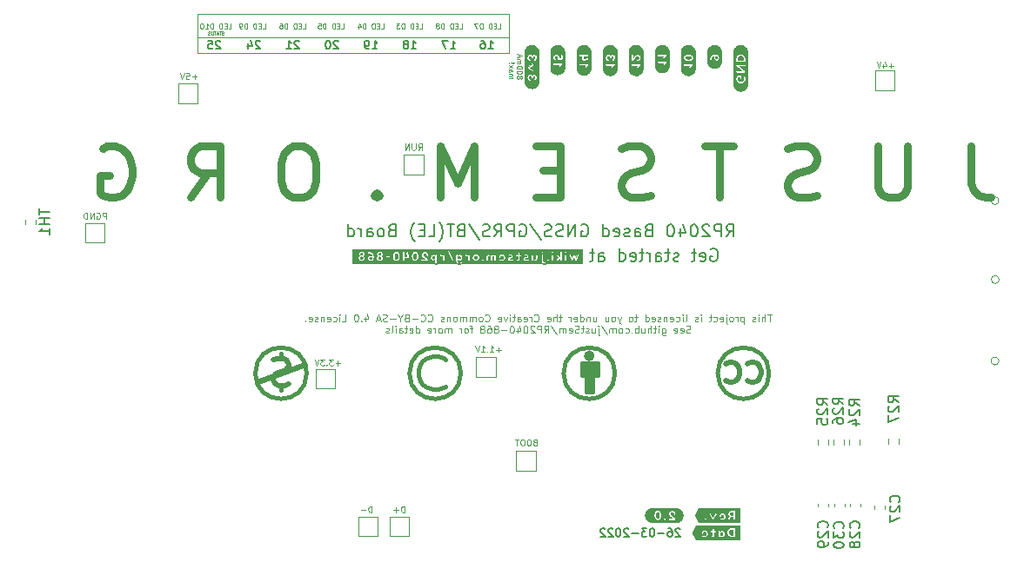
<source format=gbr>
%TF.GenerationSoftware,KiCad,Pcbnew,(6.0.2-0)*%
%TF.CreationDate,2022-03-26T21:56:15+01:00*%
%TF.ProjectId,RP2040GPSTracker,52503230-3430-4475-9053-547261636b65,rev?*%
%TF.SameCoordinates,PX4416780PY363af58*%
%TF.FileFunction,Legend,Bot*%
%TF.FilePolarity,Positive*%
%FSLAX46Y46*%
G04 Gerber Fmt 4.6, Leading zero omitted, Abs format (unit mm)*
G04 Created by KiCad (PCBNEW (6.0.2-0)) date 2022-03-26 21:56:15*
%MOMM*%
%LPD*%
G01*
G04 APERTURE LIST*
%ADD10C,0.125000*%
%ADD11C,0.120000*%
%ADD12C,0.100000*%
%ADD13C,0.200000*%
%ADD14C,0.800000*%
%ADD15C,0.150000*%
%ADD16C,0.075000*%
%ADD17C,0.500000*%
%ADD18C,0.400000*%
%ADD19C,0.010000*%
%ADD20C,0.381000*%
%ADD21C,0.384000*%
G04 APERTURE END LIST*
D10*
X48847023Y46091727D02*
X48870833Y46044108D01*
X48894642Y46020298D01*
X48942261Y45996489D01*
X48966071Y45996489D01*
X49013690Y46020298D01*
X49037500Y46044108D01*
X49061309Y46091727D01*
X49061309Y46186965D01*
X49037500Y46234584D01*
X49013690Y46258393D01*
X48966071Y46282203D01*
X48942261Y46282203D01*
X48894642Y46258393D01*
X48870833Y46234584D01*
X48847023Y46186965D01*
X48847023Y46091727D01*
X48823214Y46044108D01*
X48799404Y46020298D01*
X48751785Y45996489D01*
X48656547Y45996489D01*
X48608928Y46020298D01*
X48585119Y46044108D01*
X48561309Y46091727D01*
X48561309Y46186965D01*
X48585119Y46234584D01*
X48608928Y46258393D01*
X48656547Y46282203D01*
X48751785Y46282203D01*
X48799404Y46258393D01*
X48823214Y46234584D01*
X48847023Y46186965D01*
X49061309Y46591727D02*
X49061309Y46639346D01*
X49037500Y46686965D01*
X49013690Y46710774D01*
X48966071Y46734584D01*
X48870833Y46758393D01*
X48751785Y46758393D01*
X48656547Y46734584D01*
X48608928Y46710774D01*
X48585119Y46686965D01*
X48561309Y46639346D01*
X48561309Y46591727D01*
X48585119Y46544108D01*
X48608928Y46520298D01*
X48656547Y46496489D01*
X48751785Y46472679D01*
X48870833Y46472679D01*
X48966071Y46496489D01*
X49013690Y46520298D01*
X49037500Y46544108D01*
X49061309Y46591727D01*
X49061309Y47067917D02*
X49061309Y47115536D01*
X49037500Y47163155D01*
X49013690Y47186965D01*
X48966071Y47210774D01*
X48870833Y47234584D01*
X48751785Y47234584D01*
X48656547Y47210774D01*
X48608928Y47186965D01*
X48585119Y47163155D01*
X48561309Y47115536D01*
X48561309Y47067917D01*
X48585119Y47020298D01*
X48608928Y46996489D01*
X48656547Y46972679D01*
X48751785Y46948870D01*
X48870833Y46948870D01*
X48966071Y46972679D01*
X49013690Y46996489D01*
X49037500Y47020298D01*
X49061309Y47067917D01*
X48561309Y47448870D02*
X48894642Y47448870D01*
X48847023Y47448870D02*
X48870833Y47472679D01*
X48894642Y47520298D01*
X48894642Y47591727D01*
X48870833Y47639346D01*
X48823214Y47663155D01*
X48561309Y47663155D01*
X48823214Y47663155D02*
X48870833Y47686965D01*
X48894642Y47734584D01*
X48894642Y47806012D01*
X48870833Y47853631D01*
X48823214Y47877441D01*
X48561309Y47877441D01*
X48704166Y48091727D02*
X48704166Y48329822D01*
X48561309Y48044108D02*
X49061309Y48210774D01*
X48561309Y48377441D01*
X47756309Y46020298D02*
X48089642Y46020298D01*
X48042023Y46020298D02*
X48065833Y46044108D01*
X48089642Y46091727D01*
X48089642Y46163155D01*
X48065833Y46210774D01*
X48018214Y46234584D01*
X47756309Y46234584D01*
X48018214Y46234584D02*
X48065833Y46258393D01*
X48089642Y46306012D01*
X48089642Y46377441D01*
X48065833Y46425060D01*
X48018214Y46448870D01*
X47756309Y46448870D01*
X47756309Y46901250D02*
X48018214Y46901250D01*
X48065833Y46877441D01*
X48089642Y46829822D01*
X48089642Y46734584D01*
X48065833Y46686965D01*
X47780119Y46901250D02*
X47756309Y46853631D01*
X47756309Y46734584D01*
X47780119Y46686965D01*
X47827738Y46663155D01*
X47875357Y46663155D01*
X47922976Y46686965D01*
X47946785Y46734584D01*
X47946785Y46853631D01*
X47970595Y46901250D01*
X47756309Y47091727D02*
X48089642Y47353631D01*
X48089642Y47091727D02*
X47756309Y47353631D01*
X47803928Y47544108D02*
X47780119Y47567917D01*
X47756309Y47544108D01*
X47780119Y47520298D01*
X47803928Y47544108D01*
X47756309Y47544108D01*
X47946785Y47544108D02*
X48232500Y47520298D01*
X48256309Y47544108D01*
X48232500Y47567917D01*
X47946785Y47544108D01*
X48256309Y47544108D01*
D11*
X47780000Y50014600D02*
X17500000Y50014600D01*
X17500000Y52310000D02*
X47770000Y52310000D01*
X47770000Y52310000D02*
X47770000Y48535000D01*
X47770000Y48535000D02*
X17500000Y48535000D01*
X17500000Y48535000D02*
X17500000Y52310000D01*
D12*
X8571428Y32323572D02*
X8571428Y32923572D01*
X8342857Y32923572D01*
X8285714Y32895000D01*
X8257142Y32866429D01*
X8228571Y32809286D01*
X8228571Y32723572D01*
X8257142Y32666429D01*
X8285714Y32637858D01*
X8342857Y32609286D01*
X8571428Y32609286D01*
X7657142Y32895000D02*
X7714285Y32923572D01*
X7800000Y32923572D01*
X7885714Y32895000D01*
X7942857Y32837858D01*
X7971428Y32780715D01*
X8000000Y32666429D01*
X8000000Y32580715D01*
X7971428Y32466429D01*
X7942857Y32409286D01*
X7885714Y32352143D01*
X7800000Y32323572D01*
X7742857Y32323572D01*
X7657142Y32352143D01*
X7628571Y32380715D01*
X7628571Y32580715D01*
X7742857Y32580715D01*
X7371428Y32323572D02*
X7371428Y32923572D01*
X7028571Y32323572D01*
X7028571Y32923572D01*
X6742857Y32323572D02*
X6742857Y32923572D01*
X6600000Y32923572D01*
X6514285Y32895000D01*
X6457142Y32837858D01*
X6428571Y32780715D01*
X6400000Y32666429D01*
X6400000Y32580715D01*
X6428571Y32466429D01*
X6457142Y32409286D01*
X6514285Y32352143D01*
X6600000Y32323572D01*
X6742857Y32323572D01*
D13*
X23569523Y49626505D02*
X23531428Y49664600D01*
X23455238Y49702696D01*
X23264761Y49702696D01*
X23188571Y49664600D01*
X23150476Y49626505D01*
X23112380Y49550315D01*
X23112380Y49474124D01*
X23150476Y49359839D01*
X23607619Y48902696D01*
X23112380Y48902696D01*
X22426666Y49436029D02*
X22426666Y48902696D01*
X22617142Y49740791D02*
X22807619Y49169362D01*
X22312380Y49169362D01*
D12*
X31360000Y18282143D02*
X30902857Y18282143D01*
X31131428Y18053572D02*
X31131428Y18510715D01*
X30674285Y18653572D02*
X30302857Y18653572D01*
X30502857Y18425000D01*
X30417142Y18425000D01*
X30360000Y18396429D01*
X30331428Y18367858D01*
X30302857Y18310715D01*
X30302857Y18167858D01*
X30331428Y18110715D01*
X30360000Y18082143D01*
X30417142Y18053572D01*
X30588571Y18053572D01*
X30645714Y18082143D01*
X30674285Y18110715D01*
X30045714Y18110715D02*
X30017142Y18082143D01*
X30045714Y18053572D01*
X30074285Y18082143D01*
X30045714Y18110715D01*
X30045714Y18053572D01*
X29817142Y18653572D02*
X29445714Y18653572D01*
X29645714Y18425000D01*
X29560000Y18425000D01*
X29502857Y18396429D01*
X29474285Y18367858D01*
X29445714Y18310715D01*
X29445714Y18167858D01*
X29474285Y18110715D01*
X29502857Y18082143D01*
X29560000Y18053572D01*
X29731428Y18053572D01*
X29788571Y18082143D01*
X29817142Y18110715D01*
X29274285Y18653572D02*
X29074285Y18053572D01*
X28874285Y18653572D01*
X31465000Y50888410D02*
X31703095Y50888410D01*
X31703095Y51388410D01*
X31298333Y51150315D02*
X31131666Y51150315D01*
X31060238Y50888410D02*
X31298333Y50888410D01*
X31298333Y51388410D01*
X31060238Y51388410D01*
X30845952Y50888410D02*
X30845952Y51388410D01*
X30726904Y51388410D01*
X30655476Y51364600D01*
X30607857Y51316981D01*
X30584047Y51269362D01*
X30560238Y51174124D01*
X30560238Y51102696D01*
X30584047Y51007458D01*
X30607857Y50959839D01*
X30655476Y50912220D01*
X30726904Y50888410D01*
X30845952Y50888410D01*
X29965000Y50888410D02*
X29965000Y51388410D01*
X29845952Y51388410D01*
X29774523Y51364600D01*
X29726904Y51316981D01*
X29703095Y51269362D01*
X29679285Y51174124D01*
X29679285Y51102696D01*
X29703095Y51007458D01*
X29726904Y50959839D01*
X29774523Y50912220D01*
X29845952Y50888410D01*
X29965000Y50888410D01*
X29226904Y51388410D02*
X29465000Y51388410D01*
X29488809Y51150315D01*
X29465000Y51174124D01*
X29417380Y51197934D01*
X29298333Y51197934D01*
X29250714Y51174124D01*
X29226904Y51150315D01*
X29203095Y51102696D01*
X29203095Y50983648D01*
X29226904Y50936029D01*
X29250714Y50912220D01*
X29298333Y50888410D01*
X29417380Y50888410D01*
X29465000Y50912220D01*
X29488809Y50936029D01*
D14*
X92762619Y39413096D02*
X92762619Y35841667D01*
X93000714Y35127381D01*
X93476904Y34651191D01*
X94191190Y34413096D01*
X94667380Y34413096D01*
X86572142Y39413096D02*
X86572142Y35365477D01*
X86334047Y34889286D01*
X86095952Y34651191D01*
X85619761Y34413096D01*
X84667380Y34413096D01*
X84191190Y34651191D01*
X83953095Y34889286D01*
X83715000Y35365477D01*
X83715000Y39413096D01*
X77762619Y34651191D02*
X77048333Y34413096D01*
X75857857Y34413096D01*
X75381666Y34651191D01*
X75143571Y34889286D01*
X74905476Y35365477D01*
X74905476Y35841667D01*
X75143571Y36317858D01*
X75381666Y36555953D01*
X75857857Y36794048D01*
X76810238Y37032143D01*
X77286428Y37270239D01*
X77524523Y37508334D01*
X77762619Y37984524D01*
X77762619Y38460715D01*
X77524523Y38936905D01*
X77286428Y39175000D01*
X76810238Y39413096D01*
X75619761Y39413096D01*
X74905476Y39175000D01*
X69667380Y39413096D02*
X66810238Y39413096D01*
X68238809Y34413096D02*
X68238809Y39413096D01*
X61572142Y34651191D02*
X60857857Y34413096D01*
X59667380Y34413096D01*
X59191190Y34651191D01*
X58953095Y34889286D01*
X58715000Y35365477D01*
X58715000Y35841667D01*
X58953095Y36317858D01*
X59191190Y36555953D01*
X59667380Y36794048D01*
X60619761Y37032143D01*
X61095952Y37270239D01*
X61334047Y37508334D01*
X61572142Y37984524D01*
X61572142Y38460715D01*
X61334047Y38936905D01*
X61095952Y39175000D01*
X60619761Y39413096D01*
X59429285Y39413096D01*
X58715000Y39175000D01*
X52762619Y37032143D02*
X51095952Y37032143D01*
X50381666Y34413096D02*
X52762619Y34413096D01*
X52762619Y39413096D01*
X50381666Y39413096D01*
X44429285Y34413096D02*
X44429285Y39413096D01*
X42762619Y35841667D01*
X41095952Y39413096D01*
X41095952Y34413096D01*
X34905476Y34889286D02*
X34667380Y34651191D01*
X34905476Y34413096D01*
X35143571Y34651191D01*
X34905476Y34889286D01*
X34905476Y34413096D01*
X27762619Y39413096D02*
X26810238Y39413096D01*
X26334047Y39175000D01*
X25857857Y38698810D01*
X25619761Y37746429D01*
X25619761Y36079762D01*
X25857857Y35127381D01*
X26334047Y34651191D01*
X26810238Y34413096D01*
X27762619Y34413096D01*
X28238809Y34651191D01*
X28715000Y35127381D01*
X28953095Y36079762D01*
X28953095Y37746429D01*
X28715000Y38698810D01*
X28238809Y39175000D01*
X27762619Y39413096D01*
X16810238Y34413096D02*
X18476904Y36794048D01*
X19667380Y34413096D02*
X19667380Y39413096D01*
X17762619Y39413096D01*
X17286428Y39175000D01*
X17048333Y38936905D01*
X16810238Y38460715D01*
X16810238Y37746429D01*
X17048333Y37270239D01*
X17286428Y37032143D01*
X17762619Y36794048D01*
X19667380Y36794048D01*
X8238809Y39175000D02*
X8715000Y39413096D01*
X9429285Y39413096D01*
X10143571Y39175000D01*
X10619761Y38698810D01*
X10857857Y38222620D01*
X11095952Y37270239D01*
X11095952Y36555953D01*
X10857857Y35603572D01*
X10619761Y35127381D01*
X10143571Y34651191D01*
X9429285Y34413096D01*
X8953095Y34413096D01*
X8238809Y34651191D01*
X8000714Y34889286D01*
X8000714Y36555953D01*
X8953095Y36555953D01*
D12*
X46985000Y19577143D02*
X46527857Y19577143D01*
X46756428Y19348572D02*
X46756428Y19805715D01*
X45927857Y19348572D02*
X46270714Y19348572D01*
X46099285Y19348572D02*
X46099285Y19948572D01*
X46156428Y19862858D01*
X46213571Y19805715D01*
X46270714Y19777143D01*
X45670714Y19405715D02*
X45642142Y19377143D01*
X45670714Y19348572D01*
X45699285Y19377143D01*
X45670714Y19405715D01*
X45670714Y19348572D01*
X45070714Y19348572D02*
X45413571Y19348572D01*
X45242142Y19348572D02*
X45242142Y19948572D01*
X45299285Y19862858D01*
X45356428Y19805715D01*
X45413571Y19777143D01*
X44899285Y19948572D02*
X44699285Y19348572D01*
X44499285Y19948572D01*
X23804800Y50888410D02*
X24042895Y50888410D01*
X24042895Y51388410D01*
X23638133Y51150315D02*
X23471466Y51150315D01*
X23400038Y50888410D02*
X23638133Y50888410D01*
X23638133Y51388410D01*
X23400038Y51388410D01*
X23185752Y50888410D02*
X23185752Y51388410D01*
X23066704Y51388410D01*
X22995276Y51364600D01*
X22947657Y51316981D01*
X22923847Y51269362D01*
X22900038Y51174124D01*
X22900038Y51102696D01*
X22923847Y51007458D01*
X22947657Y50959839D01*
X22995276Y50912220D01*
X23066704Y50888410D01*
X23185752Y50888410D01*
X22304800Y50888410D02*
X22304800Y51388410D01*
X22185752Y51388410D01*
X22114323Y51364600D01*
X22066704Y51316981D01*
X22042895Y51269362D01*
X22019085Y51174124D01*
X22019085Y51102696D01*
X22042895Y51007458D01*
X22066704Y50959839D01*
X22114323Y50912220D01*
X22185752Y50888410D01*
X22304800Y50888410D01*
X21780990Y50888410D02*
X21685752Y50888410D01*
X21638133Y50912220D01*
X21614323Y50936029D01*
X21566704Y51007458D01*
X21542895Y51102696D01*
X21542895Y51293172D01*
X21566704Y51340791D01*
X21590514Y51364600D01*
X21638133Y51388410D01*
X21733371Y51388410D01*
X21780990Y51364600D01*
X21804800Y51340791D01*
X21828609Y51293172D01*
X21828609Y51174124D01*
X21804800Y51126505D01*
X21780990Y51102696D01*
X21733371Y51078886D01*
X21638133Y51078886D01*
X21590514Y51102696D01*
X21566704Y51126505D01*
X21542895Y51174124D01*
X27720000Y50888410D02*
X27958095Y50888410D01*
X27958095Y51388410D01*
X27553333Y51150315D02*
X27386666Y51150315D01*
X27315238Y50888410D02*
X27553333Y50888410D01*
X27553333Y51388410D01*
X27315238Y51388410D01*
X27100952Y50888410D02*
X27100952Y51388410D01*
X26981904Y51388410D01*
X26910476Y51364600D01*
X26862857Y51316981D01*
X26839047Y51269362D01*
X26815238Y51174124D01*
X26815238Y51102696D01*
X26839047Y51007458D01*
X26862857Y50959839D01*
X26910476Y50912220D01*
X26981904Y50888410D01*
X27100952Y50888410D01*
X26220000Y50888410D02*
X26220000Y51388410D01*
X26100952Y51388410D01*
X26029523Y51364600D01*
X25981904Y51316981D01*
X25958095Y51269362D01*
X25934285Y51174124D01*
X25934285Y51102696D01*
X25958095Y51007458D01*
X25981904Y50959839D01*
X26029523Y50912220D01*
X26100952Y50888410D01*
X26220000Y50888410D01*
X25505714Y51388410D02*
X25600952Y51388410D01*
X25648571Y51364600D01*
X25672380Y51340791D01*
X25720000Y51269362D01*
X25743809Y51174124D01*
X25743809Y50983648D01*
X25720000Y50936029D01*
X25696190Y50912220D01*
X25648571Y50888410D01*
X25553333Y50888410D01*
X25505714Y50912220D01*
X25481904Y50936029D01*
X25458095Y50983648D01*
X25458095Y51102696D01*
X25481904Y51150315D01*
X25505714Y51174124D01*
X25553333Y51197934D01*
X25648571Y51197934D01*
X25696190Y51174124D01*
X25720000Y51150315D01*
X25743809Y51102696D01*
X20488095Y50888410D02*
X20726190Y50888410D01*
X20726190Y51388410D01*
X20321428Y51150315D02*
X20154761Y51150315D01*
X20083333Y50888410D02*
X20321428Y50888410D01*
X20321428Y51388410D01*
X20083333Y51388410D01*
X19869047Y50888410D02*
X19869047Y51388410D01*
X19750000Y51388410D01*
X19678571Y51364600D01*
X19630952Y51316981D01*
X19607142Y51269362D01*
X19583333Y51174124D01*
X19583333Y51102696D01*
X19607142Y51007458D01*
X19630952Y50959839D01*
X19678571Y50912220D01*
X19750000Y50888410D01*
X19869047Y50888410D01*
X18988095Y50888410D02*
X18988095Y51388410D01*
X18869047Y51388410D01*
X18797619Y51364600D01*
X18750000Y51316981D01*
X18726190Y51269362D01*
X18702380Y51174124D01*
X18702380Y51102696D01*
X18726190Y51007458D01*
X18750000Y50959839D01*
X18797619Y50912220D01*
X18869047Y50888410D01*
X18988095Y50888410D01*
X18226190Y50888410D02*
X18511904Y50888410D01*
X18369047Y50888410D02*
X18369047Y51388410D01*
X18416666Y51316981D01*
X18464285Y51269362D01*
X18511904Y51245553D01*
X17916666Y51388410D02*
X17869047Y51388410D01*
X17821428Y51364600D01*
X17797619Y51340791D01*
X17773809Y51293172D01*
X17750000Y51197934D01*
X17750000Y51078886D01*
X17773809Y50983648D01*
X17797619Y50936029D01*
X17821428Y50912220D01*
X17869047Y50888410D01*
X17916666Y50888410D01*
X17964285Y50912220D01*
X17988095Y50936029D01*
X18011904Y50983648D01*
X18035714Y51078886D01*
X18035714Y51197934D01*
X18011904Y51293172D01*
X17988095Y51340791D01*
X17964285Y51364600D01*
X17916666Y51388410D01*
D15*
X67442857Y29360000D02*
X67557142Y29417143D01*
X67728571Y29417143D01*
X67900000Y29360000D01*
X68014285Y29245715D01*
X68071428Y29131429D01*
X68128571Y28902858D01*
X68128571Y28731429D01*
X68071428Y28502858D01*
X68014285Y28388572D01*
X67900000Y28274286D01*
X67728571Y28217143D01*
X67614285Y28217143D01*
X67442857Y28274286D01*
X67385714Y28331429D01*
X67385714Y28731429D01*
X67614285Y28731429D01*
X66414285Y28274286D02*
X66528571Y28217143D01*
X66757142Y28217143D01*
X66871428Y28274286D01*
X66928571Y28388572D01*
X66928571Y28845715D01*
X66871428Y28960000D01*
X66757142Y29017143D01*
X66528571Y29017143D01*
X66414285Y28960000D01*
X66357142Y28845715D01*
X66357142Y28731429D01*
X66928571Y28617143D01*
X66014285Y29017143D02*
X65557142Y29017143D01*
X65842857Y29417143D02*
X65842857Y28388572D01*
X65785714Y28274286D01*
X65671428Y28217143D01*
X65557142Y28217143D01*
X64300000Y28274286D02*
X64185714Y28217143D01*
X63957142Y28217143D01*
X63842857Y28274286D01*
X63785714Y28388572D01*
X63785714Y28445715D01*
X63842857Y28560000D01*
X63957142Y28617143D01*
X64128571Y28617143D01*
X64242857Y28674286D01*
X64300000Y28788572D01*
X64300000Y28845715D01*
X64242857Y28960000D01*
X64128571Y29017143D01*
X63957142Y29017143D01*
X63842857Y28960000D01*
X63442857Y29017143D02*
X62985714Y29017143D01*
X63271428Y29417143D02*
X63271428Y28388572D01*
X63214285Y28274286D01*
X63100000Y28217143D01*
X62985714Y28217143D01*
X62071428Y28217143D02*
X62071428Y28845715D01*
X62128571Y28960000D01*
X62242857Y29017143D01*
X62471428Y29017143D01*
X62585714Y28960000D01*
X62071428Y28274286D02*
X62185714Y28217143D01*
X62471428Y28217143D01*
X62585714Y28274286D01*
X62642857Y28388572D01*
X62642857Y28502858D01*
X62585714Y28617143D01*
X62471428Y28674286D01*
X62185714Y28674286D01*
X62071428Y28731429D01*
X61500000Y28217143D02*
X61500000Y29017143D01*
X61500000Y28788572D02*
X61442857Y28902858D01*
X61385714Y28960000D01*
X61271428Y29017143D01*
X61157142Y29017143D01*
X60928571Y29017143D02*
X60471428Y29017143D01*
X60757142Y29417143D02*
X60757142Y28388572D01*
X60700000Y28274286D01*
X60585714Y28217143D01*
X60471428Y28217143D01*
X59614285Y28274286D02*
X59728571Y28217143D01*
X59957142Y28217143D01*
X60071428Y28274286D01*
X60128571Y28388572D01*
X60128571Y28845715D01*
X60071428Y28960000D01*
X59957142Y29017143D01*
X59728571Y29017143D01*
X59614285Y28960000D01*
X59557142Y28845715D01*
X59557142Y28731429D01*
X60128571Y28617143D01*
X58528571Y28217143D02*
X58528571Y29417143D01*
X58528571Y28274286D02*
X58642857Y28217143D01*
X58871428Y28217143D01*
X58985714Y28274286D01*
X59042857Y28331429D01*
X59100000Y28445715D01*
X59100000Y28788572D01*
X59042857Y28902858D01*
X58985714Y28960000D01*
X58871428Y29017143D01*
X58642857Y29017143D01*
X58528571Y28960000D01*
X56528571Y28217143D02*
X56528571Y28845715D01*
X56585714Y28960000D01*
X56700000Y29017143D01*
X56928571Y29017143D01*
X57042857Y28960000D01*
X56528571Y28274286D02*
X56642857Y28217143D01*
X56928571Y28217143D01*
X57042857Y28274286D01*
X57100000Y28388572D01*
X57100000Y28502858D01*
X57042857Y28617143D01*
X56928571Y28674286D01*
X56642857Y28674286D01*
X56528571Y28731429D01*
X56128571Y29017143D02*
X55671428Y29017143D01*
X55957142Y29417143D02*
X55957142Y28388572D01*
X55900000Y28274286D01*
X55785714Y28217143D01*
X55671428Y28217143D01*
D13*
X31154523Y49626505D02*
X31116428Y49664600D01*
X31040238Y49702696D01*
X30849761Y49702696D01*
X30773571Y49664600D01*
X30735476Y49626505D01*
X30697380Y49550315D01*
X30697380Y49474124D01*
X30735476Y49359839D01*
X31192619Y48902696D01*
X30697380Y48902696D01*
X30202142Y49702696D02*
X30125952Y49702696D01*
X30049761Y49664600D01*
X30011666Y49626505D01*
X29973571Y49550315D01*
X29935476Y49397934D01*
X29935476Y49207458D01*
X29973571Y49055077D01*
X30011666Y48978886D01*
X30049761Y48940791D01*
X30125952Y48902696D01*
X30202142Y48902696D01*
X30278333Y48940791D01*
X30316428Y48978886D01*
X30354523Y49055077D01*
X30392619Y49207458D01*
X30392619Y49397934D01*
X30354523Y49550315D01*
X30316428Y49626505D01*
X30278333Y49664600D01*
X30202142Y49702696D01*
D12*
X37619285Y3728572D02*
X37619285Y4328572D01*
X37476428Y4328572D01*
X37390714Y4300000D01*
X37333571Y4242858D01*
X37305000Y4185715D01*
X37276428Y4071429D01*
X37276428Y3985715D01*
X37305000Y3871429D01*
X37333571Y3814286D01*
X37390714Y3757143D01*
X37476428Y3728572D01*
X37619285Y3728572D01*
X37019285Y3957143D02*
X36562142Y3957143D01*
X36790714Y3728572D02*
X36790714Y4185715D01*
X34447857Y3728572D02*
X34447857Y4328572D01*
X34305000Y4328572D01*
X34219285Y4300000D01*
X34162142Y4242858D01*
X34133571Y4185715D01*
X34105000Y4071429D01*
X34105000Y3985715D01*
X34133571Y3871429D01*
X34162142Y3814286D01*
X34219285Y3757143D01*
X34305000Y3728572D01*
X34447857Y3728572D01*
X33847857Y3957143D02*
X33390714Y3957143D01*
D13*
X34497380Y48902696D02*
X34954523Y48902696D01*
X34725952Y48902696D02*
X34725952Y49702696D01*
X34802142Y49588410D01*
X34878333Y49512220D01*
X34954523Y49474124D01*
X34116428Y48902696D02*
X33964047Y48902696D01*
X33887857Y48940791D01*
X33849761Y48978886D01*
X33773571Y49093172D01*
X33735476Y49245553D01*
X33735476Y49550315D01*
X33773571Y49626505D01*
X33811666Y49664600D01*
X33887857Y49702696D01*
X34040238Y49702696D01*
X34116428Y49664600D01*
X34154523Y49626505D01*
X34192619Y49550315D01*
X34192619Y49359839D01*
X34154523Y49283648D01*
X34116428Y49245553D01*
X34040238Y49207458D01*
X33887857Y49207458D01*
X33811666Y49245553D01*
X33773571Y49283648D01*
X33735476Y49359839D01*
D12*
X46720000Y50888410D02*
X46958095Y50888410D01*
X46958095Y51388410D01*
X46553333Y51150315D02*
X46386666Y51150315D01*
X46315238Y50888410D02*
X46553333Y50888410D01*
X46553333Y51388410D01*
X46315238Y51388410D01*
X46100952Y50888410D02*
X46100952Y51388410D01*
X45981904Y51388410D01*
X45910476Y51364600D01*
X45862857Y51316981D01*
X45839047Y51269362D01*
X45815238Y51174124D01*
X45815238Y51102696D01*
X45839047Y51007458D01*
X45862857Y50959839D01*
X45910476Y50912220D01*
X45981904Y50888410D01*
X46100952Y50888410D01*
X45220000Y50888410D02*
X45220000Y51388410D01*
X45100952Y51388410D01*
X45029523Y51364600D01*
X44981904Y51316981D01*
X44958095Y51269362D01*
X44934285Y51174124D01*
X44934285Y51102696D01*
X44958095Y51007458D01*
X44981904Y50959839D01*
X45029523Y50912220D01*
X45100952Y50888410D01*
X45220000Y50888410D01*
X44767619Y51388410D02*
X44434285Y51388410D01*
X44648571Y50888410D01*
D13*
X19699523Y49626505D02*
X19661428Y49664600D01*
X19585238Y49702696D01*
X19394761Y49702696D01*
X19318571Y49664600D01*
X19280476Y49626505D01*
X19242380Y49550315D01*
X19242380Y49474124D01*
X19280476Y49359839D01*
X19737619Y48902696D01*
X19242380Y48902696D01*
X18518571Y49702696D02*
X18899523Y49702696D01*
X18937619Y49321743D01*
X18899523Y49359839D01*
X18823333Y49397934D01*
X18632857Y49397934D01*
X18556666Y49359839D01*
X18518571Y49321743D01*
X18480476Y49245553D01*
X18480476Y49055077D01*
X18518571Y48978886D01*
X18556666Y48940791D01*
X18632857Y48902696D01*
X18823333Y48902696D01*
X18899523Y48940791D01*
X18937619Y48978886D01*
X45792380Y48902696D02*
X46249523Y48902696D01*
X46020952Y48902696D02*
X46020952Y49702696D01*
X46097142Y49588410D01*
X46173333Y49512220D01*
X46249523Y49474124D01*
X45106666Y49702696D02*
X45259047Y49702696D01*
X45335238Y49664600D01*
X45373333Y49626505D01*
X45449523Y49512220D01*
X45487619Y49359839D01*
X45487619Y49055077D01*
X45449523Y48978886D01*
X45411428Y48940791D01*
X45335238Y48902696D01*
X45182857Y48902696D01*
X45106666Y48940791D01*
X45068571Y48978886D01*
X45030476Y49055077D01*
X45030476Y49245553D01*
X45068571Y49321743D01*
X45106666Y49359839D01*
X45182857Y49397934D01*
X45335238Y49397934D01*
X45411428Y49359839D01*
X45449523Y49321743D01*
X45487619Y49245553D01*
X27349523Y49626505D02*
X27311428Y49664600D01*
X27235238Y49702696D01*
X27044761Y49702696D01*
X26968571Y49664600D01*
X26930476Y49626505D01*
X26892380Y49550315D01*
X26892380Y49474124D01*
X26930476Y49359839D01*
X27387619Y48902696D01*
X26892380Y48902696D01*
X26130476Y48902696D02*
X26587619Y48902696D01*
X26359047Y48902696D02*
X26359047Y49702696D01*
X26435238Y49588410D01*
X26511428Y49512220D01*
X26587619Y49474124D01*
D12*
X85206428Y47257143D02*
X84749285Y47257143D01*
X84977857Y47028572D02*
X84977857Y47485715D01*
X84206428Y47428572D02*
X84206428Y47028572D01*
X84349285Y47657143D02*
X84492142Y47228572D01*
X84120714Y47228572D01*
X83977857Y47628572D02*
X83777857Y47028572D01*
X83577857Y47628572D01*
X73348333Y23036834D02*
X72948333Y23036834D01*
X73148333Y22336834D02*
X73148333Y23036834D01*
X72715000Y22336834D02*
X72715000Y23036834D01*
X72415000Y22336834D02*
X72415000Y22703500D01*
X72448333Y22770167D01*
X72515000Y22803500D01*
X72615000Y22803500D01*
X72681666Y22770167D01*
X72715000Y22736834D01*
X72081666Y22336834D02*
X72081666Y22803500D01*
X72081666Y23036834D02*
X72114999Y23003500D01*
X72081666Y22970167D01*
X72048333Y23003500D01*
X72081666Y23036834D01*
X72081666Y22970167D01*
X71781666Y22370167D02*
X71714999Y22336834D01*
X71581666Y22336834D01*
X71514999Y22370167D01*
X71481666Y22436834D01*
X71481666Y22470167D01*
X71514999Y22536834D01*
X71581666Y22570167D01*
X71681666Y22570167D01*
X71748333Y22603500D01*
X71781666Y22670167D01*
X71781666Y22703500D01*
X71748333Y22770167D01*
X71681666Y22803500D01*
X71581666Y22803500D01*
X71514999Y22770167D01*
X70648333Y22803500D02*
X70648333Y22103500D01*
X70648333Y22770167D02*
X70581666Y22803500D01*
X70448333Y22803500D01*
X70381666Y22770167D01*
X70348333Y22736834D01*
X70314999Y22670167D01*
X70314999Y22470167D01*
X70348333Y22403500D01*
X70381666Y22370167D01*
X70448333Y22336834D01*
X70581666Y22336834D01*
X70648333Y22370167D01*
X70014999Y22336834D02*
X70014999Y22803500D01*
X70014999Y22670167D02*
X69981666Y22736834D01*
X69948333Y22770167D01*
X69881666Y22803500D01*
X69814999Y22803500D01*
X69481666Y22336834D02*
X69548333Y22370167D01*
X69581666Y22403500D01*
X69614999Y22470167D01*
X69614999Y22670167D01*
X69581666Y22736834D01*
X69548333Y22770167D01*
X69481666Y22803500D01*
X69381666Y22803500D01*
X69314999Y22770167D01*
X69281666Y22736834D01*
X69248333Y22670167D01*
X69248333Y22470167D01*
X69281666Y22403500D01*
X69314999Y22370167D01*
X69381666Y22336834D01*
X69481666Y22336834D01*
X68948333Y22803500D02*
X68948333Y22203500D01*
X68981666Y22136834D01*
X69048333Y22103500D01*
X69081666Y22103500D01*
X68948333Y23036834D02*
X68981666Y23003500D01*
X68948333Y22970167D01*
X68914999Y23003500D01*
X68948333Y23036834D01*
X68948333Y22970167D01*
X68348333Y22370167D02*
X68414999Y22336834D01*
X68548333Y22336834D01*
X68614999Y22370167D01*
X68648333Y22436834D01*
X68648333Y22703500D01*
X68614999Y22770167D01*
X68548333Y22803500D01*
X68414999Y22803500D01*
X68348333Y22770167D01*
X68314999Y22703500D01*
X68314999Y22636834D01*
X68648333Y22570167D01*
X67714999Y22370167D02*
X67781666Y22336834D01*
X67914999Y22336834D01*
X67981666Y22370167D01*
X68014999Y22403500D01*
X68048333Y22470167D01*
X68048333Y22670167D01*
X68014999Y22736834D01*
X67981666Y22770167D01*
X67914999Y22803500D01*
X67781666Y22803500D01*
X67714999Y22770167D01*
X67514999Y22803500D02*
X67248333Y22803500D01*
X67414999Y23036834D02*
X67414999Y22436834D01*
X67381666Y22370167D01*
X67314999Y22336834D01*
X67248333Y22336834D01*
X66481666Y22336834D02*
X66481666Y22803500D01*
X66481666Y23036834D02*
X66514999Y23003500D01*
X66481666Y22970167D01*
X66448333Y23003500D01*
X66481666Y23036834D01*
X66481666Y22970167D01*
X66181666Y22370167D02*
X66114999Y22336834D01*
X65981666Y22336834D01*
X65914999Y22370167D01*
X65881666Y22436834D01*
X65881666Y22470167D01*
X65914999Y22536834D01*
X65981666Y22570167D01*
X66081666Y22570167D01*
X66148333Y22603500D01*
X66181666Y22670167D01*
X66181666Y22703500D01*
X66148333Y22770167D01*
X66081666Y22803500D01*
X65981666Y22803500D01*
X65914999Y22770167D01*
X64948333Y22336834D02*
X65014999Y22370167D01*
X65048333Y22436834D01*
X65048333Y23036834D01*
X64681666Y22336834D02*
X64681666Y22803500D01*
X64681666Y23036834D02*
X64714999Y23003500D01*
X64681666Y22970167D01*
X64648333Y23003500D01*
X64681666Y23036834D01*
X64681666Y22970167D01*
X64048333Y22370167D02*
X64114999Y22336834D01*
X64248333Y22336834D01*
X64314999Y22370167D01*
X64348333Y22403500D01*
X64381666Y22470167D01*
X64381666Y22670167D01*
X64348333Y22736834D01*
X64314999Y22770167D01*
X64248333Y22803500D01*
X64114999Y22803500D01*
X64048333Y22770167D01*
X63481666Y22370167D02*
X63548333Y22336834D01*
X63681666Y22336834D01*
X63748333Y22370167D01*
X63781666Y22436834D01*
X63781666Y22703500D01*
X63748333Y22770167D01*
X63681666Y22803500D01*
X63548333Y22803500D01*
X63481666Y22770167D01*
X63448333Y22703500D01*
X63448333Y22636834D01*
X63781666Y22570167D01*
X63148333Y22803500D02*
X63148333Y22336834D01*
X63148333Y22736834D02*
X63114999Y22770167D01*
X63048333Y22803500D01*
X62948333Y22803500D01*
X62881666Y22770167D01*
X62848333Y22703500D01*
X62848333Y22336834D01*
X62548333Y22370167D02*
X62481666Y22336834D01*
X62348333Y22336834D01*
X62281666Y22370167D01*
X62248333Y22436834D01*
X62248333Y22470167D01*
X62281666Y22536834D01*
X62348333Y22570167D01*
X62448333Y22570167D01*
X62514999Y22603500D01*
X62548333Y22670167D01*
X62548333Y22703500D01*
X62514999Y22770167D01*
X62448333Y22803500D01*
X62348333Y22803500D01*
X62281666Y22770167D01*
X61681666Y22370167D02*
X61748333Y22336834D01*
X61881666Y22336834D01*
X61948333Y22370167D01*
X61981666Y22436834D01*
X61981666Y22703500D01*
X61948333Y22770167D01*
X61881666Y22803500D01*
X61748333Y22803500D01*
X61681666Y22770167D01*
X61648333Y22703500D01*
X61648333Y22636834D01*
X61981666Y22570167D01*
X61048333Y22336834D02*
X61048333Y23036834D01*
X61048333Y22370167D02*
X61114999Y22336834D01*
X61248333Y22336834D01*
X61314999Y22370167D01*
X61348333Y22403500D01*
X61381666Y22470167D01*
X61381666Y22670167D01*
X61348333Y22736834D01*
X61314999Y22770167D01*
X61248333Y22803500D01*
X61114999Y22803500D01*
X61048333Y22770167D01*
X60281666Y22803500D02*
X60014999Y22803500D01*
X60181666Y23036834D02*
X60181666Y22436834D01*
X60148333Y22370167D01*
X60081666Y22336834D01*
X60014999Y22336834D01*
X59681666Y22336834D02*
X59748333Y22370167D01*
X59781666Y22403500D01*
X59814999Y22470167D01*
X59814999Y22670167D01*
X59781666Y22736834D01*
X59748333Y22770167D01*
X59681666Y22803500D01*
X59581666Y22803500D01*
X59514999Y22770167D01*
X59481666Y22736834D01*
X59448333Y22670167D01*
X59448333Y22470167D01*
X59481666Y22403500D01*
X59514999Y22370167D01*
X59581666Y22336834D01*
X59681666Y22336834D01*
X58681666Y22803500D02*
X58514999Y22336834D01*
X58348333Y22803500D02*
X58514999Y22336834D01*
X58581666Y22170167D01*
X58614999Y22136834D01*
X58681666Y22103500D01*
X57981666Y22336834D02*
X58048333Y22370167D01*
X58081666Y22403500D01*
X58114999Y22470167D01*
X58114999Y22670167D01*
X58081666Y22736834D01*
X58048333Y22770167D01*
X57981666Y22803500D01*
X57881666Y22803500D01*
X57814999Y22770167D01*
X57781666Y22736834D01*
X57748333Y22670167D01*
X57748333Y22470167D01*
X57781666Y22403500D01*
X57814999Y22370167D01*
X57881666Y22336834D01*
X57981666Y22336834D01*
X57148333Y22803500D02*
X57148333Y22336834D01*
X57448333Y22803500D02*
X57448333Y22436834D01*
X57414999Y22370167D01*
X57348333Y22336834D01*
X57248333Y22336834D01*
X57181666Y22370167D01*
X57148333Y22403500D01*
X55981666Y22803500D02*
X55981666Y22336834D01*
X56281666Y22803500D02*
X56281666Y22436834D01*
X56248333Y22370167D01*
X56181666Y22336834D01*
X56081666Y22336834D01*
X56014999Y22370167D01*
X55981666Y22403500D01*
X55648333Y22803500D02*
X55648333Y22336834D01*
X55648333Y22736834D02*
X55614999Y22770167D01*
X55548333Y22803500D01*
X55448333Y22803500D01*
X55381666Y22770167D01*
X55348333Y22703500D01*
X55348333Y22336834D01*
X54714999Y22336834D02*
X54714999Y23036834D01*
X54714999Y22370167D02*
X54781666Y22336834D01*
X54914999Y22336834D01*
X54981666Y22370167D01*
X55014999Y22403500D01*
X55048333Y22470167D01*
X55048333Y22670167D01*
X55014999Y22736834D01*
X54981666Y22770167D01*
X54914999Y22803500D01*
X54781666Y22803500D01*
X54714999Y22770167D01*
X54114999Y22370167D02*
X54181666Y22336834D01*
X54314999Y22336834D01*
X54381666Y22370167D01*
X54414999Y22436834D01*
X54414999Y22703500D01*
X54381666Y22770167D01*
X54314999Y22803500D01*
X54181666Y22803500D01*
X54114999Y22770167D01*
X54081666Y22703500D01*
X54081666Y22636834D01*
X54414999Y22570167D01*
X53781666Y22336834D02*
X53781666Y22803500D01*
X53781666Y22670167D02*
X53748333Y22736834D01*
X53714999Y22770167D01*
X53648333Y22803500D01*
X53581666Y22803500D01*
X52914999Y22803500D02*
X52648333Y22803500D01*
X52814999Y23036834D02*
X52814999Y22436834D01*
X52781666Y22370167D01*
X52714999Y22336834D01*
X52648333Y22336834D01*
X52414999Y22336834D02*
X52414999Y23036834D01*
X52114999Y22336834D02*
X52114999Y22703500D01*
X52148333Y22770167D01*
X52214999Y22803500D01*
X52314999Y22803500D01*
X52381666Y22770167D01*
X52414999Y22736834D01*
X51514999Y22370167D02*
X51581666Y22336834D01*
X51714999Y22336834D01*
X51781666Y22370167D01*
X51814999Y22436834D01*
X51814999Y22703500D01*
X51781666Y22770167D01*
X51714999Y22803500D01*
X51581666Y22803500D01*
X51514999Y22770167D01*
X51481666Y22703500D01*
X51481666Y22636834D01*
X51814999Y22570167D01*
X50248333Y22403500D02*
X50281666Y22370167D01*
X50381666Y22336834D01*
X50448333Y22336834D01*
X50548333Y22370167D01*
X50614999Y22436834D01*
X50648333Y22503500D01*
X50681666Y22636834D01*
X50681666Y22736834D01*
X50648333Y22870167D01*
X50614999Y22936834D01*
X50548333Y23003500D01*
X50448333Y23036834D01*
X50381666Y23036834D01*
X50281666Y23003500D01*
X50248333Y22970167D01*
X49948333Y22336834D02*
X49948333Y22803500D01*
X49948333Y22670167D02*
X49914999Y22736834D01*
X49881666Y22770167D01*
X49814999Y22803500D01*
X49748333Y22803500D01*
X49248333Y22370167D02*
X49314999Y22336834D01*
X49448333Y22336834D01*
X49514999Y22370167D01*
X49548333Y22436834D01*
X49548333Y22703500D01*
X49514999Y22770167D01*
X49448333Y22803500D01*
X49314999Y22803500D01*
X49248333Y22770167D01*
X49214999Y22703500D01*
X49214999Y22636834D01*
X49548333Y22570167D01*
X48614999Y22336834D02*
X48614999Y22703500D01*
X48648333Y22770167D01*
X48714999Y22803500D01*
X48848333Y22803500D01*
X48914999Y22770167D01*
X48614999Y22370167D02*
X48681666Y22336834D01*
X48848333Y22336834D01*
X48914999Y22370167D01*
X48948333Y22436834D01*
X48948333Y22503500D01*
X48914999Y22570167D01*
X48848333Y22603500D01*
X48681666Y22603500D01*
X48614999Y22636834D01*
X48381666Y22803500D02*
X48114999Y22803500D01*
X48281666Y23036834D02*
X48281666Y22436834D01*
X48248333Y22370167D01*
X48181666Y22336834D01*
X48114999Y22336834D01*
X47881666Y22336834D02*
X47881666Y22803500D01*
X47881666Y23036834D02*
X47914999Y23003500D01*
X47881666Y22970167D01*
X47848333Y23003500D01*
X47881666Y23036834D01*
X47881666Y22970167D01*
X47614999Y22803500D02*
X47448333Y22336834D01*
X47281666Y22803500D01*
X46748333Y22370167D02*
X46814999Y22336834D01*
X46948333Y22336834D01*
X47014999Y22370167D01*
X47048333Y22436834D01*
X47048333Y22703500D01*
X47014999Y22770167D01*
X46948333Y22803500D01*
X46814999Y22803500D01*
X46748333Y22770167D01*
X46714999Y22703500D01*
X46714999Y22636834D01*
X47048333Y22570167D01*
X45481666Y22403500D02*
X45514999Y22370167D01*
X45614999Y22336834D01*
X45681666Y22336834D01*
X45781666Y22370167D01*
X45848333Y22436834D01*
X45881666Y22503500D01*
X45914999Y22636834D01*
X45914999Y22736834D01*
X45881666Y22870167D01*
X45848333Y22936834D01*
X45781666Y23003500D01*
X45681666Y23036834D01*
X45614999Y23036834D01*
X45514999Y23003500D01*
X45481666Y22970167D01*
X45081666Y22336834D02*
X45148333Y22370167D01*
X45181666Y22403500D01*
X45214999Y22470167D01*
X45214999Y22670167D01*
X45181666Y22736834D01*
X45148333Y22770167D01*
X45081666Y22803500D01*
X44981666Y22803500D01*
X44914999Y22770167D01*
X44881666Y22736834D01*
X44848333Y22670167D01*
X44848333Y22470167D01*
X44881666Y22403500D01*
X44914999Y22370167D01*
X44981666Y22336834D01*
X45081666Y22336834D01*
X44548333Y22336834D02*
X44548333Y22803500D01*
X44548333Y22736834D02*
X44514999Y22770167D01*
X44448333Y22803500D01*
X44348333Y22803500D01*
X44281666Y22770167D01*
X44248333Y22703500D01*
X44248333Y22336834D01*
X44248333Y22703500D02*
X44214999Y22770167D01*
X44148333Y22803500D01*
X44048333Y22803500D01*
X43981666Y22770167D01*
X43948333Y22703500D01*
X43948333Y22336834D01*
X43614999Y22336834D02*
X43614999Y22803500D01*
X43614999Y22736834D02*
X43581666Y22770167D01*
X43514999Y22803500D01*
X43414999Y22803500D01*
X43348333Y22770167D01*
X43314999Y22703500D01*
X43314999Y22336834D01*
X43314999Y22703500D02*
X43281666Y22770167D01*
X43214999Y22803500D01*
X43114999Y22803500D01*
X43048333Y22770167D01*
X43014999Y22703500D01*
X43014999Y22336834D01*
X42581666Y22336834D02*
X42648333Y22370167D01*
X42681666Y22403500D01*
X42714999Y22470167D01*
X42714999Y22670167D01*
X42681666Y22736834D01*
X42648333Y22770167D01*
X42581666Y22803500D01*
X42481666Y22803500D01*
X42414999Y22770167D01*
X42381666Y22736834D01*
X42348333Y22670167D01*
X42348333Y22470167D01*
X42381666Y22403500D01*
X42414999Y22370167D01*
X42481666Y22336834D01*
X42581666Y22336834D01*
X42048333Y22803500D02*
X42048333Y22336834D01*
X42048333Y22736834D02*
X42014999Y22770167D01*
X41948333Y22803500D01*
X41848333Y22803500D01*
X41781666Y22770167D01*
X41748333Y22703500D01*
X41748333Y22336834D01*
X41448333Y22370167D02*
X41381666Y22336834D01*
X41248333Y22336834D01*
X41181666Y22370167D01*
X41148333Y22436834D01*
X41148333Y22470167D01*
X41181666Y22536834D01*
X41248333Y22570167D01*
X41348333Y22570167D01*
X41414999Y22603500D01*
X41448333Y22670167D01*
X41448333Y22703500D01*
X41414999Y22770167D01*
X41348333Y22803500D01*
X41248333Y22803500D01*
X41181666Y22770167D01*
X39914999Y22403500D02*
X39948333Y22370167D01*
X40048333Y22336834D01*
X40114999Y22336834D01*
X40214999Y22370167D01*
X40281666Y22436834D01*
X40314999Y22503500D01*
X40348333Y22636834D01*
X40348333Y22736834D01*
X40314999Y22870167D01*
X40281666Y22936834D01*
X40214999Y23003500D01*
X40114999Y23036834D01*
X40048333Y23036834D01*
X39948333Y23003500D01*
X39914999Y22970167D01*
X39214999Y22403500D02*
X39248333Y22370167D01*
X39348333Y22336834D01*
X39414999Y22336834D01*
X39514999Y22370167D01*
X39581666Y22436834D01*
X39614999Y22503500D01*
X39648333Y22636834D01*
X39648333Y22736834D01*
X39614999Y22870167D01*
X39581666Y22936834D01*
X39514999Y23003500D01*
X39414999Y23036834D01*
X39348333Y23036834D01*
X39248333Y23003500D01*
X39214999Y22970167D01*
X38914999Y22603500D02*
X38381666Y22603500D01*
X37814999Y22703500D02*
X37714999Y22670167D01*
X37681666Y22636834D01*
X37648333Y22570167D01*
X37648333Y22470167D01*
X37681666Y22403500D01*
X37714999Y22370167D01*
X37781666Y22336834D01*
X38048333Y22336834D01*
X38048333Y23036834D01*
X37814999Y23036834D01*
X37748333Y23003500D01*
X37714999Y22970167D01*
X37681666Y22903500D01*
X37681666Y22836834D01*
X37714999Y22770167D01*
X37748333Y22736834D01*
X37814999Y22703500D01*
X38048333Y22703500D01*
X37214999Y22670167D02*
X37214999Y22336834D01*
X37448333Y23036834D02*
X37214999Y22670167D01*
X36981666Y23036834D01*
X36748333Y22603500D02*
X36214999Y22603500D01*
X35914999Y22370167D02*
X35814999Y22336834D01*
X35648333Y22336834D01*
X35581666Y22370167D01*
X35548333Y22403500D01*
X35514999Y22470167D01*
X35514999Y22536834D01*
X35548333Y22603500D01*
X35581666Y22636834D01*
X35648333Y22670167D01*
X35781666Y22703500D01*
X35848333Y22736834D01*
X35881666Y22770167D01*
X35914999Y22836834D01*
X35914999Y22903500D01*
X35881666Y22970167D01*
X35848333Y23003500D01*
X35781666Y23036834D01*
X35614999Y23036834D01*
X35514999Y23003500D01*
X35248333Y22536834D02*
X34914999Y22536834D01*
X35314999Y22336834D02*
X35081666Y23036834D01*
X34848333Y22336834D01*
X33781666Y22803500D02*
X33781666Y22336834D01*
X33948333Y23070167D02*
X34114999Y22570167D01*
X33681666Y22570167D01*
X33414999Y22403500D02*
X33381666Y22370167D01*
X33414999Y22336834D01*
X33448333Y22370167D01*
X33414999Y22403500D01*
X33414999Y22336834D01*
X32948333Y23036834D02*
X32881666Y23036834D01*
X32814999Y23003500D01*
X32781666Y22970167D01*
X32748333Y22903500D01*
X32714999Y22770167D01*
X32714999Y22603500D01*
X32748333Y22470167D01*
X32781666Y22403500D01*
X32814999Y22370167D01*
X32881666Y22336834D01*
X32948333Y22336834D01*
X33014999Y22370167D01*
X33048333Y22403500D01*
X33081666Y22470167D01*
X33114999Y22603500D01*
X33114999Y22770167D01*
X33081666Y22903500D01*
X33048333Y22970167D01*
X33014999Y23003500D01*
X32948333Y23036834D01*
X31548333Y22336834D02*
X31881666Y22336834D01*
X31881666Y23036834D01*
X31314999Y22336834D02*
X31314999Y22803500D01*
X31314999Y23036834D02*
X31348333Y23003500D01*
X31314999Y22970167D01*
X31281666Y23003500D01*
X31314999Y23036834D01*
X31314999Y22970167D01*
X30681666Y22370167D02*
X30748333Y22336834D01*
X30881666Y22336834D01*
X30948333Y22370167D01*
X30981666Y22403500D01*
X31014999Y22470167D01*
X31014999Y22670167D01*
X30981666Y22736834D01*
X30948333Y22770167D01*
X30881666Y22803500D01*
X30748333Y22803500D01*
X30681666Y22770167D01*
X30114999Y22370167D02*
X30181666Y22336834D01*
X30314999Y22336834D01*
X30381666Y22370167D01*
X30414999Y22436834D01*
X30414999Y22703500D01*
X30381666Y22770167D01*
X30314999Y22803500D01*
X30181666Y22803500D01*
X30114999Y22770167D01*
X30081666Y22703500D01*
X30081666Y22636834D01*
X30414999Y22570167D01*
X29781666Y22803500D02*
X29781666Y22336834D01*
X29781666Y22736834D02*
X29748333Y22770167D01*
X29681666Y22803500D01*
X29581666Y22803500D01*
X29514999Y22770167D01*
X29481666Y22703500D01*
X29481666Y22336834D01*
X29181666Y22370167D02*
X29114999Y22336834D01*
X28981666Y22336834D01*
X28914999Y22370167D01*
X28881666Y22436834D01*
X28881666Y22470167D01*
X28914999Y22536834D01*
X28981666Y22570167D01*
X29081666Y22570167D01*
X29148333Y22603500D01*
X29181666Y22670167D01*
X29181666Y22703500D01*
X29148333Y22770167D01*
X29081666Y22803500D01*
X28981666Y22803500D01*
X28914999Y22770167D01*
X28314999Y22370167D02*
X28381666Y22336834D01*
X28514999Y22336834D01*
X28581666Y22370167D01*
X28614999Y22436834D01*
X28614999Y22703500D01*
X28581666Y22770167D01*
X28514999Y22803500D01*
X28381666Y22803500D01*
X28314999Y22770167D01*
X28281666Y22703500D01*
X28281666Y22636834D01*
X28614999Y22570167D01*
X27981666Y22403500D02*
X27948333Y22370167D01*
X27981666Y22336834D01*
X28014999Y22370167D01*
X27981666Y22403500D01*
X27981666Y22336834D01*
X65431666Y21243167D02*
X65331666Y21209834D01*
X65165000Y21209834D01*
X65098333Y21243167D01*
X65065000Y21276500D01*
X65031666Y21343167D01*
X65031666Y21409834D01*
X65065000Y21476500D01*
X65098333Y21509834D01*
X65165000Y21543167D01*
X65298333Y21576500D01*
X65365000Y21609834D01*
X65398333Y21643167D01*
X65431666Y21709834D01*
X65431666Y21776500D01*
X65398333Y21843167D01*
X65365000Y21876500D01*
X65298333Y21909834D01*
X65131666Y21909834D01*
X65031666Y21876500D01*
X64465000Y21243167D02*
X64531666Y21209834D01*
X64665000Y21209834D01*
X64731666Y21243167D01*
X64765000Y21309834D01*
X64765000Y21576500D01*
X64731666Y21643167D01*
X64665000Y21676500D01*
X64531666Y21676500D01*
X64465000Y21643167D01*
X64431666Y21576500D01*
X64431666Y21509834D01*
X64765000Y21443167D01*
X63865000Y21243167D02*
X63931666Y21209834D01*
X64065000Y21209834D01*
X64131666Y21243167D01*
X64165000Y21309834D01*
X64165000Y21576500D01*
X64131666Y21643167D01*
X64065000Y21676500D01*
X63931666Y21676500D01*
X63865000Y21643167D01*
X63831666Y21576500D01*
X63831666Y21509834D01*
X64165000Y21443167D01*
X62698333Y21676500D02*
X62698333Y21109834D01*
X62731666Y21043167D01*
X62765000Y21009834D01*
X62831666Y20976500D01*
X62931666Y20976500D01*
X62998333Y21009834D01*
X62698333Y21243167D02*
X62765000Y21209834D01*
X62898333Y21209834D01*
X62965000Y21243167D01*
X62998333Y21276500D01*
X63031666Y21343167D01*
X63031666Y21543167D01*
X62998333Y21609834D01*
X62965000Y21643167D01*
X62898333Y21676500D01*
X62765000Y21676500D01*
X62698333Y21643167D01*
X62365000Y21209834D02*
X62365000Y21676500D01*
X62365000Y21909834D02*
X62398333Y21876500D01*
X62365000Y21843167D01*
X62331666Y21876500D01*
X62365000Y21909834D01*
X62365000Y21843167D01*
X62131666Y21676500D02*
X61865000Y21676500D01*
X62031666Y21909834D02*
X62031666Y21309834D01*
X61998333Y21243167D01*
X61931666Y21209834D01*
X61865000Y21209834D01*
X61631666Y21209834D02*
X61631666Y21909834D01*
X61331666Y21209834D02*
X61331666Y21576500D01*
X61365000Y21643167D01*
X61431666Y21676500D01*
X61531666Y21676500D01*
X61598333Y21643167D01*
X61631666Y21609834D01*
X60698333Y21676500D02*
X60698333Y21209834D01*
X60998333Y21676500D02*
X60998333Y21309834D01*
X60965000Y21243167D01*
X60898333Y21209834D01*
X60798333Y21209834D01*
X60731666Y21243167D01*
X60698333Y21276500D01*
X60365000Y21209834D02*
X60365000Y21909834D01*
X60365000Y21643167D02*
X60298333Y21676500D01*
X60165000Y21676500D01*
X60098333Y21643167D01*
X60065000Y21609834D01*
X60031666Y21543167D01*
X60031666Y21343167D01*
X60065000Y21276500D01*
X60098333Y21243167D01*
X60165000Y21209834D01*
X60298333Y21209834D01*
X60365000Y21243167D01*
X59731666Y21276500D02*
X59698333Y21243167D01*
X59731666Y21209834D01*
X59765000Y21243167D01*
X59731666Y21276500D01*
X59731666Y21209834D01*
X59098333Y21243167D02*
X59165000Y21209834D01*
X59298333Y21209834D01*
X59365000Y21243167D01*
X59398333Y21276500D01*
X59431666Y21343167D01*
X59431666Y21543167D01*
X59398333Y21609834D01*
X59365000Y21643167D01*
X59298333Y21676500D01*
X59165000Y21676500D01*
X59098333Y21643167D01*
X58698333Y21209834D02*
X58765000Y21243167D01*
X58798333Y21276500D01*
X58831666Y21343167D01*
X58831666Y21543167D01*
X58798333Y21609834D01*
X58765000Y21643167D01*
X58698333Y21676500D01*
X58598333Y21676500D01*
X58531666Y21643167D01*
X58498333Y21609834D01*
X58465000Y21543167D01*
X58465000Y21343167D01*
X58498333Y21276500D01*
X58531666Y21243167D01*
X58598333Y21209834D01*
X58698333Y21209834D01*
X58165000Y21209834D02*
X58165000Y21676500D01*
X58165000Y21609834D02*
X58131666Y21643167D01*
X58065000Y21676500D01*
X57965000Y21676500D01*
X57898333Y21643167D01*
X57865000Y21576500D01*
X57865000Y21209834D01*
X57865000Y21576500D02*
X57831666Y21643167D01*
X57765000Y21676500D01*
X57665000Y21676500D01*
X57598333Y21643167D01*
X57565000Y21576500D01*
X57565000Y21209834D01*
X56731666Y21943167D02*
X57331666Y21043167D01*
X56498333Y21676500D02*
X56498333Y21076500D01*
X56531666Y21009834D01*
X56598333Y20976500D01*
X56631666Y20976500D01*
X56498333Y21909834D02*
X56531666Y21876500D01*
X56498333Y21843167D01*
X56465000Y21876500D01*
X56498333Y21909834D01*
X56498333Y21843167D01*
X55865000Y21676500D02*
X55865000Y21209834D01*
X56165000Y21676500D02*
X56165000Y21309834D01*
X56131666Y21243167D01*
X56065000Y21209834D01*
X55965000Y21209834D01*
X55898333Y21243167D01*
X55865000Y21276500D01*
X55565000Y21243167D02*
X55498333Y21209834D01*
X55365000Y21209834D01*
X55298333Y21243167D01*
X55265000Y21309834D01*
X55265000Y21343167D01*
X55298333Y21409834D01*
X55365000Y21443167D01*
X55465000Y21443167D01*
X55531666Y21476500D01*
X55565000Y21543167D01*
X55565000Y21576500D01*
X55531666Y21643167D01*
X55465000Y21676500D01*
X55365000Y21676500D01*
X55298333Y21643167D01*
X55065000Y21676500D02*
X54798333Y21676500D01*
X54965000Y21909834D02*
X54965000Y21309834D01*
X54931666Y21243167D01*
X54865000Y21209834D01*
X54798333Y21209834D01*
X54598333Y21243167D02*
X54498333Y21209834D01*
X54331666Y21209834D01*
X54265000Y21243167D01*
X54231666Y21276500D01*
X54198333Y21343167D01*
X54198333Y21409834D01*
X54231666Y21476500D01*
X54265000Y21509834D01*
X54331666Y21543167D01*
X54465000Y21576500D01*
X54531666Y21609834D01*
X54565000Y21643167D01*
X54598333Y21709834D01*
X54598333Y21776500D01*
X54565000Y21843167D01*
X54531666Y21876500D01*
X54465000Y21909834D01*
X54298333Y21909834D01*
X54198333Y21876500D01*
X53631666Y21243167D02*
X53698333Y21209834D01*
X53831666Y21209834D01*
X53898333Y21243167D01*
X53931666Y21309834D01*
X53931666Y21576500D01*
X53898333Y21643167D01*
X53831666Y21676500D01*
X53698333Y21676500D01*
X53631666Y21643167D01*
X53598333Y21576500D01*
X53598333Y21509834D01*
X53931666Y21443167D01*
X53298333Y21209834D02*
X53298333Y21676500D01*
X53298333Y21609834D02*
X53265000Y21643167D01*
X53198333Y21676500D01*
X53098333Y21676500D01*
X53031666Y21643167D01*
X52998333Y21576500D01*
X52998333Y21209834D01*
X52998333Y21576500D02*
X52965000Y21643167D01*
X52898333Y21676500D01*
X52798333Y21676500D01*
X52731666Y21643167D01*
X52698333Y21576500D01*
X52698333Y21209834D01*
X51865000Y21943167D02*
X52465000Y21043167D01*
X51231666Y21209834D02*
X51465000Y21543167D01*
X51631666Y21209834D02*
X51631666Y21909834D01*
X51365000Y21909834D01*
X51298333Y21876500D01*
X51265000Y21843167D01*
X51231666Y21776500D01*
X51231666Y21676500D01*
X51265000Y21609834D01*
X51298333Y21576500D01*
X51365000Y21543167D01*
X51631666Y21543167D01*
X50931666Y21209834D02*
X50931666Y21909834D01*
X50665000Y21909834D01*
X50598333Y21876500D01*
X50565000Y21843167D01*
X50531666Y21776500D01*
X50531666Y21676500D01*
X50565000Y21609834D01*
X50598333Y21576500D01*
X50665000Y21543167D01*
X50931666Y21543167D01*
X50265000Y21843167D02*
X50231666Y21876500D01*
X50165000Y21909834D01*
X49998333Y21909834D01*
X49931666Y21876500D01*
X49898333Y21843167D01*
X49865000Y21776500D01*
X49865000Y21709834D01*
X49898333Y21609834D01*
X50298333Y21209834D01*
X49865000Y21209834D01*
X49431666Y21909834D02*
X49365000Y21909834D01*
X49298333Y21876500D01*
X49265000Y21843167D01*
X49231666Y21776500D01*
X49198333Y21643167D01*
X49198333Y21476500D01*
X49231666Y21343167D01*
X49265000Y21276500D01*
X49298333Y21243167D01*
X49365000Y21209834D01*
X49431666Y21209834D01*
X49498333Y21243167D01*
X49531666Y21276500D01*
X49565000Y21343167D01*
X49598333Y21476500D01*
X49598333Y21643167D01*
X49565000Y21776500D01*
X49531666Y21843167D01*
X49498333Y21876500D01*
X49431666Y21909834D01*
X48598333Y21676500D02*
X48598333Y21209834D01*
X48765000Y21943167D02*
X48931666Y21443167D01*
X48498333Y21443167D01*
X48098333Y21909834D02*
X48031666Y21909834D01*
X47965000Y21876500D01*
X47931666Y21843167D01*
X47898333Y21776500D01*
X47865000Y21643167D01*
X47865000Y21476500D01*
X47898333Y21343167D01*
X47931666Y21276500D01*
X47965000Y21243167D01*
X48031666Y21209834D01*
X48098333Y21209834D01*
X48165000Y21243167D01*
X48198333Y21276500D01*
X48231666Y21343167D01*
X48265000Y21476500D01*
X48265000Y21643167D01*
X48231666Y21776500D01*
X48198333Y21843167D01*
X48165000Y21876500D01*
X48098333Y21909834D01*
X47565000Y21476500D02*
X47031666Y21476500D01*
X46598333Y21609834D02*
X46665000Y21643167D01*
X46698333Y21676500D01*
X46731666Y21743167D01*
X46731666Y21776500D01*
X46698333Y21843167D01*
X46665000Y21876500D01*
X46598333Y21909834D01*
X46465000Y21909834D01*
X46398333Y21876500D01*
X46365000Y21843167D01*
X46331666Y21776500D01*
X46331666Y21743167D01*
X46365000Y21676500D01*
X46398333Y21643167D01*
X46465000Y21609834D01*
X46598333Y21609834D01*
X46665000Y21576500D01*
X46698333Y21543167D01*
X46731666Y21476500D01*
X46731666Y21343167D01*
X46698333Y21276500D01*
X46665000Y21243167D01*
X46598333Y21209834D01*
X46465000Y21209834D01*
X46398333Y21243167D01*
X46365000Y21276500D01*
X46331666Y21343167D01*
X46331666Y21476500D01*
X46365000Y21543167D01*
X46398333Y21576500D01*
X46465000Y21609834D01*
X45731666Y21909834D02*
X45865000Y21909834D01*
X45931666Y21876500D01*
X45965000Y21843167D01*
X46031666Y21743167D01*
X46065000Y21609834D01*
X46065000Y21343167D01*
X46031666Y21276500D01*
X45998333Y21243167D01*
X45931666Y21209834D01*
X45798333Y21209834D01*
X45731666Y21243167D01*
X45698333Y21276500D01*
X45665000Y21343167D01*
X45665000Y21509834D01*
X45698333Y21576500D01*
X45731666Y21609834D01*
X45798333Y21643167D01*
X45931666Y21643167D01*
X45998333Y21609834D01*
X46031666Y21576500D01*
X46065000Y21509834D01*
X45265000Y21609834D02*
X45331666Y21643167D01*
X45365000Y21676500D01*
X45398333Y21743167D01*
X45398333Y21776500D01*
X45365000Y21843167D01*
X45331666Y21876500D01*
X45265000Y21909834D01*
X45131666Y21909834D01*
X45065000Y21876500D01*
X45031666Y21843167D01*
X44998333Y21776500D01*
X44998333Y21743167D01*
X45031666Y21676500D01*
X45065000Y21643167D01*
X45131666Y21609834D01*
X45265000Y21609834D01*
X45331666Y21576500D01*
X45365000Y21543167D01*
X45398333Y21476500D01*
X45398333Y21343167D01*
X45365000Y21276500D01*
X45331666Y21243167D01*
X45265000Y21209834D01*
X45131666Y21209834D01*
X45065000Y21243167D01*
X45031666Y21276500D01*
X44998333Y21343167D01*
X44998333Y21476500D01*
X45031666Y21543167D01*
X45065000Y21576500D01*
X45131666Y21609834D01*
X44265000Y21676500D02*
X43998333Y21676500D01*
X44165000Y21209834D02*
X44165000Y21809834D01*
X44131666Y21876500D01*
X44065000Y21909834D01*
X43998333Y21909834D01*
X43665000Y21209834D02*
X43731666Y21243167D01*
X43765000Y21276500D01*
X43798333Y21343167D01*
X43798333Y21543167D01*
X43765000Y21609834D01*
X43731666Y21643167D01*
X43665000Y21676500D01*
X43565000Y21676500D01*
X43498333Y21643167D01*
X43465000Y21609834D01*
X43431666Y21543167D01*
X43431666Y21343167D01*
X43465000Y21276500D01*
X43498333Y21243167D01*
X43565000Y21209834D01*
X43665000Y21209834D01*
X43131666Y21209834D02*
X43131666Y21676500D01*
X43131666Y21543167D02*
X43098333Y21609834D01*
X43065000Y21643167D01*
X42998333Y21676500D01*
X42931666Y21676500D01*
X42165000Y21209834D02*
X42165000Y21676500D01*
X42165000Y21609834D02*
X42131666Y21643167D01*
X42065000Y21676500D01*
X41965000Y21676500D01*
X41898333Y21643167D01*
X41865000Y21576500D01*
X41865000Y21209834D01*
X41865000Y21576500D02*
X41831666Y21643167D01*
X41765000Y21676500D01*
X41665000Y21676500D01*
X41598333Y21643167D01*
X41565000Y21576500D01*
X41565000Y21209834D01*
X41131666Y21209834D02*
X41198333Y21243167D01*
X41231666Y21276500D01*
X41265000Y21343167D01*
X41265000Y21543167D01*
X41231666Y21609834D01*
X41198333Y21643167D01*
X41131666Y21676500D01*
X41031666Y21676500D01*
X40965000Y21643167D01*
X40931666Y21609834D01*
X40898333Y21543167D01*
X40898333Y21343167D01*
X40931666Y21276500D01*
X40965000Y21243167D01*
X41031666Y21209834D01*
X41131666Y21209834D01*
X40598333Y21209834D02*
X40598333Y21676500D01*
X40598333Y21543167D02*
X40565000Y21609834D01*
X40531666Y21643167D01*
X40465000Y21676500D01*
X40398333Y21676500D01*
X39898333Y21243167D02*
X39965000Y21209834D01*
X40098333Y21209834D01*
X40165000Y21243167D01*
X40198333Y21309834D01*
X40198333Y21576500D01*
X40165000Y21643167D01*
X40098333Y21676500D01*
X39965000Y21676500D01*
X39898333Y21643167D01*
X39865000Y21576500D01*
X39865000Y21509834D01*
X40198333Y21443167D01*
X38731666Y21209834D02*
X38731666Y21909834D01*
X38731666Y21243167D02*
X38798333Y21209834D01*
X38931666Y21209834D01*
X38998333Y21243167D01*
X39031666Y21276500D01*
X39065000Y21343167D01*
X39065000Y21543167D01*
X39031666Y21609834D01*
X38998333Y21643167D01*
X38931666Y21676500D01*
X38798333Y21676500D01*
X38731666Y21643167D01*
X38131666Y21243167D02*
X38198333Y21209834D01*
X38331666Y21209834D01*
X38398333Y21243167D01*
X38431666Y21309834D01*
X38431666Y21576500D01*
X38398333Y21643167D01*
X38331666Y21676500D01*
X38198333Y21676500D01*
X38131666Y21643167D01*
X38098333Y21576500D01*
X38098333Y21509834D01*
X38431666Y21443167D01*
X37898333Y21676500D02*
X37631666Y21676500D01*
X37798333Y21909834D02*
X37798333Y21309834D01*
X37765000Y21243167D01*
X37698333Y21209834D01*
X37631666Y21209834D01*
X37098333Y21209834D02*
X37098333Y21576500D01*
X37131666Y21643167D01*
X37198333Y21676500D01*
X37331666Y21676500D01*
X37398333Y21643167D01*
X37098333Y21243167D02*
X37165000Y21209834D01*
X37331666Y21209834D01*
X37398333Y21243167D01*
X37431666Y21309834D01*
X37431666Y21376500D01*
X37398333Y21443167D01*
X37331666Y21476500D01*
X37165000Y21476500D01*
X37098333Y21509834D01*
X36765000Y21209834D02*
X36765000Y21676500D01*
X36765000Y21909834D02*
X36798333Y21876500D01*
X36765000Y21843167D01*
X36731666Y21876500D01*
X36765000Y21909834D01*
X36765000Y21843167D01*
X36331666Y21209834D02*
X36398333Y21243167D01*
X36431666Y21309834D01*
X36431666Y21909834D01*
X36098333Y21243167D02*
X36031666Y21209834D01*
X35898333Y21209834D01*
X35831666Y21243167D01*
X35798333Y21309834D01*
X35798333Y21343167D01*
X35831666Y21409834D01*
X35898333Y21443167D01*
X35998333Y21443167D01*
X36065000Y21476500D01*
X36098333Y21543167D01*
X36098333Y21576500D01*
X36065000Y21643167D01*
X35998333Y21676500D01*
X35898333Y21676500D01*
X35831666Y21643167D01*
X35330000Y50888410D02*
X35568095Y50888410D01*
X35568095Y51388410D01*
X35163333Y51150315D02*
X34996666Y51150315D01*
X34925238Y50888410D02*
X35163333Y50888410D01*
X35163333Y51388410D01*
X34925238Y51388410D01*
X34710952Y50888410D02*
X34710952Y51388410D01*
X34591904Y51388410D01*
X34520476Y51364600D01*
X34472857Y51316981D01*
X34449047Y51269362D01*
X34425238Y51174124D01*
X34425238Y51102696D01*
X34449047Y51007458D01*
X34472857Y50959839D01*
X34520476Y50912220D01*
X34591904Y50888410D01*
X34710952Y50888410D01*
X33830000Y50888410D02*
X33830000Y51388410D01*
X33710952Y51388410D01*
X33639523Y51364600D01*
X33591904Y51316981D01*
X33568095Y51269362D01*
X33544285Y51174124D01*
X33544285Y51102696D01*
X33568095Y51007458D01*
X33591904Y50959839D01*
X33639523Y50912220D01*
X33710952Y50888410D01*
X33830000Y50888410D01*
X33115714Y51221743D02*
X33115714Y50888410D01*
X33234761Y51412220D02*
X33353809Y51055077D01*
X33044285Y51055077D01*
X39095000Y50888410D02*
X39333095Y50888410D01*
X39333095Y51388410D01*
X38928333Y51150315D02*
X38761666Y51150315D01*
X38690238Y50888410D02*
X38928333Y50888410D01*
X38928333Y51388410D01*
X38690238Y51388410D01*
X38475952Y50888410D02*
X38475952Y51388410D01*
X38356904Y51388410D01*
X38285476Y51364600D01*
X38237857Y51316981D01*
X38214047Y51269362D01*
X38190238Y51174124D01*
X38190238Y51102696D01*
X38214047Y51007458D01*
X38237857Y50959839D01*
X38285476Y50912220D01*
X38356904Y50888410D01*
X38475952Y50888410D01*
X37595000Y50888410D02*
X37595000Y51388410D01*
X37475952Y51388410D01*
X37404523Y51364600D01*
X37356904Y51316981D01*
X37333095Y51269362D01*
X37309285Y51174124D01*
X37309285Y51102696D01*
X37333095Y51007458D01*
X37356904Y50959839D01*
X37404523Y50912220D01*
X37475952Y50888410D01*
X37595000Y50888410D01*
X37142619Y51388410D02*
X36833095Y51388410D01*
X36999761Y51197934D01*
X36928333Y51197934D01*
X36880714Y51174124D01*
X36856904Y51150315D01*
X36833095Y51102696D01*
X36833095Y50983648D01*
X36856904Y50936029D01*
X36880714Y50912220D01*
X36928333Y50888410D01*
X37071190Y50888410D01*
X37118809Y50912220D01*
X37142619Y50936029D01*
X38947857Y39058572D02*
X39147857Y39344286D01*
X39290714Y39058572D02*
X39290714Y39658572D01*
X39062142Y39658572D01*
X39005000Y39630000D01*
X38976428Y39601429D01*
X38947857Y39544286D01*
X38947857Y39458572D01*
X38976428Y39401429D01*
X39005000Y39372858D01*
X39062142Y39344286D01*
X39290714Y39344286D01*
X38690714Y39658572D02*
X38690714Y39172858D01*
X38662142Y39115715D01*
X38633571Y39087143D01*
X38576428Y39058572D01*
X38462142Y39058572D01*
X38405000Y39087143D01*
X38376428Y39115715D01*
X38347857Y39172858D01*
X38347857Y39658572D01*
X38062142Y39058572D02*
X38062142Y39658572D01*
X37719285Y39058572D01*
X37719285Y39658572D01*
D15*
X64440714Y2096905D02*
X64402619Y2135000D01*
X64326428Y2173096D01*
X64135952Y2173096D01*
X64059761Y2135000D01*
X64021666Y2096905D01*
X63983571Y2020715D01*
X63983571Y1944524D01*
X64021666Y1830239D01*
X64478809Y1373096D01*
X63983571Y1373096D01*
X63297857Y2173096D02*
X63450238Y2173096D01*
X63526428Y2135000D01*
X63564523Y2096905D01*
X63640714Y1982620D01*
X63678809Y1830239D01*
X63678809Y1525477D01*
X63640714Y1449286D01*
X63602619Y1411191D01*
X63526428Y1373096D01*
X63374047Y1373096D01*
X63297857Y1411191D01*
X63259761Y1449286D01*
X63221666Y1525477D01*
X63221666Y1715953D01*
X63259761Y1792143D01*
X63297857Y1830239D01*
X63374047Y1868334D01*
X63526428Y1868334D01*
X63602619Y1830239D01*
X63640714Y1792143D01*
X63678809Y1715953D01*
X62878809Y1677858D02*
X62269285Y1677858D01*
X61735952Y2173096D02*
X61659761Y2173096D01*
X61583571Y2135000D01*
X61545476Y2096905D01*
X61507380Y2020715D01*
X61469285Y1868334D01*
X61469285Y1677858D01*
X61507380Y1525477D01*
X61545476Y1449286D01*
X61583571Y1411191D01*
X61659761Y1373096D01*
X61735952Y1373096D01*
X61812142Y1411191D01*
X61850238Y1449286D01*
X61888333Y1525477D01*
X61926428Y1677858D01*
X61926428Y1868334D01*
X61888333Y2020715D01*
X61850238Y2096905D01*
X61812142Y2135000D01*
X61735952Y2173096D01*
X61202619Y2173096D02*
X60707380Y2173096D01*
X60974047Y1868334D01*
X60859761Y1868334D01*
X60783571Y1830239D01*
X60745476Y1792143D01*
X60707380Y1715953D01*
X60707380Y1525477D01*
X60745476Y1449286D01*
X60783571Y1411191D01*
X60859761Y1373096D01*
X61088333Y1373096D01*
X61164523Y1411191D01*
X61202619Y1449286D01*
X60364523Y1677858D02*
X59755000Y1677858D01*
X59412142Y2096905D02*
X59374047Y2135000D01*
X59297857Y2173096D01*
X59107380Y2173096D01*
X59031190Y2135000D01*
X58993095Y2096905D01*
X58955000Y2020715D01*
X58955000Y1944524D01*
X58993095Y1830239D01*
X59450238Y1373096D01*
X58955000Y1373096D01*
X58459761Y2173096D02*
X58383571Y2173096D01*
X58307380Y2135000D01*
X58269285Y2096905D01*
X58231190Y2020715D01*
X58193095Y1868334D01*
X58193095Y1677858D01*
X58231190Y1525477D01*
X58269285Y1449286D01*
X58307380Y1411191D01*
X58383571Y1373096D01*
X58459761Y1373096D01*
X58535952Y1411191D01*
X58574047Y1449286D01*
X58612142Y1525477D01*
X58650238Y1677858D01*
X58650238Y1868334D01*
X58612142Y2020715D01*
X58574047Y2096905D01*
X58535952Y2135000D01*
X58459761Y2173096D01*
X57888333Y2096905D02*
X57850238Y2135000D01*
X57774047Y2173096D01*
X57583571Y2173096D01*
X57507380Y2135000D01*
X57469285Y2096905D01*
X57431190Y2020715D01*
X57431190Y1944524D01*
X57469285Y1830239D01*
X57926428Y1373096D01*
X57431190Y1373096D01*
X57126428Y2096905D02*
X57088333Y2135000D01*
X57012142Y2173096D01*
X56821666Y2173096D01*
X56745476Y2135000D01*
X56707380Y2096905D01*
X56669285Y2020715D01*
X56669285Y1944524D01*
X56707380Y1830239D01*
X57164523Y1373096D01*
X56669285Y1373096D01*
X68947142Y30607143D02*
X69347142Y31178572D01*
X69632857Y30607143D02*
X69632857Y31807143D01*
X69175714Y31807143D01*
X69061428Y31750000D01*
X69004285Y31692858D01*
X68947142Y31578572D01*
X68947142Y31407143D01*
X69004285Y31292858D01*
X69061428Y31235715D01*
X69175714Y31178572D01*
X69632857Y31178572D01*
X68432857Y30607143D02*
X68432857Y31807143D01*
X67975714Y31807143D01*
X67861428Y31750000D01*
X67804285Y31692858D01*
X67747142Y31578572D01*
X67747142Y31407143D01*
X67804285Y31292858D01*
X67861428Y31235715D01*
X67975714Y31178572D01*
X68432857Y31178572D01*
X67290000Y31692858D02*
X67232857Y31750000D01*
X67118571Y31807143D01*
X66832857Y31807143D01*
X66718571Y31750000D01*
X66661428Y31692858D01*
X66604285Y31578572D01*
X66604285Y31464286D01*
X66661428Y31292858D01*
X67347142Y30607143D01*
X66604285Y30607143D01*
X65861428Y31807143D02*
X65747142Y31807143D01*
X65632857Y31750000D01*
X65575714Y31692858D01*
X65518571Y31578572D01*
X65461428Y31350000D01*
X65461428Y31064286D01*
X65518571Y30835715D01*
X65575714Y30721429D01*
X65632857Y30664286D01*
X65747142Y30607143D01*
X65861428Y30607143D01*
X65975714Y30664286D01*
X66032857Y30721429D01*
X66090000Y30835715D01*
X66147142Y31064286D01*
X66147142Y31350000D01*
X66090000Y31578572D01*
X66032857Y31692858D01*
X65975714Y31750000D01*
X65861428Y31807143D01*
X64432857Y31407143D02*
X64432857Y30607143D01*
X64718571Y31864286D02*
X65004285Y31007143D01*
X64261428Y31007143D01*
X63575714Y31807143D02*
X63461428Y31807143D01*
X63347142Y31750000D01*
X63290000Y31692858D01*
X63232857Y31578572D01*
X63175714Y31350000D01*
X63175714Y31064286D01*
X63232857Y30835715D01*
X63290000Y30721429D01*
X63347142Y30664286D01*
X63461428Y30607143D01*
X63575714Y30607143D01*
X63690000Y30664286D01*
X63747142Y30721429D01*
X63804285Y30835715D01*
X63861428Y31064286D01*
X63861428Y31350000D01*
X63804285Y31578572D01*
X63747142Y31692858D01*
X63690000Y31750000D01*
X63575714Y31807143D01*
X61347142Y31235715D02*
X61175714Y31178572D01*
X61118571Y31121429D01*
X61061428Y31007143D01*
X61061428Y30835715D01*
X61118571Y30721429D01*
X61175714Y30664286D01*
X61290000Y30607143D01*
X61747142Y30607143D01*
X61747142Y31807143D01*
X61347142Y31807143D01*
X61232857Y31750000D01*
X61175714Y31692858D01*
X61118571Y31578572D01*
X61118571Y31464286D01*
X61175714Y31350000D01*
X61232857Y31292858D01*
X61347142Y31235715D01*
X61747142Y31235715D01*
X60032857Y30607143D02*
X60032857Y31235715D01*
X60090000Y31350000D01*
X60204285Y31407143D01*
X60432857Y31407143D01*
X60547142Y31350000D01*
X60032857Y30664286D02*
X60147142Y30607143D01*
X60432857Y30607143D01*
X60547142Y30664286D01*
X60604285Y30778572D01*
X60604285Y30892858D01*
X60547142Y31007143D01*
X60432857Y31064286D01*
X60147142Y31064286D01*
X60032857Y31121429D01*
X59518571Y30664286D02*
X59404285Y30607143D01*
X59175714Y30607143D01*
X59061428Y30664286D01*
X59004285Y30778572D01*
X59004285Y30835715D01*
X59061428Y30950000D01*
X59175714Y31007143D01*
X59347142Y31007143D01*
X59461428Y31064286D01*
X59518571Y31178572D01*
X59518571Y31235715D01*
X59461428Y31350000D01*
X59347142Y31407143D01*
X59175714Y31407143D01*
X59061428Y31350000D01*
X58032857Y30664286D02*
X58147142Y30607143D01*
X58375714Y30607143D01*
X58490000Y30664286D01*
X58547142Y30778572D01*
X58547142Y31235715D01*
X58490000Y31350000D01*
X58375714Y31407143D01*
X58147142Y31407143D01*
X58032857Y31350000D01*
X57975714Y31235715D01*
X57975714Y31121429D01*
X58547142Y31007143D01*
X56947142Y30607143D02*
X56947142Y31807143D01*
X56947142Y30664286D02*
X57061428Y30607143D01*
X57290000Y30607143D01*
X57404285Y30664286D01*
X57461428Y30721429D01*
X57518571Y30835715D01*
X57518571Y31178572D01*
X57461428Y31292858D01*
X57404285Y31350000D01*
X57290000Y31407143D01*
X57061428Y31407143D01*
X56947142Y31350000D01*
X54832857Y31750000D02*
X54947142Y31807143D01*
X55118571Y31807143D01*
X55290000Y31750000D01*
X55404285Y31635715D01*
X55461428Y31521429D01*
X55518571Y31292858D01*
X55518571Y31121429D01*
X55461428Y30892858D01*
X55404285Y30778572D01*
X55290000Y30664286D01*
X55118571Y30607143D01*
X55004285Y30607143D01*
X54832857Y30664286D01*
X54775714Y30721429D01*
X54775714Y31121429D01*
X55004285Y31121429D01*
X54261428Y30607143D02*
X54261428Y31807143D01*
X53575714Y30607143D01*
X53575714Y31807143D01*
X53061428Y30664286D02*
X52890000Y30607143D01*
X52604285Y30607143D01*
X52490000Y30664286D01*
X52432857Y30721429D01*
X52375714Y30835715D01*
X52375714Y30950000D01*
X52432857Y31064286D01*
X52490000Y31121429D01*
X52604285Y31178572D01*
X52832857Y31235715D01*
X52947142Y31292858D01*
X53004285Y31350000D01*
X53061428Y31464286D01*
X53061428Y31578572D01*
X53004285Y31692858D01*
X52947142Y31750000D01*
X52832857Y31807143D01*
X52547142Y31807143D01*
X52375714Y31750000D01*
X51918571Y30664286D02*
X51747142Y30607143D01*
X51461428Y30607143D01*
X51347142Y30664286D01*
X51290000Y30721429D01*
X51232857Y30835715D01*
X51232857Y30950000D01*
X51290000Y31064286D01*
X51347142Y31121429D01*
X51461428Y31178572D01*
X51690000Y31235715D01*
X51804285Y31292858D01*
X51861428Y31350000D01*
X51918571Y31464286D01*
X51918571Y31578572D01*
X51861428Y31692858D01*
X51804285Y31750000D01*
X51690000Y31807143D01*
X51404285Y31807143D01*
X51232857Y31750000D01*
X49861428Y31864286D02*
X50890000Y30321429D01*
X48832857Y31750000D02*
X48947142Y31807143D01*
X49118571Y31807143D01*
X49290000Y31750000D01*
X49404285Y31635715D01*
X49461428Y31521429D01*
X49518571Y31292858D01*
X49518571Y31121429D01*
X49461428Y30892858D01*
X49404285Y30778572D01*
X49290000Y30664286D01*
X49118571Y30607143D01*
X49004285Y30607143D01*
X48832857Y30664286D01*
X48775714Y30721429D01*
X48775714Y31121429D01*
X49004285Y31121429D01*
X48261428Y30607143D02*
X48261428Y31807143D01*
X47804285Y31807143D01*
X47690000Y31750000D01*
X47632857Y31692858D01*
X47575714Y31578572D01*
X47575714Y31407143D01*
X47632857Y31292858D01*
X47690000Y31235715D01*
X47804285Y31178572D01*
X48261428Y31178572D01*
X46375714Y30607143D02*
X46775714Y31178572D01*
X47061428Y30607143D02*
X47061428Y31807143D01*
X46604285Y31807143D01*
X46490000Y31750000D01*
X46432857Y31692858D01*
X46375714Y31578572D01*
X46375714Y31407143D01*
X46432857Y31292858D01*
X46490000Y31235715D01*
X46604285Y31178572D01*
X47061428Y31178572D01*
X45918571Y30664286D02*
X45747142Y30607143D01*
X45461428Y30607143D01*
X45347142Y30664286D01*
X45290000Y30721429D01*
X45232857Y30835715D01*
X45232857Y30950000D01*
X45290000Y31064286D01*
X45347142Y31121429D01*
X45461428Y31178572D01*
X45690000Y31235715D01*
X45804285Y31292858D01*
X45861428Y31350000D01*
X45918571Y31464286D01*
X45918571Y31578572D01*
X45861428Y31692858D01*
X45804285Y31750000D01*
X45690000Y31807143D01*
X45404285Y31807143D01*
X45232857Y31750000D01*
X43861428Y31864286D02*
X44890000Y30321429D01*
X43061428Y31235715D02*
X42890000Y31178572D01*
X42832857Y31121429D01*
X42775714Y31007143D01*
X42775714Y30835715D01*
X42832857Y30721429D01*
X42890000Y30664286D01*
X43004285Y30607143D01*
X43461428Y30607143D01*
X43461428Y31807143D01*
X43061428Y31807143D01*
X42947142Y31750000D01*
X42890000Y31692858D01*
X42832857Y31578572D01*
X42832857Y31464286D01*
X42890000Y31350000D01*
X42947142Y31292858D01*
X43061428Y31235715D01*
X43461428Y31235715D01*
X42432857Y31807143D02*
X41747142Y31807143D01*
X42090000Y30607143D02*
X42090000Y31807143D01*
X41004285Y30150000D02*
X41061428Y30207143D01*
X41175714Y30378572D01*
X41232857Y30492858D01*
X41290000Y30664286D01*
X41347142Y30950000D01*
X41347142Y31178572D01*
X41290000Y31464286D01*
X41232857Y31635715D01*
X41175714Y31750000D01*
X41061428Y31921429D01*
X41004285Y31978572D01*
X39975714Y30607143D02*
X40547142Y30607143D01*
X40547142Y31807143D01*
X39575714Y31235715D02*
X39175714Y31235715D01*
X39004285Y30607143D02*
X39575714Y30607143D01*
X39575714Y31807143D01*
X39004285Y31807143D01*
X38604285Y30150000D02*
X38547142Y30207143D01*
X38432857Y30378572D01*
X38375714Y30492858D01*
X38318571Y30664286D01*
X38261428Y30950000D01*
X38261428Y31178572D01*
X38318571Y31464286D01*
X38375714Y31635715D01*
X38432857Y31750000D01*
X38547142Y31921429D01*
X38604285Y31978572D01*
X36375714Y31235715D02*
X36204285Y31178572D01*
X36147142Y31121429D01*
X36090000Y31007143D01*
X36090000Y30835715D01*
X36147142Y30721429D01*
X36204285Y30664286D01*
X36318571Y30607143D01*
X36775714Y30607143D01*
X36775714Y31807143D01*
X36375714Y31807143D01*
X36261428Y31750000D01*
X36204285Y31692858D01*
X36147142Y31578572D01*
X36147142Y31464286D01*
X36204285Y31350000D01*
X36261428Y31292858D01*
X36375714Y31235715D01*
X36775714Y31235715D01*
X35404285Y30607143D02*
X35518571Y30664286D01*
X35575714Y30721429D01*
X35632857Y30835715D01*
X35632857Y31178572D01*
X35575714Y31292858D01*
X35518571Y31350000D01*
X35404285Y31407143D01*
X35232857Y31407143D01*
X35118571Y31350000D01*
X35061428Y31292858D01*
X35004285Y31178572D01*
X35004285Y30835715D01*
X35061428Y30721429D01*
X35118571Y30664286D01*
X35232857Y30607143D01*
X35404285Y30607143D01*
X33975714Y30607143D02*
X33975714Y31235715D01*
X34032857Y31350000D01*
X34147142Y31407143D01*
X34375714Y31407143D01*
X34490000Y31350000D01*
X33975714Y30664286D02*
X34090000Y30607143D01*
X34375714Y30607143D01*
X34490000Y30664286D01*
X34547142Y30778572D01*
X34547142Y30892858D01*
X34490000Y31007143D01*
X34375714Y31064286D01*
X34090000Y31064286D01*
X33975714Y31121429D01*
X33404285Y30607143D02*
X33404285Y31407143D01*
X33404285Y31178572D02*
X33347142Y31292858D01*
X33290000Y31350000D01*
X33175714Y31407143D01*
X33061428Y31407143D01*
X32147142Y30607143D02*
X32147142Y31807143D01*
X32147142Y30664286D02*
X32261428Y30607143D01*
X32490000Y30607143D01*
X32604285Y30664286D01*
X32661428Y30721429D01*
X32718571Y30835715D01*
X32718571Y31178572D01*
X32661428Y31292858D01*
X32604285Y31350000D01*
X32490000Y31407143D01*
X32261428Y31407143D01*
X32147142Y31350000D01*
D16*
X20007857Y50293572D02*
X19965000Y50279286D01*
X19893571Y50279286D01*
X19865000Y50293572D01*
X19850714Y50307858D01*
X19836428Y50336429D01*
X19836428Y50365000D01*
X19850714Y50393572D01*
X19865000Y50407858D01*
X19893571Y50422143D01*
X19950714Y50436429D01*
X19979285Y50450715D01*
X19993571Y50465000D01*
X20007857Y50493572D01*
X20007857Y50522143D01*
X19993571Y50550715D01*
X19979285Y50565000D01*
X19950714Y50579286D01*
X19879285Y50579286D01*
X19836428Y50565000D01*
X19750714Y50579286D02*
X19579285Y50579286D01*
X19665000Y50279286D02*
X19665000Y50579286D01*
X19493571Y50365000D02*
X19350714Y50365000D01*
X19522142Y50279286D02*
X19422142Y50579286D01*
X19322142Y50279286D01*
X19265000Y50579286D02*
X19093571Y50579286D01*
X19179285Y50279286D02*
X19179285Y50579286D01*
X18993571Y50579286D02*
X18993571Y50336429D01*
X18979285Y50307858D01*
X18965000Y50293572D01*
X18936428Y50279286D01*
X18879285Y50279286D01*
X18850714Y50293572D01*
X18836428Y50307858D01*
X18822142Y50336429D01*
X18822142Y50579286D01*
X18693571Y50293572D02*
X18650714Y50279286D01*
X18579285Y50279286D01*
X18550714Y50293572D01*
X18536428Y50307858D01*
X18522142Y50336429D01*
X18522142Y50365000D01*
X18536428Y50393572D01*
X18550714Y50407858D01*
X18579285Y50422143D01*
X18636428Y50436429D01*
X18665000Y50450715D01*
X18679285Y50465000D01*
X18693571Y50493572D01*
X18693571Y50522143D01*
X18679285Y50550715D01*
X18665000Y50565000D01*
X18636428Y50579286D01*
X18565000Y50579286D01*
X18522142Y50565000D01*
D12*
X50304285Y10567858D02*
X50218571Y10539286D01*
X50190000Y10510715D01*
X50161428Y10453572D01*
X50161428Y10367858D01*
X50190000Y10310715D01*
X50218571Y10282143D01*
X50275714Y10253572D01*
X50504285Y10253572D01*
X50504285Y10853572D01*
X50304285Y10853572D01*
X50247142Y10825000D01*
X50218571Y10796429D01*
X50190000Y10739286D01*
X50190000Y10682143D01*
X50218571Y10625000D01*
X50247142Y10596429D01*
X50304285Y10567858D01*
X50504285Y10567858D01*
X49790000Y10853572D02*
X49675714Y10853572D01*
X49618571Y10825000D01*
X49561428Y10767858D01*
X49532857Y10653572D01*
X49532857Y10453572D01*
X49561428Y10339286D01*
X49618571Y10282143D01*
X49675714Y10253572D01*
X49790000Y10253572D01*
X49847142Y10282143D01*
X49904285Y10339286D01*
X49932857Y10453572D01*
X49932857Y10653572D01*
X49904285Y10767858D01*
X49847142Y10825000D01*
X49790000Y10853572D01*
X49161428Y10853572D02*
X49047142Y10853572D01*
X48990000Y10825000D01*
X48932857Y10767858D01*
X48904285Y10653572D01*
X48904285Y10453572D01*
X48932857Y10339286D01*
X48990000Y10282143D01*
X49047142Y10253572D01*
X49161428Y10253572D01*
X49218571Y10282143D01*
X49275714Y10339286D01*
X49304285Y10453572D01*
X49304285Y10653572D01*
X49275714Y10767858D01*
X49218571Y10825000D01*
X49161428Y10853572D01*
X48732857Y10853572D02*
X48390000Y10853572D01*
X48561428Y10253572D02*
X48561428Y10853572D01*
X17416428Y46177143D02*
X16959285Y46177143D01*
X17187857Y45948572D02*
X17187857Y46405715D01*
X16387857Y46548572D02*
X16673571Y46548572D01*
X16702142Y46262858D01*
X16673571Y46291429D01*
X16616428Y46320000D01*
X16473571Y46320000D01*
X16416428Y46291429D01*
X16387857Y46262858D01*
X16359285Y46205715D01*
X16359285Y46062858D01*
X16387857Y46005715D01*
X16416428Y45977143D01*
X16473571Y45948572D01*
X16616428Y45948572D01*
X16673571Y45977143D01*
X16702142Y46005715D01*
X16187857Y46548572D02*
X15987857Y45948572D01*
X15787857Y46548572D01*
D13*
X38287380Y48902696D02*
X38744523Y48902696D01*
X38515952Y48902696D02*
X38515952Y49702696D01*
X38592142Y49588410D01*
X38668333Y49512220D01*
X38744523Y49474124D01*
X37830238Y49359839D02*
X37906428Y49397934D01*
X37944523Y49436029D01*
X37982619Y49512220D01*
X37982619Y49550315D01*
X37944523Y49626505D01*
X37906428Y49664600D01*
X37830238Y49702696D01*
X37677857Y49702696D01*
X37601666Y49664600D01*
X37563571Y49626505D01*
X37525476Y49550315D01*
X37525476Y49512220D01*
X37563571Y49436029D01*
X37601666Y49397934D01*
X37677857Y49359839D01*
X37830238Y49359839D01*
X37906428Y49321743D01*
X37944523Y49283648D01*
X37982619Y49207458D01*
X37982619Y49055077D01*
X37944523Y48978886D01*
X37906428Y48940791D01*
X37830238Y48902696D01*
X37677857Y48902696D01*
X37601666Y48940791D01*
X37563571Y48978886D01*
X37525476Y49055077D01*
X37525476Y49207458D01*
X37563571Y49283648D01*
X37601666Y49321743D01*
X37677857Y49359839D01*
D12*
X42955000Y50888410D02*
X43193095Y50888410D01*
X43193095Y51388410D01*
X42788333Y51150315D02*
X42621666Y51150315D01*
X42550238Y50888410D02*
X42788333Y50888410D01*
X42788333Y51388410D01*
X42550238Y51388410D01*
X42335952Y50888410D02*
X42335952Y51388410D01*
X42216904Y51388410D01*
X42145476Y51364600D01*
X42097857Y51316981D01*
X42074047Y51269362D01*
X42050238Y51174124D01*
X42050238Y51102696D01*
X42074047Y51007458D01*
X42097857Y50959839D01*
X42145476Y50912220D01*
X42216904Y50888410D01*
X42335952Y50888410D01*
X41455000Y50888410D02*
X41455000Y51388410D01*
X41335952Y51388410D01*
X41264523Y51364600D01*
X41216904Y51316981D01*
X41193095Y51269362D01*
X41169285Y51174124D01*
X41169285Y51102696D01*
X41193095Y51007458D01*
X41216904Y50959839D01*
X41264523Y50912220D01*
X41335952Y50888410D01*
X41455000Y50888410D01*
X40883571Y51174124D02*
X40931190Y51197934D01*
X40955000Y51221743D01*
X40978809Y51269362D01*
X40978809Y51293172D01*
X40955000Y51340791D01*
X40931190Y51364600D01*
X40883571Y51388410D01*
X40788333Y51388410D01*
X40740714Y51364600D01*
X40716904Y51340791D01*
X40693095Y51293172D01*
X40693095Y51269362D01*
X40716904Y51221743D01*
X40740714Y51197934D01*
X40788333Y51174124D01*
X40883571Y51174124D01*
X40931190Y51150315D01*
X40955000Y51126505D01*
X40978809Y51078886D01*
X40978809Y50983648D01*
X40955000Y50936029D01*
X40931190Y50912220D01*
X40883571Y50888410D01*
X40788333Y50888410D01*
X40740714Y50912220D01*
X40716904Y50936029D01*
X40693095Y50983648D01*
X40693095Y51078886D01*
X40716904Y51126505D01*
X40740714Y51150315D01*
X40788333Y51174124D01*
D13*
X42107380Y48902696D02*
X42564523Y48902696D01*
X42335952Y48902696D02*
X42335952Y49702696D01*
X42412142Y49588410D01*
X42488333Y49512220D01*
X42564523Y49474124D01*
X41840714Y49702696D02*
X41307380Y49702696D01*
X41650238Y48902696D01*
D15*
%TO.C,*%
%TO.C,C28*%
X81852142Y2207858D02*
X81899761Y2255477D01*
X81947380Y2398334D01*
X81947380Y2493572D01*
X81899761Y2636429D01*
X81804523Y2731667D01*
X81709285Y2779286D01*
X81518809Y2826905D01*
X81375952Y2826905D01*
X81185476Y2779286D01*
X81090238Y2731667D01*
X80995000Y2636429D01*
X80947380Y2493572D01*
X80947380Y2398334D01*
X80995000Y2255477D01*
X81042619Y2207858D01*
X81042619Y1826905D02*
X80995000Y1779286D01*
X80947380Y1684048D01*
X80947380Y1445953D01*
X80995000Y1350715D01*
X81042619Y1303096D01*
X81137857Y1255477D01*
X81233095Y1255477D01*
X81375952Y1303096D01*
X81947380Y1874524D01*
X81947380Y1255477D01*
X81375952Y684048D02*
X81328333Y779286D01*
X81280714Y826905D01*
X81185476Y874524D01*
X81137857Y874524D01*
X81042619Y826905D01*
X80995000Y779286D01*
X80947380Y684048D01*
X80947380Y493572D01*
X80995000Y398334D01*
X81042619Y350715D01*
X81137857Y303096D01*
X81185476Y303096D01*
X81280714Y350715D01*
X81328333Y398334D01*
X81375952Y493572D01*
X81375952Y684048D01*
X81423571Y779286D01*
X81471190Y826905D01*
X81566428Y874524D01*
X81756904Y874524D01*
X81852142Y826905D01*
X81899761Y779286D01*
X81947380Y684048D01*
X81947380Y493572D01*
X81899761Y398334D01*
X81852142Y350715D01*
X81756904Y303096D01*
X81566428Y303096D01*
X81471190Y350715D01*
X81423571Y398334D01*
X81375952Y493572D01*
%TO.C,*%
D17*
%TO.C,REF\u002A\u002A*%
X71004800Y16570715D02*
X71104800Y16475477D01*
X71404800Y16380239D01*
X71604800Y16380239D01*
X71904800Y16475477D01*
X72104800Y16665953D01*
X72204800Y16856429D01*
X72304800Y17237381D01*
X72304800Y17523096D01*
X72204800Y17904048D01*
X72104800Y18094524D01*
X71904800Y18285000D01*
X71604800Y18380239D01*
X71404800Y18380239D01*
X71104800Y18285000D01*
X71004800Y18189762D01*
X68904800Y16570715D02*
X69004800Y16475477D01*
X69304800Y16380239D01*
X69504800Y16380239D01*
X69804800Y16475477D01*
X70004800Y16665953D01*
X70104800Y16856429D01*
X70204800Y17237381D01*
X70204800Y17523096D01*
X70104800Y17904048D01*
X70004800Y18094524D01*
X69804800Y18285000D01*
X69504800Y18380239D01*
X69304800Y18380239D01*
X69004800Y18285000D01*
X68904800Y18189762D01*
D15*
%TO.C,R27*%
X85692380Y14452858D02*
X85216190Y14786191D01*
X85692380Y15024286D02*
X84692380Y15024286D01*
X84692380Y14643334D01*
X84740000Y14548096D01*
X84787619Y14500477D01*
X84882857Y14452858D01*
X85025714Y14452858D01*
X85120952Y14500477D01*
X85168571Y14548096D01*
X85216190Y14643334D01*
X85216190Y15024286D01*
X84787619Y14071905D02*
X84740000Y14024286D01*
X84692380Y13929048D01*
X84692380Y13690953D01*
X84740000Y13595715D01*
X84787619Y13548096D01*
X84882857Y13500477D01*
X84978095Y13500477D01*
X85120952Y13548096D01*
X85692380Y14119524D01*
X85692380Y13500477D01*
X84692380Y13167143D02*
X84692380Y12500477D01*
X85692380Y12929048D01*
%TO.C,*%
%TO.C,R25*%
X78802380Y14200358D02*
X78326190Y14533691D01*
X78802380Y14771786D02*
X77802380Y14771786D01*
X77802380Y14390834D01*
X77850000Y14295596D01*
X77897619Y14247977D01*
X77992857Y14200358D01*
X78135714Y14200358D01*
X78230952Y14247977D01*
X78278571Y14295596D01*
X78326190Y14390834D01*
X78326190Y14771786D01*
X77897619Y13819405D02*
X77850000Y13771786D01*
X77802380Y13676548D01*
X77802380Y13438453D01*
X77850000Y13343215D01*
X77897619Y13295596D01*
X77992857Y13247977D01*
X78088095Y13247977D01*
X78230952Y13295596D01*
X78802380Y13867024D01*
X78802380Y13247977D01*
X77802380Y12343215D02*
X77802380Y12819405D01*
X78278571Y12867024D01*
X78230952Y12819405D01*
X78183333Y12724167D01*
X78183333Y12486072D01*
X78230952Y12390834D01*
X78278571Y12343215D01*
X78373809Y12295596D01*
X78611904Y12295596D01*
X78707142Y12343215D01*
X78754761Y12390834D01*
X78802380Y12486072D01*
X78802380Y12724167D01*
X78754761Y12819405D01*
X78707142Y12867024D01*
D17*
%TO.C,REF\u002A\u002A*%
X26361942Y16212381D02*
X25983371Y16086191D01*
X25352419Y16086191D01*
X25100038Y16212381D01*
X24973847Y16338572D01*
X24847657Y16590953D01*
X24847657Y16843334D01*
X24973847Y17095715D01*
X25100038Y17221905D01*
X25352419Y17348096D01*
X25857180Y17474286D01*
X26109561Y17600477D01*
X26235752Y17726667D01*
X26361942Y17979048D01*
X26361942Y18231429D01*
X26235752Y18483810D01*
X26109561Y18610000D01*
X25857180Y18736191D01*
X25226228Y18736191D01*
X24847657Y18610000D01*
D15*
%TO.C,C27*%
X85742142Y4727858D02*
X85789761Y4775477D01*
X85837380Y4918334D01*
X85837380Y5013572D01*
X85789761Y5156429D01*
X85694523Y5251667D01*
X85599285Y5299286D01*
X85408809Y5346905D01*
X85265952Y5346905D01*
X85075476Y5299286D01*
X84980238Y5251667D01*
X84885000Y5156429D01*
X84837380Y5013572D01*
X84837380Y4918334D01*
X84885000Y4775477D01*
X84932619Y4727858D01*
X84932619Y4346905D02*
X84885000Y4299286D01*
X84837380Y4204048D01*
X84837380Y3965953D01*
X84885000Y3870715D01*
X84932619Y3823096D01*
X85027857Y3775477D01*
X85123095Y3775477D01*
X85265952Y3823096D01*
X85837380Y4394524D01*
X85837380Y3775477D01*
X84837380Y3442143D02*
X84837380Y2775477D01*
X85837380Y3204048D01*
%TO.C,R26*%
X80322380Y14262858D02*
X79846190Y14596191D01*
X80322380Y14834286D02*
X79322380Y14834286D01*
X79322380Y14453334D01*
X79370000Y14358096D01*
X79417619Y14310477D01*
X79512857Y14262858D01*
X79655714Y14262858D01*
X79750952Y14310477D01*
X79798571Y14358096D01*
X79846190Y14453334D01*
X79846190Y14834286D01*
X79417619Y13881905D02*
X79370000Y13834286D01*
X79322380Y13739048D01*
X79322380Y13500953D01*
X79370000Y13405715D01*
X79417619Y13358096D01*
X79512857Y13310477D01*
X79608095Y13310477D01*
X79750952Y13358096D01*
X80322380Y13929524D01*
X80322380Y13310477D01*
X79322380Y12453334D02*
X79322380Y12643810D01*
X79370000Y12739048D01*
X79417619Y12786667D01*
X79560476Y12881905D01*
X79750952Y12929524D01*
X80131904Y12929524D01*
X80227142Y12881905D01*
X80274761Y12834286D01*
X80322380Y12739048D01*
X80322380Y12548572D01*
X80274761Y12453334D01*
X80227142Y12405715D01*
X80131904Y12358096D01*
X79893809Y12358096D01*
X79798571Y12405715D01*
X79750952Y12453334D01*
X79703333Y12548572D01*
X79703333Y12739048D01*
X79750952Y12834286D01*
X79798571Y12881905D01*
X79893809Y12929524D01*
D18*
%TO.C,REF\u002A\u002A*%
X41620276Y16024286D02*
X41417895Y15869524D01*
X40810752Y15714762D01*
X40405990Y15714762D01*
X39798847Y15869524D01*
X39394085Y16179048D01*
X39191704Y16488572D01*
X38989323Y17107620D01*
X38989323Y17571905D01*
X39191704Y18190953D01*
X39394085Y18500477D01*
X39798847Y18810000D01*
X40405990Y18964762D01*
X40810752Y18964762D01*
X41417895Y18810000D01*
X41620276Y18655239D01*
D15*
%TO.C,C30*%
X80292142Y2172858D02*
X80339761Y2220477D01*
X80387380Y2363334D01*
X80387380Y2458572D01*
X80339761Y2601429D01*
X80244523Y2696667D01*
X80149285Y2744286D01*
X79958809Y2791905D01*
X79815952Y2791905D01*
X79625476Y2744286D01*
X79530238Y2696667D01*
X79435000Y2601429D01*
X79387380Y2458572D01*
X79387380Y2363334D01*
X79435000Y2220477D01*
X79482619Y2172858D01*
X79387380Y1839524D02*
X79387380Y1220477D01*
X79768333Y1553810D01*
X79768333Y1410953D01*
X79815952Y1315715D01*
X79863571Y1268096D01*
X79958809Y1220477D01*
X80196904Y1220477D01*
X80292142Y1268096D01*
X80339761Y1315715D01*
X80387380Y1410953D01*
X80387380Y1696667D01*
X80339761Y1791905D01*
X80292142Y1839524D01*
X79387380Y601429D02*
X79387380Y506191D01*
X79435000Y410953D01*
X79482619Y363334D01*
X79577857Y315715D01*
X79768333Y268096D01*
X80006428Y268096D01*
X80196904Y315715D01*
X80292142Y363334D01*
X80339761Y410953D01*
X80387380Y506191D01*
X80387380Y601429D01*
X80339761Y696667D01*
X80292142Y744286D01*
X80196904Y791905D01*
X80006428Y839524D01*
X79768333Y839524D01*
X79577857Y791905D01*
X79482619Y744286D01*
X79435000Y696667D01*
X79387380Y601429D01*
%TO.C,C29*%
X78737142Y2237858D02*
X78784761Y2285477D01*
X78832380Y2428334D01*
X78832380Y2523572D01*
X78784761Y2666429D01*
X78689523Y2761667D01*
X78594285Y2809286D01*
X78403809Y2856905D01*
X78260952Y2856905D01*
X78070476Y2809286D01*
X77975238Y2761667D01*
X77880000Y2666429D01*
X77832380Y2523572D01*
X77832380Y2428334D01*
X77880000Y2285477D01*
X77927619Y2237858D01*
X77927619Y1856905D02*
X77880000Y1809286D01*
X77832380Y1714048D01*
X77832380Y1475953D01*
X77880000Y1380715D01*
X77927619Y1333096D01*
X78022857Y1285477D01*
X78118095Y1285477D01*
X78260952Y1333096D01*
X78832380Y1904524D01*
X78832380Y1285477D01*
X78832380Y809286D02*
X78832380Y618810D01*
X78784761Y523572D01*
X78737142Y475953D01*
X78594285Y380715D01*
X78403809Y333096D01*
X78022857Y333096D01*
X77927619Y380715D01*
X77880000Y428334D01*
X77832380Y523572D01*
X77832380Y714048D01*
X77880000Y809286D01*
X77927619Y856905D01*
X78022857Y904524D01*
X78260952Y904524D01*
X78356190Y856905D01*
X78403809Y809286D01*
X78451428Y714048D01*
X78451428Y523572D01*
X78403809Y428334D01*
X78356190Y380715D01*
X78260952Y333096D01*
%TO.C,R24*%
X81882380Y14132858D02*
X81406190Y14466191D01*
X81882380Y14704286D02*
X80882380Y14704286D01*
X80882380Y14323334D01*
X80930000Y14228096D01*
X80977619Y14180477D01*
X81072857Y14132858D01*
X81215714Y14132858D01*
X81310952Y14180477D01*
X81358571Y14228096D01*
X81406190Y14323334D01*
X81406190Y14704286D01*
X80977619Y13751905D02*
X80930000Y13704286D01*
X80882380Y13609048D01*
X80882380Y13370953D01*
X80930000Y13275715D01*
X80977619Y13228096D01*
X81072857Y13180477D01*
X81168095Y13180477D01*
X81310952Y13228096D01*
X81882380Y13799524D01*
X81882380Y13180477D01*
X81215714Y12323334D02*
X81882380Y12323334D01*
X80834761Y12561429D02*
X81549047Y12799524D01*
X81549047Y12180477D01*
%TO.C,TH1*%
X2097380Y33310715D02*
X2097380Y32739286D01*
X3097380Y33025000D02*
X2097380Y33025000D01*
X3097380Y32405953D02*
X2097380Y32405953D01*
X2573571Y32405953D02*
X2573571Y31834524D01*
X3097380Y31834524D02*
X2097380Y31834524D01*
X3097380Y30834524D02*
X3097380Y31405953D01*
X3097380Y31120239D02*
X2097380Y31120239D01*
X2240238Y31215477D01*
X2335476Y31310715D01*
X2383095Y31405953D01*
D19*
%TO.C,*%
X50670000Y45747500D02*
X50660000Y45687500D01*
X50660000Y45687500D02*
X50660000Y45617500D01*
X50660000Y45617500D02*
X50640000Y45557500D01*
X50640000Y45557500D02*
X50620000Y45507500D01*
X50620000Y45507500D02*
X50600000Y45447500D01*
X50600000Y45447500D02*
X50570000Y45397500D01*
X50570000Y45397500D02*
X50530000Y45337500D01*
X50530000Y45337500D02*
X50500000Y45297500D01*
X50500000Y45297500D02*
X50450000Y45247500D01*
X50450000Y45247500D02*
X50410000Y45207500D01*
X50410000Y45207500D02*
X50360000Y45177500D01*
X50360000Y45177500D02*
X50300000Y45147500D01*
X50300000Y45147500D02*
X50250000Y45117500D01*
X50250000Y45117500D02*
X50190000Y45097500D01*
X50190000Y45097500D02*
X50130000Y45077500D01*
X50130000Y45077500D02*
X50070000Y45067500D01*
X50070000Y45067500D02*
X50010000Y45067500D01*
X50010000Y45067500D02*
X49950000Y45067500D01*
X49950000Y45067500D02*
X49880000Y45077500D01*
X49880000Y45077500D02*
X49820000Y45087500D01*
X49820000Y45087500D02*
X49770000Y45107500D01*
X49770000Y45107500D02*
X49710000Y45127500D01*
X49710000Y45127500D02*
X49650000Y45157500D01*
X49650000Y45157500D02*
X49600000Y45187500D01*
X49600000Y45187500D02*
X49550000Y45227500D01*
X49550000Y45227500D02*
X49510000Y45267500D01*
X49510000Y45267500D02*
X49470000Y45317500D01*
X49470000Y45317500D02*
X49430000Y45367500D01*
X49430000Y45367500D02*
X49400000Y45417500D01*
X49400000Y45417500D02*
X49370000Y45467500D01*
X49370000Y45467500D02*
X49350000Y45527500D01*
X49350000Y45527500D02*
X49330000Y45587500D01*
X49330000Y45587500D02*
X49320000Y45627500D01*
X49320000Y45627500D02*
X49320000Y45667500D01*
X49320000Y45667500D02*
X49310000Y45707500D01*
X49310000Y45707500D02*
X49310000Y45737500D01*
X49310000Y45737500D02*
X49310000Y48597500D01*
X49310000Y48597500D02*
X49310000Y48647500D01*
X49310000Y48647500D02*
X49320000Y48687500D01*
X49320000Y48687500D02*
X49330000Y48737500D01*
X49330000Y48737500D02*
X49340000Y48787500D01*
X49340000Y48787500D02*
X49360000Y48837500D01*
X49360000Y48837500D02*
X49380000Y48887500D01*
X49380000Y48887500D02*
X49400000Y48927500D01*
X49400000Y48927500D02*
X49430000Y48967500D01*
X49430000Y48967500D02*
X49460000Y49017500D01*
X49460000Y49017500D02*
X49490000Y49047500D01*
X49490000Y49047500D02*
X49520000Y49087500D01*
X49520000Y49087500D02*
X49560000Y49117500D01*
X49560000Y49117500D02*
X49600000Y49147500D01*
X49600000Y49147500D02*
X49650000Y49177500D01*
X49650000Y49177500D02*
X49690000Y49207500D01*
X49690000Y49207500D02*
X49740000Y49227500D01*
X49740000Y49227500D02*
X49780000Y49237500D01*
X49780000Y49237500D02*
X49830000Y49257500D01*
X49830000Y49257500D02*
X49900000Y49267500D01*
X49900000Y49267500D02*
X49970000Y49277500D01*
X49970000Y49277500D02*
X50030000Y49267500D01*
X50030000Y49267500D02*
X50100000Y49267500D01*
X50100000Y49267500D02*
X50160000Y49247500D01*
X50160000Y49247500D02*
X50230000Y49227500D01*
X50230000Y49227500D02*
X50290000Y49207500D01*
X50290000Y49207500D02*
X50350000Y49177500D01*
X50350000Y49177500D02*
X50400000Y49137500D01*
X50400000Y49137500D02*
X50450000Y49097500D01*
X50450000Y49097500D02*
X50500000Y49047500D01*
X50500000Y49047500D02*
X50540000Y48997500D01*
X50540000Y48997500D02*
X50580000Y48937500D01*
X50580000Y48937500D02*
X50610000Y48877500D01*
X50610000Y48877500D02*
X50630000Y48817500D01*
X50630000Y48817500D02*
X50650000Y48757500D01*
X50650000Y48757500D02*
X50660000Y48677500D01*
X50660000Y48677500D02*
X50670000Y48597500D01*
X50670000Y48597500D02*
X50670000Y45747500D01*
X50670000Y45747500D02*
X50440000Y45927500D01*
X50440000Y45927500D02*
X50450000Y45957500D01*
X50450000Y45957500D02*
X50460000Y45987500D01*
X50460000Y45987500D02*
X50490000Y46037500D01*
X50490000Y46037500D02*
X50490000Y46067500D01*
X50490000Y46067500D02*
X50500000Y46097500D01*
X50500000Y46097500D02*
X50500000Y46137500D01*
X50500000Y46137500D02*
X50500000Y46297500D01*
X50500000Y46297500D02*
X50400000Y46397500D01*
X50400000Y46397500D02*
X50370000Y46427500D01*
X50370000Y46427500D02*
X50340000Y46437500D01*
X50340000Y46437500D02*
X50320000Y46457500D01*
X50320000Y46457500D02*
X50290000Y46467500D01*
X50290000Y46467500D02*
X50270000Y46477500D01*
X50270000Y46477500D02*
X50230000Y46477500D01*
X50230000Y46477500D02*
X50190000Y46487500D01*
X50190000Y46487500D02*
X50160000Y46477500D01*
X50160000Y46477500D02*
X50120000Y46697500D01*
X50120000Y46697500D02*
X50140000Y46707500D01*
X50140000Y46707500D02*
X50160000Y46717500D01*
X50160000Y46717500D02*
X50180000Y46737500D01*
X50180000Y46737500D02*
X50200000Y46767500D01*
X50200000Y46767500D02*
X50210000Y46797500D01*
X50210000Y46797500D02*
X50220000Y46817500D01*
X50220000Y46817500D02*
X50220000Y46837500D01*
X50220000Y46837500D02*
X50220000Y46857500D01*
X50220000Y46857500D02*
X50210000Y46877500D01*
X50210000Y46877500D02*
X50190000Y46897500D01*
X50190000Y46897500D02*
X50150000Y46917500D01*
X50150000Y46917500D02*
X49820000Y47087500D01*
X49820000Y47087500D02*
X50150000Y47257500D01*
X50150000Y47257500D02*
X50170000Y47277500D01*
X50170000Y47277500D02*
X50200000Y47287500D01*
X50200000Y47287500D02*
X50210000Y47307500D01*
X50210000Y47307500D02*
X50220000Y47317500D01*
X50220000Y47317500D02*
X50220000Y47327500D01*
X50220000Y47327500D02*
X50220000Y47347500D01*
X50220000Y47347500D02*
X50220000Y47357500D01*
X50220000Y47357500D02*
X50210000Y47377500D01*
X50210000Y47377500D02*
X50190000Y47417500D01*
X50190000Y47417500D02*
X50180000Y47437500D01*
X50180000Y47437500D02*
X50160000Y47457500D01*
X50160000Y47457500D02*
X50140000Y47477500D01*
X50140000Y47477500D02*
X50130000Y47477500D01*
X50130000Y47477500D02*
X50230000Y47747500D01*
X50230000Y47747500D02*
X50250000Y47747500D01*
X50250000Y47747500D02*
X50270000Y47747500D01*
X50270000Y47747500D02*
X50290000Y47747500D01*
X50290000Y47747500D02*
X50350000Y47767500D01*
X50350000Y47767500D02*
X50400000Y47817500D01*
X50400000Y47817500D02*
X50420000Y47837500D01*
X50420000Y47837500D02*
X50440000Y47857500D01*
X50440000Y47857500D02*
X50450000Y47877500D01*
X50450000Y47877500D02*
X50460000Y47907500D01*
X50460000Y47907500D02*
X50490000Y47967500D01*
X50490000Y47967500D02*
X50490000Y47987500D01*
X50490000Y47987500D02*
X50500000Y48017500D01*
X50500000Y48017500D02*
X50500000Y48057500D01*
X50500000Y48057500D02*
X50500000Y48227500D01*
X50500000Y48227500D02*
X50400000Y48317500D01*
X50400000Y48317500D02*
X50370000Y48347500D01*
X50370000Y48347500D02*
X50340000Y48367500D01*
X50340000Y48367500D02*
X50320000Y48377500D01*
X50320000Y48377500D02*
X50290000Y48387500D01*
X50290000Y48387500D02*
X50270000Y48397500D01*
X50270000Y48397500D02*
X50230000Y48407500D01*
X50230000Y48407500D02*
X50190000Y48407500D01*
X50190000Y48407500D02*
X50160000Y48407500D01*
X50160000Y48407500D02*
X50130000Y48397500D01*
X50130000Y48397500D02*
X50100000Y48377500D01*
X50100000Y48377500D02*
X50080000Y48367500D01*
X50080000Y48367500D02*
X50060000Y48337500D01*
X50060000Y48337500D02*
X50040000Y48307500D01*
X50040000Y48307500D02*
X50030000Y48307500D01*
X50030000Y48307500D02*
X50010000Y48327500D01*
X50010000Y48327500D02*
X49960000Y48387500D01*
X49960000Y48387500D02*
X49930000Y48407500D01*
X49930000Y48407500D02*
X49910000Y48417500D01*
X49910000Y48417500D02*
X49870000Y48427500D01*
X49870000Y48427500D02*
X49830000Y48427500D01*
X49830000Y48427500D02*
X49780000Y48427500D01*
X49780000Y48427500D02*
X49740000Y48417500D01*
X49740000Y48417500D02*
X49710000Y48407500D01*
X49710000Y48407500D02*
X49680000Y48387500D01*
X49680000Y48387500D02*
X49650000Y48367500D01*
X49650000Y48367500D02*
X49630000Y48347500D01*
X49630000Y48347500D02*
X49610000Y48327500D01*
X49610000Y48327500D02*
X49580000Y48297500D01*
X49580000Y48297500D02*
X49560000Y48267500D01*
X49560000Y48267500D02*
X49550000Y48227500D01*
X49550000Y48227500D02*
X49540000Y48197500D01*
X49540000Y48197500D02*
X49530000Y48167500D01*
X49530000Y48167500D02*
X49520000Y48127500D01*
X49520000Y48127500D02*
X49520000Y48087500D01*
X49520000Y48087500D02*
X49520000Y48047500D01*
X49520000Y48047500D02*
X49520000Y48007500D01*
X49520000Y48007500D02*
X49520000Y47967500D01*
X49520000Y47967500D02*
X49530000Y47927500D01*
X49530000Y47927500D02*
X49550000Y47877500D01*
X49550000Y47877500D02*
X49580000Y47837500D01*
X49580000Y47837500D02*
X49610000Y47787500D01*
X49610000Y47787500D02*
X49650000Y47757500D01*
X49650000Y47757500D02*
X49700000Y47727500D01*
X49700000Y47727500D02*
X49730000Y47717500D01*
X49730000Y47717500D02*
X49740000Y47717500D01*
X49740000Y47717500D02*
X49770000Y47707500D01*
X49770000Y47707500D02*
X49800000Y47707500D01*
X49800000Y47707500D02*
X49820000Y47707500D01*
X49820000Y47707500D02*
X49840000Y47707500D01*
X49840000Y47707500D02*
X49850000Y47717500D01*
X49850000Y47717500D02*
X49860000Y47727500D01*
X49860000Y47727500D02*
X49870000Y47737500D01*
X49870000Y47737500D02*
X49880000Y47757500D01*
X49880000Y47757500D02*
X49880000Y47777500D01*
X49880000Y47777500D02*
X49890000Y47807500D01*
X49890000Y47807500D02*
X49890000Y47837500D01*
X49890000Y47837500D02*
X49890000Y47867500D01*
X49890000Y47867500D02*
X49880000Y47887500D01*
X49880000Y47887500D02*
X49870000Y47907500D01*
X49870000Y47907500D02*
X49860000Y47917500D01*
X49860000Y47917500D02*
X49840000Y47927500D01*
X49840000Y47927500D02*
X49810000Y47937500D01*
X49810000Y47937500D02*
X49790000Y47947500D01*
X49790000Y47947500D02*
X49780000Y47947500D01*
X49780000Y47947500D02*
X49760000Y47967500D01*
X49760000Y47967500D02*
X49750000Y47997500D01*
X49750000Y47997500D02*
X49750000Y48007500D01*
X49750000Y48007500D02*
X49740000Y48037500D01*
X49740000Y48037500D02*
X49740000Y48057500D01*
X49740000Y48057500D02*
X49740000Y48087500D01*
X49740000Y48087500D02*
X49740000Y48107500D01*
X49740000Y48107500D02*
X49750000Y48127500D01*
X49750000Y48127500D02*
X49760000Y48147500D01*
X49760000Y48147500D02*
X49770000Y48167500D01*
X49770000Y48167500D02*
X49780000Y48177500D01*
X49780000Y48177500D02*
X49790000Y48187500D01*
X49790000Y48187500D02*
X49800000Y48187500D01*
X49800000Y48187500D02*
X49820000Y48197500D01*
X49820000Y48197500D02*
X49830000Y48197500D01*
X49830000Y48197500D02*
X49850000Y48197500D01*
X49850000Y48197500D02*
X49860000Y48187500D01*
X49860000Y48187500D02*
X49870000Y48177500D01*
X49870000Y48177500D02*
X49880000Y48167500D01*
X49880000Y48167500D02*
X49890000Y48157500D01*
X49890000Y48157500D02*
X49900000Y48147500D01*
X49900000Y48147500D02*
X49910000Y48127500D01*
X49910000Y48127500D02*
X49910000Y48107500D01*
X49910000Y48107500D02*
X49920000Y48057500D01*
X49920000Y48057500D02*
X49920000Y48027500D01*
X49920000Y48027500D02*
X49930000Y48007500D01*
X49930000Y48007500D02*
X49940000Y47987500D01*
X49940000Y47987500D02*
X49950000Y47977500D01*
X49950000Y47977500D02*
X49980000Y47967500D01*
X49980000Y47967500D02*
X50000000Y47957500D01*
X50000000Y47957500D02*
X50040000Y47957500D01*
X50040000Y47957500D02*
X50070000Y47957500D01*
X50070000Y47957500D02*
X50100000Y47967500D01*
X50100000Y47967500D02*
X50120000Y47977500D01*
X50120000Y47977500D02*
X50130000Y47987500D01*
X50130000Y47987500D02*
X50140000Y48007500D01*
X50140000Y48007500D02*
X50140000Y48017500D01*
X50140000Y48017500D02*
X50140000Y48047500D01*
X50140000Y48047500D02*
X50150000Y48107500D01*
X50150000Y48107500D02*
X50150000Y48127500D01*
X50150000Y48127500D02*
X50160000Y48147500D01*
X50160000Y48147500D02*
X50170000Y48157500D01*
X50170000Y48157500D02*
X50180000Y48167500D01*
X50180000Y48167500D02*
X50190000Y48177500D01*
X50190000Y48177500D02*
X50210000Y48177500D01*
X50210000Y48177500D02*
X50230000Y48167500D01*
X50230000Y48167500D02*
X50240000Y48157500D01*
X50240000Y48157500D02*
X50260000Y48147500D01*
X50260000Y48147500D02*
X50270000Y48127500D01*
X50270000Y48127500D02*
X50270000Y48107500D01*
X50270000Y48107500D02*
X50270000Y48087500D01*
X50270000Y48087500D02*
X50270000Y48067500D01*
X50270000Y48067500D02*
X50270000Y48037500D01*
X50270000Y48037500D02*
X50260000Y48017500D01*
X50260000Y48017500D02*
X50240000Y47987500D01*
X50240000Y47987500D02*
X50210000Y47957500D01*
X50210000Y47957500D02*
X50190000Y47947500D01*
X50190000Y47947500D02*
X50180000Y47937500D01*
X50180000Y47937500D02*
X50160000Y47917500D01*
X50160000Y47917500D02*
X50150000Y47907500D01*
X50150000Y47907500D02*
X50150000Y47897500D01*
X50150000Y47897500D02*
X50150000Y47877500D01*
X50150000Y47877500D02*
X50150000Y47857500D01*
X50150000Y47857500D02*
X50150000Y47837500D01*
X50150000Y47837500D02*
X50170000Y47817500D01*
X50170000Y47817500D02*
X50190000Y47777500D01*
X50190000Y47777500D02*
X50210000Y47757500D01*
X50210000Y47757500D02*
X50230000Y47747500D01*
X50230000Y47747500D02*
X50130000Y47477500D01*
X50130000Y47477500D02*
X50110000Y47487500D01*
X50110000Y47487500D02*
X50090000Y47487500D01*
X50090000Y47487500D02*
X50070000Y47477500D01*
X50070000Y47477500D02*
X50050000Y47467500D01*
X50050000Y47467500D02*
X49570000Y47187500D01*
X49570000Y47187500D02*
X49560000Y47177500D01*
X49560000Y47177500D02*
X49550000Y47167500D01*
X49550000Y47167500D02*
X49530000Y47147500D01*
X49530000Y47147500D02*
X49520000Y47127500D01*
X49520000Y47127500D02*
X49520000Y47107500D01*
X49520000Y47107500D02*
X49520000Y47087500D01*
X49520000Y47087500D02*
X49520000Y47067500D01*
X49520000Y47067500D02*
X49520000Y47047500D01*
X49520000Y47047500D02*
X49530000Y47037500D01*
X49530000Y47037500D02*
X49540000Y47017500D01*
X49540000Y47017500D02*
X49560000Y46997500D01*
X49560000Y46997500D02*
X50060000Y46707500D01*
X50060000Y46707500D02*
X50080000Y46697500D01*
X50080000Y46697500D02*
X50100000Y46697500D01*
X50100000Y46697500D02*
X50120000Y46697500D01*
X50120000Y46697500D02*
X50160000Y46477500D01*
X50160000Y46477500D02*
X50130000Y46467500D01*
X50130000Y46467500D02*
X50100000Y46457500D01*
X50100000Y46457500D02*
X50080000Y46437500D01*
X50080000Y46437500D02*
X50060000Y46417500D01*
X50060000Y46417500D02*
X50040000Y46377500D01*
X50040000Y46377500D02*
X50030000Y46377500D01*
X50030000Y46377500D02*
X50010000Y46407500D01*
X50010000Y46407500D02*
X49960000Y46467500D01*
X49960000Y46467500D02*
X49930000Y46477500D01*
X49930000Y46477500D02*
X49910000Y46487500D01*
X49910000Y46487500D02*
X49870000Y46497500D01*
X49870000Y46497500D02*
X49830000Y46507500D01*
X49830000Y46507500D02*
X49780000Y46497500D01*
X49780000Y46497500D02*
X49740000Y46487500D01*
X49740000Y46487500D02*
X49710000Y46477500D01*
X49710000Y46477500D02*
X49680000Y46467500D01*
X49680000Y46467500D02*
X49650000Y46447500D01*
X49650000Y46447500D02*
X49630000Y46427500D01*
X49630000Y46427500D02*
X49610000Y46397500D01*
X49610000Y46397500D02*
X49580000Y46367500D01*
X49580000Y46367500D02*
X49560000Y46337500D01*
X49560000Y46337500D02*
X49550000Y46307500D01*
X49550000Y46307500D02*
X49540000Y46277500D01*
X49540000Y46277500D02*
X49530000Y46237500D01*
X49530000Y46237500D02*
X49520000Y46197500D01*
X49520000Y46197500D02*
X49520000Y46167500D01*
X49520000Y46167500D02*
X49520000Y46117500D01*
X49520000Y46117500D02*
X49520000Y46077500D01*
X49520000Y46077500D02*
X49520000Y46047500D01*
X49520000Y46047500D02*
X49530000Y46007500D01*
X49530000Y46007500D02*
X49550000Y45957500D01*
X49550000Y45957500D02*
X49580000Y45907500D01*
X49580000Y45907500D02*
X49610000Y45867500D01*
X49610000Y45867500D02*
X49650000Y45837500D01*
X49650000Y45837500D02*
X49700000Y45807500D01*
X49700000Y45807500D02*
X49730000Y45787500D01*
X49730000Y45787500D02*
X49740000Y45787500D01*
X49740000Y45787500D02*
X49770000Y45787500D01*
X49770000Y45787500D02*
X49800000Y45777500D01*
X49800000Y45777500D02*
X49820000Y45777500D01*
X49820000Y45777500D02*
X49840000Y45787500D01*
X49840000Y45787500D02*
X49850000Y45787500D01*
X49850000Y45787500D02*
X49860000Y45797500D01*
X49860000Y45797500D02*
X49870000Y45817500D01*
X49870000Y45817500D02*
X49880000Y45837500D01*
X49880000Y45837500D02*
X49880000Y45857500D01*
X49880000Y45857500D02*
X49890000Y45887500D01*
X49890000Y45887500D02*
X49890000Y45917500D01*
X49890000Y45917500D02*
X49890000Y45937500D01*
X49890000Y45937500D02*
X49880000Y45967500D01*
X49880000Y45967500D02*
X49870000Y45987500D01*
X49870000Y45987500D02*
X49860000Y45987500D01*
X49860000Y45987500D02*
X49840000Y45997500D01*
X49840000Y45997500D02*
X49810000Y46017500D01*
X49810000Y46017500D02*
X49790000Y46017500D01*
X49790000Y46017500D02*
X49780000Y46027500D01*
X49780000Y46027500D02*
X49760000Y46047500D01*
X49760000Y46047500D02*
X49750000Y46067500D01*
X49750000Y46067500D02*
X49750000Y46087500D01*
X49750000Y46087500D02*
X49740000Y46117500D01*
X49740000Y46117500D02*
X49740000Y46137500D01*
X49740000Y46137500D02*
X49740000Y46167500D01*
X49740000Y46167500D02*
X49740000Y46187500D01*
X49740000Y46187500D02*
X49750000Y46207500D01*
X49750000Y46207500D02*
X49760000Y46227500D01*
X49760000Y46227500D02*
X49770000Y46237500D01*
X49770000Y46237500D02*
X49780000Y46247500D01*
X49780000Y46247500D02*
X49790000Y46257500D01*
X49790000Y46257500D02*
X49800000Y46267500D01*
X49800000Y46267500D02*
X49820000Y46267500D01*
X49820000Y46267500D02*
X49830000Y46277500D01*
X49830000Y46277500D02*
X49850000Y46267500D01*
X49850000Y46267500D02*
X49860000Y46267500D01*
X49860000Y46267500D02*
X49870000Y46257500D01*
X49870000Y46257500D02*
X49880000Y46247500D01*
X49880000Y46247500D02*
X49890000Y46237500D01*
X49890000Y46237500D02*
X49900000Y46217500D01*
X49900000Y46217500D02*
X49910000Y46207500D01*
X49910000Y46207500D02*
X49910000Y46177500D01*
X49910000Y46177500D02*
X49920000Y46127500D01*
X49920000Y46127500D02*
X49920000Y46107500D01*
X49920000Y46107500D02*
X49930000Y46087500D01*
X49930000Y46087500D02*
X49940000Y46057500D01*
X49940000Y46057500D02*
X49950000Y46047500D01*
X49950000Y46047500D02*
X49980000Y46037500D01*
X49980000Y46037500D02*
X50000000Y46037500D01*
X50000000Y46037500D02*
X50040000Y46037500D01*
X50040000Y46037500D02*
X50070000Y46037500D01*
X50070000Y46037500D02*
X50100000Y46047500D01*
X50100000Y46047500D02*
X50120000Y46057500D01*
X50120000Y46057500D02*
X50130000Y46067500D01*
X50130000Y46067500D02*
X50140000Y46077500D01*
X50140000Y46077500D02*
X50140000Y46097500D01*
X50140000Y46097500D02*
X50140000Y46127500D01*
X50140000Y46127500D02*
X50150000Y46187500D01*
X50150000Y46187500D02*
X50150000Y46207500D01*
X50150000Y46207500D02*
X50160000Y46227500D01*
X50160000Y46227500D02*
X50170000Y46237500D01*
X50170000Y46237500D02*
X50180000Y46247500D01*
X50180000Y46247500D02*
X50190000Y46257500D01*
X50190000Y46257500D02*
X50210000Y46247500D01*
X50210000Y46247500D02*
X50230000Y46247500D01*
X50230000Y46247500D02*
X50240000Y46237500D01*
X50240000Y46237500D02*
X50260000Y46217500D01*
X50260000Y46217500D02*
X50270000Y46207500D01*
X50270000Y46207500D02*
X50270000Y46187500D01*
X50270000Y46187500D02*
X50270000Y46167500D01*
X50270000Y46167500D02*
X50270000Y46137500D01*
X50270000Y46137500D02*
X50270000Y46117500D01*
X50270000Y46117500D02*
X50260000Y46087500D01*
X50260000Y46087500D02*
X50240000Y46057500D01*
X50240000Y46057500D02*
X50210000Y46037500D01*
X50210000Y46037500D02*
X50190000Y46027500D01*
X50190000Y46027500D02*
X50180000Y46017500D01*
X50180000Y46017500D02*
X50160000Y45997500D01*
X50160000Y45997500D02*
X50150000Y45987500D01*
X50150000Y45987500D02*
X50150000Y45967500D01*
X50150000Y45967500D02*
X50150000Y45957500D01*
X50150000Y45957500D02*
X50150000Y45937500D01*
X50150000Y45937500D02*
X50150000Y45917500D01*
X50150000Y45917500D02*
X50170000Y45887500D01*
X50170000Y45887500D02*
X50190000Y45857500D01*
X50190000Y45857500D02*
X50210000Y45837500D01*
X50210000Y45837500D02*
X50230000Y45827500D01*
X50230000Y45827500D02*
X50250000Y45817500D01*
X50250000Y45817500D02*
X50270000Y45817500D01*
X50270000Y45817500D02*
X50290000Y45827500D01*
X50290000Y45827500D02*
X50350000Y45847500D01*
X50350000Y45847500D02*
X50400000Y45887500D01*
X50400000Y45887500D02*
X50420000Y45907500D01*
X50420000Y45907500D02*
X50440000Y45927500D01*
X50440000Y45927500D02*
X50670000Y45747500D01*
X50670000Y45747500D02*
X50670000Y45747500D01*
G36*
X50660000Y45687500D02*
G01*
X50660000Y45617500D01*
X50640000Y45557500D01*
X50620000Y45507500D01*
X50600000Y45447500D01*
X50570000Y45397500D01*
X50530000Y45337500D01*
X50500000Y45297500D01*
X50410000Y45207500D01*
X50360000Y45177500D01*
X50300000Y45147500D01*
X50250000Y45117500D01*
X50130000Y45077500D01*
X50070000Y45067500D01*
X49950000Y45067500D01*
X49880000Y45077500D01*
X49820000Y45087500D01*
X49770000Y45107500D01*
X49710000Y45127500D01*
X49650000Y45157500D01*
X49600000Y45187500D01*
X49550000Y45227500D01*
X49510000Y45267500D01*
X49430000Y45367500D01*
X49370000Y45467500D01*
X49330000Y45587500D01*
X49320000Y45627500D01*
X49320000Y45667500D01*
X49310000Y45707500D01*
X49310000Y46047500D01*
X49520000Y46047500D01*
X49530000Y46007500D01*
X49550000Y45957500D01*
X49580000Y45907500D01*
X49610000Y45867500D01*
X49650000Y45837500D01*
X49700000Y45807500D01*
X49730000Y45787500D01*
X49770000Y45787500D01*
X49800000Y45777500D01*
X49820000Y45777500D01*
X49840000Y45787500D01*
X49850000Y45787500D01*
X49860000Y45797500D01*
X49880000Y45837500D01*
X49880000Y45857500D01*
X49890000Y45887500D01*
X49890000Y45937500D01*
X49880000Y45967500D01*
X49870000Y45987500D01*
X49860000Y45987500D01*
X49840000Y45997500D01*
X49810000Y46017500D01*
X49790000Y46017500D01*
X49760000Y46047500D01*
X49750000Y46067500D01*
X49750000Y46087500D01*
X49740000Y46117500D01*
X49740000Y46187500D01*
X49760000Y46227500D01*
X49800000Y46267500D01*
X49820000Y46267500D01*
X49830000Y46277500D01*
X49850000Y46267500D01*
X49860000Y46267500D01*
X49890000Y46237500D01*
X49900000Y46217500D01*
X49910000Y46207500D01*
X49910000Y46177500D01*
X49920000Y46127500D01*
X49920000Y46107500D01*
X49930000Y46087500D01*
X49940000Y46057500D01*
X49950000Y46047500D01*
X49980000Y46037500D01*
X50070000Y46037500D01*
X50100000Y46047500D01*
X50120000Y46057500D01*
X50140000Y46077500D01*
X50140000Y46127500D01*
X50150000Y46187500D01*
X50150000Y46207500D01*
X50160000Y46227500D01*
X50190000Y46257500D01*
X50210000Y46247500D01*
X50230000Y46247500D01*
X50270000Y46207500D01*
X50270000Y46117500D01*
X50260000Y46087500D01*
X50240000Y46057500D01*
X50210000Y46037500D01*
X50190000Y46027500D01*
X50150000Y45987500D01*
X50150000Y45917500D01*
X50190000Y45857500D01*
X50210000Y45837500D01*
X50250000Y45817500D01*
X50270000Y45817500D01*
X50290000Y45827500D01*
X50350000Y45847500D01*
X50400000Y45887500D01*
X50440000Y45927500D01*
X50460000Y45987500D01*
X50490000Y46037500D01*
X50490000Y46067500D01*
X50500000Y46097500D01*
X50500000Y46297500D01*
X50370000Y46427500D01*
X50340000Y46437500D01*
X50320000Y46457500D01*
X50290000Y46467500D01*
X50270000Y46477500D01*
X50230000Y46477500D01*
X50190000Y46487500D01*
X50100000Y46457500D01*
X50060000Y46417500D01*
X50040000Y46377500D01*
X50030000Y46377500D01*
X50010000Y46407500D01*
X49960000Y46467500D01*
X49930000Y46477500D01*
X49910000Y46487500D01*
X49830000Y46507500D01*
X49780000Y46497500D01*
X49740000Y46487500D01*
X49680000Y46467500D01*
X49650000Y46447500D01*
X49630000Y46427500D01*
X49610000Y46397500D01*
X49580000Y46367500D01*
X49560000Y46337500D01*
X49540000Y46277500D01*
X49520000Y46197500D01*
X49520000Y46047500D01*
X49310000Y46047500D01*
X49310000Y47047500D01*
X49520000Y47047500D01*
X49530000Y47037500D01*
X49540000Y47017500D01*
X49560000Y46997500D01*
X50060000Y46707500D01*
X50080000Y46697500D01*
X50120000Y46697500D01*
X50160000Y46717500D01*
X50180000Y46737500D01*
X50200000Y46767500D01*
X50210000Y46797500D01*
X50220000Y46817500D01*
X50220000Y46857500D01*
X50210000Y46877500D01*
X50190000Y46897500D01*
X50150000Y46917500D01*
X49820000Y47087500D01*
X50150000Y47257500D01*
X50170000Y47277500D01*
X50200000Y47287500D01*
X50210000Y47307500D01*
X50220000Y47317500D01*
X50220000Y47357500D01*
X50180000Y47437500D01*
X50140000Y47477500D01*
X50130000Y47477500D01*
X50110000Y47487500D01*
X50090000Y47487500D01*
X50050000Y47467500D01*
X49570000Y47187500D01*
X49530000Y47147500D01*
X49520000Y47127500D01*
X49520000Y47047500D01*
X49310000Y47047500D01*
X49310000Y47967500D01*
X49520000Y47967500D01*
X49530000Y47927500D01*
X49550000Y47877500D01*
X49580000Y47837500D01*
X49610000Y47787500D01*
X49650000Y47757500D01*
X49700000Y47727500D01*
X49730000Y47717500D01*
X49740000Y47717500D01*
X49770000Y47707500D01*
X49840000Y47707500D01*
X49870000Y47737500D01*
X49880000Y47757500D01*
X49880000Y47777500D01*
X49890000Y47807500D01*
X49890000Y47867500D01*
X49870000Y47907500D01*
X49860000Y47917500D01*
X49840000Y47927500D01*
X49810000Y47937500D01*
X49790000Y47947500D01*
X49780000Y47947500D01*
X49760000Y47967500D01*
X49750000Y47997500D01*
X49750000Y48007500D01*
X49740000Y48037500D01*
X49740000Y48107500D01*
X49770000Y48167500D01*
X49790000Y48187500D01*
X49800000Y48187500D01*
X49820000Y48197500D01*
X49850000Y48197500D01*
X49900000Y48147500D01*
X49910000Y48127500D01*
X49910000Y48107500D01*
X49920000Y48057500D01*
X49920000Y48027500D01*
X49940000Y47987500D01*
X49950000Y47977500D01*
X49980000Y47967500D01*
X50000000Y47957500D01*
X50070000Y47957500D01*
X50100000Y47967500D01*
X50120000Y47977500D01*
X50130000Y47987500D01*
X50140000Y48007500D01*
X50140000Y48047500D01*
X50150000Y48107500D01*
X50150000Y48127500D01*
X50160000Y48147500D01*
X50190000Y48177500D01*
X50210000Y48177500D01*
X50230000Y48167500D01*
X50240000Y48157500D01*
X50260000Y48147500D01*
X50270000Y48127500D01*
X50270000Y48037500D01*
X50260000Y48017500D01*
X50240000Y47987500D01*
X50210000Y47957500D01*
X50190000Y47947500D01*
X50150000Y47907500D01*
X50150000Y47837500D01*
X50170000Y47817500D01*
X50190000Y47777500D01*
X50210000Y47757500D01*
X50230000Y47747500D01*
X50290000Y47747500D01*
X50350000Y47767500D01*
X50440000Y47857500D01*
X50450000Y47877500D01*
X50460000Y47907500D01*
X50490000Y47967500D01*
X50490000Y47987500D01*
X50500000Y48017500D01*
X50500000Y48227500D01*
X50400000Y48317500D01*
X50370000Y48347500D01*
X50340000Y48367500D01*
X50320000Y48377500D01*
X50290000Y48387500D01*
X50270000Y48397500D01*
X50230000Y48407500D01*
X50160000Y48407500D01*
X50130000Y48397500D01*
X50100000Y48377500D01*
X50080000Y48367500D01*
X50040000Y48307500D01*
X50030000Y48307500D01*
X50010000Y48327500D01*
X49960000Y48387500D01*
X49930000Y48407500D01*
X49910000Y48417500D01*
X49870000Y48427500D01*
X49780000Y48427500D01*
X49740000Y48417500D01*
X49710000Y48407500D01*
X49650000Y48367500D01*
X49580000Y48297500D01*
X49560000Y48267500D01*
X49550000Y48227500D01*
X49530000Y48167500D01*
X49520000Y48127500D01*
X49520000Y47967500D01*
X49310000Y47967500D01*
X49310000Y48647500D01*
X49320000Y48687500D01*
X49340000Y48787500D01*
X49380000Y48887500D01*
X49400000Y48927500D01*
X49430000Y48967500D01*
X49460000Y49017500D01*
X49490000Y49047500D01*
X49520000Y49087500D01*
X49600000Y49147500D01*
X49650000Y49177500D01*
X49690000Y49207500D01*
X49740000Y49227500D01*
X49780000Y49237500D01*
X49830000Y49257500D01*
X49970000Y49277500D01*
X50030000Y49267500D01*
X50100000Y49267500D01*
X50160000Y49247500D01*
X50230000Y49227500D01*
X50290000Y49207500D01*
X50350000Y49177500D01*
X50450000Y49097500D01*
X50500000Y49047500D01*
X50540000Y48997500D01*
X50580000Y48937500D01*
X50610000Y48877500D01*
X50650000Y48757500D01*
X50670000Y48597500D01*
X50670000Y45747500D01*
X50660000Y45687500D01*
G37*
X50660000Y45687500D02*
X50660000Y45617500D01*
X50640000Y45557500D01*
X50620000Y45507500D01*
X50600000Y45447500D01*
X50570000Y45397500D01*
X50530000Y45337500D01*
X50500000Y45297500D01*
X50410000Y45207500D01*
X50360000Y45177500D01*
X50300000Y45147500D01*
X50250000Y45117500D01*
X50130000Y45077500D01*
X50070000Y45067500D01*
X49950000Y45067500D01*
X49880000Y45077500D01*
X49820000Y45087500D01*
X49770000Y45107500D01*
X49710000Y45127500D01*
X49650000Y45157500D01*
X49600000Y45187500D01*
X49550000Y45227500D01*
X49510000Y45267500D01*
X49430000Y45367500D01*
X49370000Y45467500D01*
X49330000Y45587500D01*
X49320000Y45627500D01*
X49320000Y45667500D01*
X49310000Y45707500D01*
X49310000Y46047500D01*
X49520000Y46047500D01*
X49530000Y46007500D01*
X49550000Y45957500D01*
X49580000Y45907500D01*
X49610000Y45867500D01*
X49650000Y45837500D01*
X49700000Y45807500D01*
X49730000Y45787500D01*
X49770000Y45787500D01*
X49800000Y45777500D01*
X49820000Y45777500D01*
X49840000Y45787500D01*
X49850000Y45787500D01*
X49860000Y45797500D01*
X49880000Y45837500D01*
X49880000Y45857500D01*
X49890000Y45887500D01*
X49890000Y45937500D01*
X49880000Y45967500D01*
X49870000Y45987500D01*
X49860000Y45987500D01*
X49840000Y45997500D01*
X49810000Y46017500D01*
X49790000Y46017500D01*
X49760000Y46047500D01*
X49750000Y46067500D01*
X49750000Y46087500D01*
X49740000Y46117500D01*
X49740000Y46187500D01*
X49760000Y46227500D01*
X49800000Y46267500D01*
X49820000Y46267500D01*
X49830000Y46277500D01*
X49850000Y46267500D01*
X49860000Y46267500D01*
X49890000Y46237500D01*
X49900000Y46217500D01*
X49910000Y46207500D01*
X49910000Y46177500D01*
X49920000Y46127500D01*
X49920000Y46107500D01*
X49930000Y46087500D01*
X49940000Y46057500D01*
X49950000Y46047500D01*
X49980000Y46037500D01*
X50070000Y46037500D01*
X50100000Y46047500D01*
X50120000Y46057500D01*
X50140000Y46077500D01*
X50140000Y46127500D01*
X50150000Y46187500D01*
X50150000Y46207500D01*
X50160000Y46227500D01*
X50190000Y46257500D01*
X50210000Y46247500D01*
X50230000Y46247500D01*
X50270000Y46207500D01*
X50270000Y46117500D01*
X50260000Y46087500D01*
X50240000Y46057500D01*
X50210000Y46037500D01*
X50190000Y46027500D01*
X50150000Y45987500D01*
X50150000Y45917500D01*
X50190000Y45857500D01*
X50210000Y45837500D01*
X50250000Y45817500D01*
X50270000Y45817500D01*
X50290000Y45827500D01*
X50350000Y45847500D01*
X50400000Y45887500D01*
X50440000Y45927500D01*
X50460000Y45987500D01*
X50490000Y46037500D01*
X50490000Y46067500D01*
X50500000Y46097500D01*
X50500000Y46297500D01*
X50370000Y46427500D01*
X50340000Y46437500D01*
X50320000Y46457500D01*
X50290000Y46467500D01*
X50270000Y46477500D01*
X50230000Y46477500D01*
X50190000Y46487500D01*
X50100000Y46457500D01*
X50060000Y46417500D01*
X50040000Y46377500D01*
X50030000Y46377500D01*
X50010000Y46407500D01*
X49960000Y46467500D01*
X49930000Y46477500D01*
X49910000Y46487500D01*
X49830000Y46507500D01*
X49780000Y46497500D01*
X49740000Y46487500D01*
X49680000Y46467500D01*
X49650000Y46447500D01*
X49630000Y46427500D01*
X49610000Y46397500D01*
X49580000Y46367500D01*
X49560000Y46337500D01*
X49540000Y46277500D01*
X49520000Y46197500D01*
X49520000Y46047500D01*
X49310000Y46047500D01*
X49310000Y47047500D01*
X49520000Y47047500D01*
X49530000Y47037500D01*
X49540000Y47017500D01*
X49560000Y46997500D01*
X50060000Y46707500D01*
X50080000Y46697500D01*
X50120000Y46697500D01*
X50160000Y46717500D01*
X50180000Y46737500D01*
X50200000Y46767500D01*
X50210000Y46797500D01*
X50220000Y46817500D01*
X50220000Y46857500D01*
X50210000Y46877500D01*
X50190000Y46897500D01*
X50150000Y46917500D01*
X49820000Y47087500D01*
X50150000Y47257500D01*
X50170000Y47277500D01*
X50200000Y47287500D01*
X50210000Y47307500D01*
X50220000Y47317500D01*
X50220000Y47357500D01*
X50180000Y47437500D01*
X50140000Y47477500D01*
X50130000Y47477500D01*
X50110000Y47487500D01*
X50090000Y47487500D01*
X50050000Y47467500D01*
X49570000Y47187500D01*
X49530000Y47147500D01*
X49520000Y47127500D01*
X49520000Y47047500D01*
X49310000Y47047500D01*
X49310000Y47967500D01*
X49520000Y47967500D01*
X49530000Y47927500D01*
X49550000Y47877500D01*
X49580000Y47837500D01*
X49610000Y47787500D01*
X49650000Y47757500D01*
X49700000Y47727500D01*
X49730000Y47717500D01*
X49740000Y47717500D01*
X49770000Y47707500D01*
X49840000Y47707500D01*
X49870000Y47737500D01*
X49880000Y47757500D01*
X49880000Y47777500D01*
X49890000Y47807500D01*
X49890000Y47867500D01*
X49870000Y47907500D01*
X49860000Y47917500D01*
X49840000Y47927500D01*
X49810000Y47937500D01*
X49790000Y47947500D01*
X49780000Y47947500D01*
X49760000Y47967500D01*
X49750000Y47997500D01*
X49750000Y48007500D01*
X49740000Y48037500D01*
X49740000Y48107500D01*
X49770000Y48167500D01*
X49790000Y48187500D01*
X49800000Y48187500D01*
X49820000Y48197500D01*
X49850000Y48197500D01*
X49900000Y48147500D01*
X49910000Y48127500D01*
X49910000Y48107500D01*
X49920000Y48057500D01*
X49920000Y48027500D01*
X49940000Y47987500D01*
X49950000Y47977500D01*
X49980000Y47967500D01*
X50000000Y47957500D01*
X50070000Y47957500D01*
X50100000Y47967500D01*
X50120000Y47977500D01*
X50130000Y47987500D01*
X50140000Y48007500D01*
X50140000Y48047500D01*
X50150000Y48107500D01*
X50150000Y48127500D01*
X50160000Y48147500D01*
X50190000Y48177500D01*
X50210000Y48177500D01*
X50230000Y48167500D01*
X50240000Y48157500D01*
X50260000Y48147500D01*
X50270000Y48127500D01*
X50270000Y48037500D01*
X50260000Y48017500D01*
X50240000Y47987500D01*
X50210000Y47957500D01*
X50190000Y47947500D01*
X50150000Y47907500D01*
X50150000Y47837500D01*
X50170000Y47817500D01*
X50190000Y47777500D01*
X50210000Y47757500D01*
X50230000Y47747500D01*
X50290000Y47747500D01*
X50350000Y47767500D01*
X50440000Y47857500D01*
X50450000Y47877500D01*
X50460000Y47907500D01*
X50490000Y47967500D01*
X50490000Y47987500D01*
X50500000Y48017500D01*
X50500000Y48227500D01*
X50400000Y48317500D01*
X50370000Y48347500D01*
X50340000Y48367500D01*
X50320000Y48377500D01*
X50290000Y48387500D01*
X50270000Y48397500D01*
X50230000Y48407500D01*
X50160000Y48407500D01*
X50130000Y48397500D01*
X50100000Y48377500D01*
X50080000Y48367500D01*
X50040000Y48307500D01*
X50030000Y48307500D01*
X50010000Y48327500D01*
X49960000Y48387500D01*
X49930000Y48407500D01*
X49910000Y48417500D01*
X49870000Y48427500D01*
X49780000Y48427500D01*
X49740000Y48417500D01*
X49710000Y48407500D01*
X49650000Y48367500D01*
X49580000Y48297500D01*
X49560000Y48267500D01*
X49550000Y48227500D01*
X49530000Y48167500D01*
X49520000Y48127500D01*
X49520000Y47967500D01*
X49310000Y47967500D01*
X49310000Y48647500D01*
X49320000Y48687500D01*
X49340000Y48787500D01*
X49380000Y48887500D01*
X49400000Y48927500D01*
X49430000Y48967500D01*
X49460000Y49017500D01*
X49490000Y49047500D01*
X49520000Y49087500D01*
X49600000Y49147500D01*
X49650000Y49177500D01*
X49690000Y49207500D01*
X49740000Y49227500D01*
X49780000Y49237500D01*
X49830000Y49257500D01*
X49970000Y49277500D01*
X50030000Y49267500D01*
X50100000Y49267500D01*
X50160000Y49247500D01*
X50230000Y49227500D01*
X50290000Y49207500D01*
X50350000Y49177500D01*
X50450000Y49097500D01*
X50500000Y49047500D01*
X50540000Y48997500D01*
X50580000Y48937500D01*
X50610000Y48877500D01*
X50650000Y48757500D01*
X50670000Y48597500D01*
X50670000Y45747500D01*
X50660000Y45687500D01*
X70985000Y45492500D02*
X70975000Y45432500D01*
X70975000Y45432500D02*
X70975000Y45362500D01*
X70975000Y45362500D02*
X70955000Y45302500D01*
X70955000Y45302500D02*
X70935000Y45242500D01*
X70935000Y45242500D02*
X70915000Y45192500D01*
X70915000Y45192500D02*
X70885000Y45132500D01*
X70885000Y45132500D02*
X70845000Y45082500D01*
X70845000Y45082500D02*
X70805000Y45032500D01*
X70805000Y45032500D02*
X70765000Y44992500D01*
X70765000Y44992500D02*
X70715000Y44952500D01*
X70715000Y44952500D02*
X70665000Y44922500D01*
X70665000Y44922500D02*
X70615000Y44882500D01*
X70615000Y44882500D02*
X70555000Y44862500D01*
X70555000Y44862500D02*
X70495000Y44842500D01*
X70495000Y44842500D02*
X70435000Y44822500D01*
X70435000Y44822500D02*
X70375000Y44812500D01*
X70375000Y44812500D02*
X70315000Y44812500D01*
X70315000Y44812500D02*
X70255000Y44812500D01*
X70255000Y44812500D02*
X70195000Y44822500D01*
X70195000Y44822500D02*
X70135000Y44832500D01*
X70135000Y44832500D02*
X70075000Y44852500D01*
X70075000Y44852500D02*
X70015000Y44882500D01*
X70015000Y44882500D02*
X69965000Y44902500D01*
X69965000Y44902500D02*
X69905000Y44942500D01*
X69905000Y44942500D02*
X69865000Y44982500D01*
X69865000Y44982500D02*
X69815000Y45022500D01*
X69815000Y45022500D02*
X69775000Y45072500D01*
X69775000Y45072500D02*
X69735000Y45122500D01*
X69735000Y45122500D02*
X69705000Y45172500D01*
X69705000Y45172500D02*
X69685000Y45232500D01*
X69685000Y45232500D02*
X69655000Y45282500D01*
X69655000Y45282500D02*
X69645000Y45342500D01*
X69645000Y45342500D02*
X69635000Y45412500D01*
X69635000Y45412500D02*
X69625000Y45492500D01*
X69625000Y45492500D02*
X69625000Y48602500D01*
X69625000Y48602500D02*
X69625000Y48642500D01*
X69625000Y48642500D02*
X69635000Y48692500D01*
X69635000Y48692500D02*
X69645000Y48742500D01*
X69645000Y48742500D02*
X69655000Y48792500D01*
X69655000Y48792500D02*
X69675000Y48842500D01*
X69675000Y48842500D02*
X69695000Y48882500D01*
X69695000Y48882500D02*
X69715000Y48932500D01*
X69715000Y48932500D02*
X69745000Y48972500D01*
X69745000Y48972500D02*
X69775000Y49022500D01*
X69775000Y49022500D02*
X69805000Y49052500D01*
X69805000Y49052500D02*
X69845000Y49092500D01*
X69845000Y49092500D02*
X69885000Y49132500D01*
X69885000Y49132500D02*
X69925000Y49162500D01*
X69925000Y49162500D02*
X69965000Y49182500D01*
X69965000Y49182500D02*
X70015000Y49212500D01*
X70015000Y49212500D02*
X70065000Y49232500D01*
X70065000Y49232500D02*
X70115000Y49252500D01*
X70115000Y49252500D02*
X70165000Y49262500D01*
X70165000Y49262500D02*
X70225000Y49272500D01*
X70225000Y49272500D02*
X70295000Y49272500D01*
X70295000Y49272500D02*
X70355000Y49272500D01*
X70355000Y49272500D02*
X70425000Y49262500D01*
X70425000Y49262500D02*
X70485000Y49252500D01*
X70485000Y49252500D02*
X70555000Y49232500D01*
X70555000Y49232500D02*
X70615000Y49202500D01*
X70615000Y49202500D02*
X70675000Y49172500D01*
X70675000Y49172500D02*
X70725000Y49132500D01*
X70725000Y49132500D02*
X70775000Y49082500D01*
X70775000Y49082500D02*
X70825000Y49042500D01*
X70825000Y49042500D02*
X70865000Y48982500D01*
X70865000Y48982500D02*
X70895000Y48932500D01*
X70895000Y48932500D02*
X70925000Y48872500D01*
X70925000Y48872500D02*
X70945000Y48802500D01*
X70945000Y48802500D02*
X70965000Y48742500D01*
X70965000Y48742500D02*
X70975000Y48672500D01*
X70975000Y48672500D02*
X70985000Y48602500D01*
X70985000Y48602500D02*
X70985000Y45492500D01*
X70985000Y45492500D02*
X70705000Y45712500D01*
X70705000Y45712500D02*
X70745000Y45762500D01*
X70745000Y45762500D02*
X70775000Y45812500D01*
X70775000Y45812500D02*
X70795000Y45872500D01*
X70795000Y45872500D02*
X70805000Y45922500D01*
X70805000Y45922500D02*
X70815000Y45982500D01*
X70815000Y45982500D02*
X70815000Y46042500D01*
X70815000Y46042500D02*
X70805000Y46102500D01*
X70805000Y46102500D02*
X70785000Y46162500D01*
X70785000Y46162500D02*
X70765000Y46212500D01*
X70765000Y46212500D02*
X70735000Y46262500D01*
X70735000Y46262500D02*
X70715000Y46292500D01*
X70715000Y46292500D02*
X70705000Y46312500D01*
X70705000Y46312500D02*
X70685000Y46332500D01*
X70685000Y46332500D02*
X70665000Y46332500D01*
X70665000Y46332500D02*
X70645000Y46332500D01*
X70645000Y46332500D02*
X70615000Y46332500D01*
X70615000Y46332500D02*
X70585000Y46312500D01*
X70585000Y46312500D02*
X70565000Y46292500D01*
X70565000Y46292500D02*
X70535000Y46262500D01*
X70535000Y46262500D02*
X70525000Y46242500D01*
X70525000Y46242500D02*
X70515000Y46232500D01*
X70515000Y46232500D02*
X70515000Y46212500D01*
X70515000Y46212500D02*
X70515000Y46192500D01*
X70515000Y46192500D02*
X70535000Y46162500D01*
X70535000Y46162500D02*
X70565000Y46112500D01*
X70565000Y46112500D02*
X70575000Y46082500D01*
X70575000Y46082500D02*
X70575000Y46062500D01*
X70575000Y46062500D02*
X70585000Y46012500D01*
X70585000Y46012500D02*
X70585000Y45962500D01*
X70585000Y45962500D02*
X70575000Y45942500D01*
X70575000Y45942500D02*
X70565000Y45912500D01*
X70565000Y45912500D02*
X70555000Y45882500D01*
X70555000Y45882500D02*
X70545000Y45862500D01*
X70545000Y45862500D02*
X70525000Y45842500D01*
X70525000Y45842500D02*
X70505000Y45812500D01*
X70505000Y45812500D02*
X70485000Y45802500D01*
X70485000Y45802500D02*
X70465000Y45782500D01*
X70465000Y45782500D02*
X70435000Y45772500D01*
X70435000Y45772500D02*
X70405000Y45762500D01*
X70405000Y45762500D02*
X70375000Y45752500D01*
X70375000Y45752500D02*
X70345000Y45752500D01*
X70345000Y45752500D02*
X70315000Y45752500D01*
X70315000Y45752500D02*
X70285000Y45762500D01*
X70285000Y45762500D02*
X70255000Y45762500D01*
X70255000Y45762500D02*
X70225000Y45772500D01*
X70225000Y45772500D02*
X70195000Y45792500D01*
X70195000Y45792500D02*
X70165000Y45802500D01*
X70165000Y45802500D02*
X70145000Y45822500D01*
X70145000Y45822500D02*
X70125000Y45852500D01*
X70125000Y45852500D02*
X70105000Y45872500D01*
X70105000Y45872500D02*
X70085000Y45902500D01*
X70085000Y45902500D02*
X70075000Y45922500D01*
X70075000Y45922500D02*
X70065000Y45952500D01*
X70065000Y45952500D02*
X70065000Y45992500D01*
X70065000Y45992500D02*
X70065000Y46042500D01*
X70065000Y46042500D02*
X70075000Y46092500D01*
X70075000Y46092500D02*
X70085000Y46132500D01*
X70085000Y46132500D02*
X70235000Y46132500D01*
X70235000Y46132500D02*
X70235000Y46022500D01*
X70235000Y46022500D02*
X70235000Y45992500D01*
X70235000Y45992500D02*
X70235000Y45982500D01*
X70235000Y45982500D02*
X70245000Y45972500D01*
X70245000Y45972500D02*
X70255000Y45962500D01*
X70255000Y45962500D02*
X70265000Y45952500D01*
X70265000Y45952500D02*
X70295000Y45952500D01*
X70295000Y45952500D02*
X70345000Y45952500D01*
X70345000Y45952500D02*
X70365000Y45952500D01*
X70365000Y45952500D02*
X70395000Y45962500D01*
X70395000Y45962500D02*
X70405000Y45972500D01*
X70405000Y45972500D02*
X70415000Y45992500D01*
X70415000Y45992500D02*
X70415000Y46012500D01*
X70415000Y46012500D02*
X70425000Y46042500D01*
X70425000Y46042500D02*
X70425000Y46272500D01*
X70425000Y46272500D02*
X70415000Y46292500D01*
X70415000Y46292500D02*
X70405000Y46312500D01*
X70405000Y46312500D02*
X70405000Y46332500D01*
X70405000Y46332500D02*
X70385000Y46342500D01*
X70385000Y46342500D02*
X70375000Y46352500D01*
X70375000Y46352500D02*
X70365000Y46362500D01*
X70365000Y46362500D02*
X70345000Y46362500D01*
X70345000Y46362500D02*
X70325000Y46362500D01*
X70325000Y46362500D02*
X70015000Y46362500D01*
X70015000Y46362500D02*
X69995000Y46362500D01*
X69995000Y46362500D02*
X69905000Y46582500D01*
X69905000Y46582500D02*
X70675000Y46582500D01*
X70675000Y46582500D02*
X70725000Y46592500D01*
X70725000Y46592500D02*
X70735000Y46592500D01*
X70735000Y46592500D02*
X70755000Y46602500D01*
X70755000Y46602500D02*
X70765000Y46612500D01*
X70765000Y46612500D02*
X70775000Y46632500D01*
X70775000Y46632500D02*
X70785000Y46662500D01*
X70785000Y46662500D02*
X70785000Y46692500D01*
X70785000Y46692500D02*
X70785000Y46722500D01*
X70785000Y46722500D02*
X70775000Y46752500D01*
X70775000Y46752500D02*
X70765000Y46772500D01*
X70765000Y46772500D02*
X70755000Y46802500D01*
X70755000Y46802500D02*
X70725000Y46822500D01*
X70725000Y46822500D02*
X70415000Y47052500D01*
X70415000Y47052500D02*
X70235000Y47192500D01*
X70235000Y47192500D02*
X70685000Y47192500D01*
X70685000Y47192500D02*
X70715000Y47192500D01*
X70715000Y47192500D02*
X70735000Y47192500D01*
X70735000Y47192500D02*
X70765000Y47212500D01*
X70765000Y47212500D02*
X70775000Y47252500D01*
X70775000Y47252500D02*
X70785000Y47282500D01*
X70785000Y47282500D02*
X70785000Y47322500D01*
X70785000Y47322500D02*
X70785000Y47352500D01*
X70785000Y47352500D02*
X70765000Y47382500D01*
X70765000Y47382500D02*
X70755000Y47402500D01*
X70755000Y47402500D02*
X70745000Y47402500D01*
X70745000Y47402500D02*
X70735000Y47402500D01*
X70735000Y47402500D02*
X70725000Y47412500D01*
X70725000Y47412500D02*
X70705000Y47412500D01*
X70705000Y47412500D02*
X70665000Y47422500D01*
X70665000Y47422500D02*
X69935000Y47422500D01*
X69935000Y47422500D02*
X69945000Y47622500D01*
X69945000Y47622500D02*
X70725000Y47622500D01*
X70725000Y47622500D02*
X70735000Y47632500D01*
X70735000Y47632500D02*
X70755000Y47642500D01*
X70755000Y47642500D02*
X70765000Y47642500D01*
X70765000Y47642500D02*
X70775000Y47652500D01*
X70775000Y47652500D02*
X70775000Y47672500D01*
X70775000Y47672500D02*
X70785000Y47692500D01*
X70785000Y47692500D02*
X70785000Y47742500D01*
X70785000Y47742500D02*
X70785000Y47982500D01*
X70785000Y47982500D02*
X70785000Y48012500D01*
X70785000Y48012500D02*
X70785000Y48052500D01*
X70785000Y48052500D02*
X70775000Y48082500D01*
X70775000Y48082500D02*
X70765000Y48122500D01*
X70765000Y48122500D02*
X70755000Y48152500D01*
X70755000Y48152500D02*
X70735000Y48192500D01*
X70735000Y48192500D02*
X70715000Y48232500D01*
X70715000Y48232500D02*
X70685000Y48262500D01*
X70685000Y48262500D02*
X70655000Y48302500D01*
X70655000Y48302500D02*
X70625000Y48332500D01*
X70625000Y48332500D02*
X70585000Y48362500D01*
X70585000Y48362500D02*
X70555000Y48382500D01*
X70555000Y48382500D02*
X70515000Y48402500D01*
X70515000Y48402500D02*
X70475000Y48422500D01*
X70475000Y48422500D02*
X70435000Y48432500D01*
X70435000Y48432500D02*
X70385000Y48442500D01*
X70385000Y48442500D02*
X70335000Y48452500D01*
X70335000Y48452500D02*
X70285000Y48452500D01*
X70285000Y48452500D02*
X70235000Y48442500D01*
X70235000Y48442500D02*
X70195000Y48432500D01*
X70195000Y48432500D02*
X70145000Y48422500D01*
X70145000Y48422500D02*
X70105000Y48402500D01*
X70105000Y48402500D02*
X70065000Y48382500D01*
X70065000Y48382500D02*
X70025000Y48352500D01*
X70025000Y48352500D02*
X69985000Y48322500D01*
X69985000Y48322500D02*
X69955000Y48292500D01*
X69955000Y48292500D02*
X69925000Y48252500D01*
X69925000Y48252500D02*
X69895000Y48212500D01*
X69895000Y48212500D02*
X69875000Y48172500D01*
X69875000Y48172500D02*
X69855000Y48132500D01*
X69855000Y48132500D02*
X69845000Y48082500D01*
X69845000Y48082500D02*
X69835000Y48032500D01*
X69835000Y48032500D02*
X69835000Y47982500D01*
X69835000Y47982500D02*
X69835000Y47732500D01*
X69835000Y47732500D02*
X69835000Y47712500D01*
X69835000Y47712500D02*
X69835000Y47682500D01*
X69835000Y47682500D02*
X69845000Y47662500D01*
X69845000Y47662500D02*
X69855000Y47642500D01*
X69855000Y47642500D02*
X69865000Y47632500D01*
X69865000Y47632500D02*
X69895000Y47622500D01*
X69895000Y47622500D02*
X69935000Y47622500D01*
X69935000Y47622500D02*
X69935000Y47422500D01*
X69935000Y47422500D02*
X69915000Y47422500D01*
X69915000Y47422500D02*
X69895000Y47412500D01*
X69895000Y47412500D02*
X69885000Y47412500D01*
X69885000Y47412500D02*
X69855000Y47392500D01*
X69855000Y47392500D02*
X69845000Y47382500D01*
X69845000Y47382500D02*
X69835000Y47372500D01*
X69835000Y47372500D02*
X69835000Y47342500D01*
X69835000Y47342500D02*
X69835000Y47322500D01*
X69835000Y47322500D02*
X69835000Y47272500D01*
X69835000Y47272500D02*
X69835000Y47242500D01*
X69835000Y47242500D02*
X69835000Y47222500D01*
X69835000Y47222500D02*
X69845000Y47212500D01*
X69845000Y47212500D02*
X69865000Y47202500D01*
X69865000Y47202500D02*
X70375000Y46812500D01*
X70375000Y46812500D02*
X69895000Y46812500D01*
X69895000Y46812500D02*
X69885000Y46812500D01*
X69885000Y46812500D02*
X69855000Y46792500D01*
X69855000Y46792500D02*
X69855000Y46782500D01*
X69855000Y46782500D02*
X69845000Y46772500D01*
X69845000Y46772500D02*
X69835000Y46752500D01*
X69835000Y46752500D02*
X69835000Y46712500D01*
X69835000Y46712500D02*
X69835000Y46672500D01*
X69835000Y46672500D02*
X69835000Y46642500D01*
X69835000Y46642500D02*
X69845000Y46612500D01*
X69845000Y46612500D02*
X69855000Y46602500D01*
X69855000Y46602500D02*
X69875000Y46592500D01*
X69875000Y46592500D02*
X69885000Y46592500D01*
X69885000Y46592500D02*
X69895000Y46582500D01*
X69895000Y46582500D02*
X69995000Y46362500D01*
X69995000Y46362500D02*
X69975000Y46352500D01*
X69975000Y46352500D02*
X69955000Y46342500D01*
X69955000Y46342500D02*
X69935000Y46312500D01*
X69935000Y46312500D02*
X69915000Y46292500D01*
X69915000Y46292500D02*
X69895000Y46262500D01*
X69895000Y46262500D02*
X69875000Y46232500D01*
X69875000Y46232500D02*
X69865000Y46202500D01*
X69865000Y46202500D02*
X69855000Y46172500D01*
X69855000Y46172500D02*
X69845000Y46132500D01*
X69845000Y46132500D02*
X69835000Y46102500D01*
X69835000Y46102500D02*
X69835000Y46062500D01*
X69835000Y46062500D02*
X69835000Y46012500D01*
X69835000Y46012500D02*
X69835000Y45972500D01*
X69835000Y45972500D02*
X69835000Y45942500D01*
X69835000Y45942500D02*
X69845000Y45902500D01*
X69845000Y45902500D02*
X69845000Y45872500D01*
X69845000Y45872500D02*
X69865000Y45832500D01*
X69865000Y45832500D02*
X69885000Y45782500D01*
X69885000Y45782500D02*
X69905000Y45742500D01*
X69905000Y45742500D02*
X69935000Y45702500D01*
X69935000Y45702500D02*
X69975000Y45672500D01*
X69975000Y45672500D02*
X70015000Y45632500D01*
X70015000Y45632500D02*
X70055000Y45602500D01*
X70055000Y45602500D02*
X70095000Y45582500D01*
X70095000Y45582500D02*
X70135000Y45562500D01*
X70135000Y45562500D02*
X70175000Y45542500D01*
X70175000Y45542500D02*
X70225000Y45532500D01*
X70225000Y45532500D02*
X70275000Y45522500D01*
X70275000Y45522500D02*
X70325000Y45522500D01*
X70325000Y45522500D02*
X70375000Y45522500D01*
X70375000Y45522500D02*
X70425000Y45532500D01*
X70425000Y45532500D02*
X70475000Y45542500D01*
X70475000Y45542500D02*
X70525000Y45562500D01*
X70525000Y45562500D02*
X70575000Y45592500D01*
X70575000Y45592500D02*
X70625000Y45622500D01*
X70625000Y45622500D02*
X70665000Y45662500D01*
X70665000Y45662500D02*
X70705000Y45712500D01*
X70705000Y45712500D02*
X70985000Y45492500D01*
X70985000Y45492500D02*
X70985000Y45492500D01*
G36*
X70975000Y45432500D02*
G01*
X70975000Y45362500D01*
X70935000Y45242500D01*
X70915000Y45192500D01*
X70885000Y45132500D01*
X70805000Y45032500D01*
X70765000Y44992500D01*
X70715000Y44952500D01*
X70665000Y44922500D01*
X70615000Y44882500D01*
X70435000Y44822500D01*
X70375000Y44812500D01*
X70255000Y44812500D01*
X70135000Y44832500D01*
X70075000Y44852500D01*
X70015000Y44882500D01*
X69965000Y44902500D01*
X69905000Y44942500D01*
X69865000Y44982500D01*
X69815000Y45022500D01*
X69735000Y45122500D01*
X69705000Y45172500D01*
X69685000Y45232500D01*
X69655000Y45282500D01*
X69645000Y45342500D01*
X69635000Y45412500D01*
X69625000Y45492500D01*
X69625000Y45942500D01*
X69835000Y45942500D01*
X69845000Y45902500D01*
X69845000Y45872500D01*
X69865000Y45832500D01*
X69885000Y45782500D01*
X69905000Y45742500D01*
X69935000Y45702500D01*
X69975000Y45672500D01*
X70015000Y45632500D01*
X70055000Y45602500D01*
X70175000Y45542500D01*
X70275000Y45522500D01*
X70375000Y45522500D01*
X70475000Y45542500D01*
X70525000Y45562500D01*
X70625000Y45622500D01*
X70665000Y45662500D01*
X70745000Y45762500D01*
X70775000Y45812500D01*
X70795000Y45872500D01*
X70805000Y45922500D01*
X70815000Y45982500D01*
X70815000Y46042500D01*
X70805000Y46102500D01*
X70785000Y46162500D01*
X70765000Y46212500D01*
X70735000Y46262500D01*
X70715000Y46292500D01*
X70705000Y46312500D01*
X70685000Y46332500D01*
X70615000Y46332500D01*
X70585000Y46312500D01*
X70535000Y46262500D01*
X70525000Y46242500D01*
X70515000Y46232500D01*
X70515000Y46192500D01*
X70535000Y46162500D01*
X70565000Y46112500D01*
X70575000Y46082500D01*
X70575000Y46062500D01*
X70585000Y46012500D01*
X70585000Y45962500D01*
X70575000Y45942500D01*
X70555000Y45882500D01*
X70545000Y45862500D01*
X70525000Y45842500D01*
X70505000Y45812500D01*
X70485000Y45802500D01*
X70465000Y45782500D01*
X70375000Y45752500D01*
X70315000Y45752500D01*
X70285000Y45762500D01*
X70255000Y45762500D01*
X70225000Y45772500D01*
X70195000Y45792500D01*
X70165000Y45802500D01*
X70145000Y45822500D01*
X70125000Y45852500D01*
X70105000Y45872500D01*
X70085000Y45902500D01*
X70075000Y45922500D01*
X70065000Y45952500D01*
X70065000Y46042500D01*
X70075000Y46092500D01*
X70085000Y46132500D01*
X70235000Y46132500D01*
X70235000Y45982500D01*
X70265000Y45952500D01*
X70365000Y45952500D01*
X70395000Y45962500D01*
X70405000Y45972500D01*
X70415000Y45992500D01*
X70415000Y46012500D01*
X70425000Y46042500D01*
X70425000Y46272500D01*
X70405000Y46312500D01*
X70405000Y46332500D01*
X70385000Y46342500D01*
X70365000Y46362500D01*
X69995000Y46362500D01*
X69905000Y46582500D01*
X70675000Y46582500D01*
X70725000Y46592500D01*
X70735000Y46592500D01*
X70755000Y46602500D01*
X70765000Y46612500D01*
X70775000Y46632500D01*
X70785000Y46662500D01*
X70785000Y46722500D01*
X70775000Y46752500D01*
X70765000Y46772500D01*
X70755000Y46802500D01*
X70725000Y46822500D01*
X70415000Y47052500D01*
X70235000Y47192500D01*
X70735000Y47192500D01*
X70765000Y47212500D01*
X70775000Y47252500D01*
X70785000Y47282500D01*
X70785000Y47352500D01*
X70765000Y47382500D01*
X70755000Y47402500D01*
X70735000Y47402500D01*
X70725000Y47412500D01*
X70705000Y47412500D01*
X70665000Y47422500D01*
X69935000Y47422500D01*
X69945000Y47622500D01*
X70725000Y47622500D01*
X70735000Y47632500D01*
X70755000Y47642500D01*
X70765000Y47642500D01*
X70775000Y47652500D01*
X70775000Y47672500D01*
X70785000Y47692500D01*
X70785000Y48052500D01*
X70775000Y48082500D01*
X70765000Y48122500D01*
X70755000Y48152500D01*
X70715000Y48232500D01*
X70685000Y48262500D01*
X70655000Y48302500D01*
X70625000Y48332500D01*
X70585000Y48362500D01*
X70555000Y48382500D01*
X70475000Y48422500D01*
X70435000Y48432500D01*
X70335000Y48452500D01*
X70285000Y48452500D01*
X70235000Y48442500D01*
X70195000Y48432500D01*
X70145000Y48422500D01*
X70065000Y48382500D01*
X69985000Y48322500D01*
X69955000Y48292500D01*
X69895000Y48212500D01*
X69855000Y48132500D01*
X69835000Y48032500D01*
X69835000Y47682500D01*
X69855000Y47642500D01*
X69865000Y47632500D01*
X69895000Y47622500D01*
X69935000Y47622500D01*
X69935000Y47422500D01*
X69915000Y47422500D01*
X69895000Y47412500D01*
X69885000Y47412500D01*
X69855000Y47392500D01*
X69835000Y47372500D01*
X69835000Y47222500D01*
X69845000Y47212500D01*
X69865000Y47202500D01*
X70375000Y46812500D01*
X69885000Y46812500D01*
X69855000Y46792500D01*
X69855000Y46782500D01*
X69845000Y46772500D01*
X69835000Y46752500D01*
X69835000Y46642500D01*
X69845000Y46612500D01*
X69855000Y46602500D01*
X69875000Y46592500D01*
X69885000Y46592500D01*
X69895000Y46582500D01*
X69995000Y46362500D01*
X69955000Y46342500D01*
X69935000Y46312500D01*
X69915000Y46292500D01*
X69875000Y46232500D01*
X69855000Y46172500D01*
X69845000Y46132500D01*
X69835000Y46102500D01*
X69835000Y45942500D01*
X69625000Y45942500D01*
X69625000Y48642500D01*
X69655000Y48792500D01*
X69675000Y48842500D01*
X69695000Y48882500D01*
X69715000Y48932500D01*
X69745000Y48972500D01*
X69775000Y49022500D01*
X69885000Y49132500D01*
X69925000Y49162500D01*
X69965000Y49182500D01*
X70015000Y49212500D01*
X70115000Y49252500D01*
X70165000Y49262500D01*
X70225000Y49272500D01*
X70355000Y49272500D01*
X70425000Y49262500D01*
X70485000Y49252500D01*
X70555000Y49232500D01*
X70675000Y49172500D01*
X70725000Y49132500D01*
X70775000Y49082500D01*
X70825000Y49042500D01*
X70865000Y48982500D01*
X70895000Y48932500D01*
X70925000Y48872500D01*
X70945000Y48802500D01*
X70965000Y48742500D01*
X70985000Y48602500D01*
X70985000Y45492500D01*
X70975000Y45432500D01*
G37*
X70975000Y45432500D02*
X70975000Y45362500D01*
X70935000Y45242500D01*
X70915000Y45192500D01*
X70885000Y45132500D01*
X70805000Y45032500D01*
X70765000Y44992500D01*
X70715000Y44952500D01*
X70665000Y44922500D01*
X70615000Y44882500D01*
X70435000Y44822500D01*
X70375000Y44812500D01*
X70255000Y44812500D01*
X70135000Y44832500D01*
X70075000Y44852500D01*
X70015000Y44882500D01*
X69965000Y44902500D01*
X69905000Y44942500D01*
X69865000Y44982500D01*
X69815000Y45022500D01*
X69735000Y45122500D01*
X69705000Y45172500D01*
X69685000Y45232500D01*
X69655000Y45282500D01*
X69645000Y45342500D01*
X69635000Y45412500D01*
X69625000Y45492500D01*
X69625000Y45942500D01*
X69835000Y45942500D01*
X69845000Y45902500D01*
X69845000Y45872500D01*
X69865000Y45832500D01*
X69885000Y45782500D01*
X69905000Y45742500D01*
X69935000Y45702500D01*
X69975000Y45672500D01*
X70015000Y45632500D01*
X70055000Y45602500D01*
X70175000Y45542500D01*
X70275000Y45522500D01*
X70375000Y45522500D01*
X70475000Y45542500D01*
X70525000Y45562500D01*
X70625000Y45622500D01*
X70665000Y45662500D01*
X70745000Y45762500D01*
X70775000Y45812500D01*
X70795000Y45872500D01*
X70805000Y45922500D01*
X70815000Y45982500D01*
X70815000Y46042500D01*
X70805000Y46102500D01*
X70785000Y46162500D01*
X70765000Y46212500D01*
X70735000Y46262500D01*
X70715000Y46292500D01*
X70705000Y46312500D01*
X70685000Y46332500D01*
X70615000Y46332500D01*
X70585000Y46312500D01*
X70535000Y46262500D01*
X70525000Y46242500D01*
X70515000Y46232500D01*
X70515000Y46192500D01*
X70535000Y46162500D01*
X70565000Y46112500D01*
X70575000Y46082500D01*
X70575000Y46062500D01*
X70585000Y46012500D01*
X70585000Y45962500D01*
X70575000Y45942500D01*
X70555000Y45882500D01*
X70545000Y45862500D01*
X70525000Y45842500D01*
X70505000Y45812500D01*
X70485000Y45802500D01*
X70465000Y45782500D01*
X70375000Y45752500D01*
X70315000Y45752500D01*
X70285000Y45762500D01*
X70255000Y45762500D01*
X70225000Y45772500D01*
X70195000Y45792500D01*
X70165000Y45802500D01*
X70145000Y45822500D01*
X70125000Y45852500D01*
X70105000Y45872500D01*
X70085000Y45902500D01*
X70075000Y45922500D01*
X70065000Y45952500D01*
X70065000Y46042500D01*
X70075000Y46092500D01*
X70085000Y46132500D01*
X70235000Y46132500D01*
X70235000Y45982500D01*
X70265000Y45952500D01*
X70365000Y45952500D01*
X70395000Y45962500D01*
X70405000Y45972500D01*
X70415000Y45992500D01*
X70415000Y46012500D01*
X70425000Y46042500D01*
X70425000Y46272500D01*
X70405000Y46312500D01*
X70405000Y46332500D01*
X70385000Y46342500D01*
X70365000Y46362500D01*
X69995000Y46362500D01*
X69905000Y46582500D01*
X70675000Y46582500D01*
X70725000Y46592500D01*
X70735000Y46592500D01*
X70755000Y46602500D01*
X70765000Y46612500D01*
X70775000Y46632500D01*
X70785000Y46662500D01*
X70785000Y46722500D01*
X70775000Y46752500D01*
X70765000Y46772500D01*
X70755000Y46802500D01*
X70725000Y46822500D01*
X70415000Y47052500D01*
X70235000Y47192500D01*
X70735000Y47192500D01*
X70765000Y47212500D01*
X70775000Y47252500D01*
X70785000Y47282500D01*
X70785000Y47352500D01*
X70765000Y47382500D01*
X70755000Y47402500D01*
X70735000Y47402500D01*
X70725000Y47412500D01*
X70705000Y47412500D01*
X70665000Y47422500D01*
X69935000Y47422500D01*
X69945000Y47622500D01*
X70725000Y47622500D01*
X70735000Y47632500D01*
X70755000Y47642500D01*
X70765000Y47642500D01*
X70775000Y47652500D01*
X70775000Y47672500D01*
X70785000Y47692500D01*
X70785000Y48052500D01*
X70775000Y48082500D01*
X70765000Y48122500D01*
X70755000Y48152500D01*
X70715000Y48232500D01*
X70685000Y48262500D01*
X70655000Y48302500D01*
X70625000Y48332500D01*
X70585000Y48362500D01*
X70555000Y48382500D01*
X70475000Y48422500D01*
X70435000Y48432500D01*
X70335000Y48452500D01*
X70285000Y48452500D01*
X70235000Y48442500D01*
X70195000Y48432500D01*
X70145000Y48422500D01*
X70065000Y48382500D01*
X69985000Y48322500D01*
X69955000Y48292500D01*
X69895000Y48212500D01*
X69855000Y48132500D01*
X69835000Y48032500D01*
X69835000Y47682500D01*
X69855000Y47642500D01*
X69865000Y47632500D01*
X69895000Y47622500D01*
X69935000Y47622500D01*
X69935000Y47422500D01*
X69915000Y47422500D01*
X69895000Y47412500D01*
X69885000Y47412500D01*
X69855000Y47392500D01*
X69835000Y47372500D01*
X69835000Y47222500D01*
X69845000Y47212500D01*
X69865000Y47202500D01*
X70375000Y46812500D01*
X69885000Y46812500D01*
X69855000Y46792500D01*
X69855000Y46782500D01*
X69845000Y46772500D01*
X69835000Y46752500D01*
X69835000Y46642500D01*
X69845000Y46612500D01*
X69855000Y46602500D01*
X69875000Y46592500D01*
X69885000Y46592500D01*
X69895000Y46582500D01*
X69995000Y46362500D01*
X69955000Y46342500D01*
X69935000Y46312500D01*
X69915000Y46292500D01*
X69875000Y46232500D01*
X69855000Y46172500D01*
X69845000Y46132500D01*
X69835000Y46102500D01*
X69835000Y45942500D01*
X69625000Y45942500D01*
X69625000Y48642500D01*
X69655000Y48792500D01*
X69675000Y48842500D01*
X69695000Y48882500D01*
X69715000Y48932500D01*
X69745000Y48972500D01*
X69775000Y49022500D01*
X69885000Y49132500D01*
X69925000Y49162500D01*
X69965000Y49182500D01*
X70015000Y49212500D01*
X70115000Y49252500D01*
X70165000Y49262500D01*
X70225000Y49272500D01*
X70355000Y49272500D01*
X70425000Y49262500D01*
X70485000Y49252500D01*
X70555000Y49232500D01*
X70675000Y49172500D01*
X70725000Y49132500D01*
X70775000Y49082500D01*
X70825000Y49042500D01*
X70865000Y48982500D01*
X70895000Y48932500D01*
X70925000Y48872500D01*
X70945000Y48802500D01*
X70965000Y48742500D01*
X70985000Y48602500D01*
X70985000Y45492500D01*
X70975000Y45432500D01*
X70065000Y48072500D02*
X70135000Y48142500D01*
X70135000Y48142500D02*
X70155000Y48162500D01*
X70155000Y48162500D02*
X70185000Y48192500D01*
X70185000Y48192500D02*
X70225000Y48202500D01*
X70225000Y48202500D02*
X70245000Y48212500D01*
X70245000Y48212500D02*
X70265000Y48212500D01*
X70265000Y48212500D02*
X70295000Y48222500D01*
X70295000Y48222500D02*
X70315000Y48222500D01*
X70315000Y48222500D02*
X70345000Y48222500D01*
X70345000Y48222500D02*
X70365000Y48212500D01*
X70365000Y48212500D02*
X70385000Y48202500D01*
X70385000Y48202500D02*
X70415000Y48202500D01*
X70415000Y48202500D02*
X70435000Y48192500D01*
X70435000Y48192500D02*
X70455000Y48172500D01*
X70455000Y48172500D02*
X70485000Y48142500D01*
X70485000Y48142500D02*
X70515000Y48112500D01*
X70515000Y48112500D02*
X70525000Y48092500D01*
X70525000Y48092500D02*
X70535000Y48072500D01*
X70535000Y48072500D02*
X70545000Y48032500D01*
X70545000Y48032500D02*
X70555000Y48002500D01*
X70555000Y48002500D02*
X70555000Y47852500D01*
X70555000Y47852500D02*
X70065000Y47852500D01*
X70065000Y47852500D02*
X70065000Y48072500D01*
X70065000Y48072500D02*
X70065000Y48072500D01*
G36*
X70385000Y48202500D02*
G01*
X70415000Y48202500D01*
X70435000Y48192500D01*
X70515000Y48112500D01*
X70535000Y48072500D01*
X70545000Y48032500D01*
X70555000Y48002500D01*
X70555000Y47852500D01*
X70065000Y47852500D01*
X70065000Y48072500D01*
X70185000Y48192500D01*
X70225000Y48202500D01*
X70245000Y48212500D01*
X70265000Y48212500D01*
X70295000Y48222500D01*
X70345000Y48222500D01*
X70385000Y48202500D01*
G37*
X70385000Y48202500D02*
X70415000Y48202500D01*
X70435000Y48192500D01*
X70515000Y48112500D01*
X70535000Y48072500D01*
X70545000Y48032500D01*
X70555000Y48002500D01*
X70555000Y47852500D01*
X70065000Y47852500D01*
X70065000Y48072500D01*
X70185000Y48192500D01*
X70225000Y48202500D01*
X70245000Y48212500D01*
X70265000Y48212500D01*
X70295000Y48222500D01*
X70345000Y48222500D01*
X70385000Y48202500D01*
X68035000Y48097500D02*
X68035000Y48057500D01*
X68035000Y48057500D02*
X68035000Y48037500D01*
X68035000Y48037500D02*
X68025000Y48027500D01*
X68025000Y48027500D02*
X68015000Y48017500D01*
X68015000Y48017500D02*
X68005000Y48007500D01*
X68005000Y48007500D02*
X67995000Y47997500D01*
X67995000Y47997500D02*
X67975000Y47997500D01*
X67975000Y47997500D02*
X67965000Y47997500D01*
X67965000Y47997500D02*
X67945000Y47997500D01*
X67945000Y47997500D02*
X67925000Y47997500D01*
X67925000Y47997500D02*
X67915000Y47997500D01*
X67915000Y47997500D02*
X67895000Y48007500D01*
X67895000Y48007500D02*
X67885000Y48027500D01*
X67885000Y48027500D02*
X67875000Y48037500D01*
X67875000Y48037500D02*
X67875000Y48057500D01*
X67875000Y48057500D02*
X67875000Y48077500D01*
X67875000Y48077500D02*
X67875000Y48097500D01*
X67875000Y48097500D02*
X67875000Y48127500D01*
X67875000Y48127500D02*
X67875000Y48147500D01*
X67875000Y48147500D02*
X67885000Y48157500D01*
X67885000Y48157500D02*
X67905000Y48177500D01*
X67905000Y48177500D02*
X67915000Y48187500D01*
X67915000Y48187500D02*
X67935000Y48197500D01*
X67935000Y48197500D02*
X67955000Y48197500D01*
X67955000Y48197500D02*
X67985000Y48187500D01*
X67985000Y48187500D02*
X67995000Y48187500D01*
X67995000Y48187500D02*
X68015000Y48167500D01*
X68015000Y48167500D02*
X68025000Y48157500D01*
X68025000Y48157500D02*
X68035000Y48137500D01*
X68035000Y48137500D02*
X68035000Y48117500D01*
X68035000Y48117500D02*
X68035000Y48097500D01*
X68035000Y48097500D02*
X68035000Y48097500D01*
G36*
X67985000Y48187500D02*
G01*
X67995000Y48187500D01*
X68025000Y48157500D01*
X68035000Y48137500D01*
X68035000Y48037500D01*
X67995000Y47997500D01*
X67915000Y47997500D01*
X67895000Y48007500D01*
X67885000Y48027500D01*
X67875000Y48037500D01*
X67875000Y48147500D01*
X67915000Y48187500D01*
X67935000Y48197500D01*
X67955000Y48197500D01*
X67985000Y48187500D01*
G37*
X67985000Y48187500D02*
X67995000Y48187500D01*
X68025000Y48157500D01*
X68035000Y48137500D01*
X68035000Y48037500D01*
X67995000Y47997500D01*
X67915000Y47997500D01*
X67895000Y48007500D01*
X67885000Y48027500D01*
X67875000Y48037500D01*
X67875000Y48147500D01*
X67915000Y48187500D01*
X67935000Y48197500D01*
X67955000Y48197500D01*
X67985000Y48187500D01*
X68435000Y47737500D02*
X68435000Y47677500D01*
X68435000Y47677500D02*
X68425000Y47627500D01*
X68425000Y47627500D02*
X68415000Y47577500D01*
X68415000Y47577500D02*
X68405000Y47527500D01*
X68405000Y47527500D02*
X68385000Y47477500D01*
X68385000Y47477500D02*
X68365000Y47427500D01*
X68365000Y47427500D02*
X68335000Y47387500D01*
X68335000Y47387500D02*
X68305000Y47337500D01*
X68305000Y47337500D02*
X68275000Y47297500D01*
X68275000Y47297500D02*
X68235000Y47257500D01*
X68235000Y47257500D02*
X68205000Y47227500D01*
X68205000Y47227500D02*
X68165000Y47187500D01*
X68165000Y47187500D02*
X68115000Y47157500D01*
X68115000Y47157500D02*
X68075000Y47137500D01*
X68075000Y47137500D02*
X68025000Y47117500D01*
X68025000Y47117500D02*
X67975000Y47097500D01*
X67975000Y47097500D02*
X67925000Y47077500D01*
X67925000Y47077500D02*
X67875000Y47067500D01*
X67875000Y47067500D02*
X67825000Y47057500D01*
X67825000Y47057500D02*
X67765000Y47057500D01*
X67765000Y47057500D02*
X67715000Y47057500D01*
X67715000Y47057500D02*
X67665000Y47067500D01*
X67665000Y47067500D02*
X67615000Y47067500D01*
X67615000Y47067500D02*
X67565000Y47087500D01*
X67565000Y47087500D02*
X67515000Y47097500D01*
X67515000Y47097500D02*
X67465000Y47127500D01*
X67465000Y47127500D02*
X67415000Y47147500D01*
X67415000Y47147500D02*
X67375000Y47177500D01*
X67375000Y47177500D02*
X67335000Y47207500D01*
X67335000Y47207500D02*
X67295000Y47237500D01*
X67295000Y47237500D02*
X67255000Y47277500D01*
X67255000Y47277500D02*
X67225000Y47317500D01*
X67225000Y47317500D02*
X67195000Y47357500D01*
X67195000Y47357500D02*
X67165000Y47397500D01*
X67165000Y47397500D02*
X67145000Y47437500D01*
X67145000Y47437500D02*
X67125000Y47477500D01*
X67125000Y47477500D02*
X67115000Y47527500D01*
X67115000Y47527500D02*
X67095000Y47567500D01*
X67095000Y47567500D02*
X67085000Y47617500D01*
X67085000Y47617500D02*
X67085000Y47667500D01*
X67085000Y47667500D02*
X67075000Y47727500D01*
X67075000Y47727500D02*
X67295000Y47837500D01*
X67295000Y47837500D02*
X67295000Y47817500D01*
X67295000Y47817500D02*
X67305000Y47807500D01*
X67305000Y47807500D02*
X67325000Y47797500D01*
X67325000Y47797500D02*
X67345000Y47797500D01*
X67345000Y47797500D02*
X67375000Y47787500D01*
X67375000Y47787500D02*
X67405000Y47787500D01*
X67405000Y47787500D02*
X67425000Y47787500D01*
X67425000Y47787500D02*
X67455000Y47797500D01*
X67455000Y47797500D02*
X67475000Y47807500D01*
X67475000Y47807500D02*
X67485000Y47817500D01*
X67485000Y47817500D02*
X67495000Y47827500D01*
X67495000Y47827500D02*
X67505000Y47847500D01*
X67505000Y47847500D02*
X67515000Y47877500D01*
X67515000Y47877500D02*
X67515000Y47947500D01*
X67515000Y47947500D02*
X67515000Y47977500D01*
X67515000Y47977500D02*
X67525000Y48027500D01*
X67525000Y48027500D02*
X67545000Y48067500D01*
X67545000Y48067500D02*
X67555000Y48087500D01*
X67555000Y48087500D02*
X67565000Y48097500D01*
X67565000Y48097500D02*
X67615000Y48137500D01*
X67615000Y48137500D02*
X67645000Y48157500D01*
X67645000Y48157500D02*
X67685000Y48177500D01*
X67685000Y48177500D02*
X67675000Y48147500D01*
X67675000Y48147500D02*
X67665000Y48107500D01*
X67665000Y48107500D02*
X67665000Y48077500D01*
X67665000Y48077500D02*
X67665000Y48037500D01*
X67665000Y48037500D02*
X67675000Y48007500D01*
X67675000Y48007500D02*
X67685000Y47967500D01*
X67685000Y47967500D02*
X67695000Y47937500D01*
X67695000Y47937500D02*
X67715000Y47907500D01*
X67715000Y47907500D02*
X67735000Y47877500D01*
X67735000Y47877500D02*
X67765000Y47847500D01*
X67765000Y47847500D02*
X67795000Y47827500D01*
X67795000Y47827500D02*
X67815000Y47807500D01*
X67815000Y47807500D02*
X67845000Y47787500D01*
X67845000Y47787500D02*
X67875000Y47777500D01*
X67875000Y47777500D02*
X67915000Y47767500D01*
X67915000Y47767500D02*
X67945000Y47767500D01*
X67945000Y47767500D02*
X67995000Y47767500D01*
X67995000Y47767500D02*
X68035000Y47777500D01*
X68035000Y47777500D02*
X68075000Y47797500D01*
X68075000Y47797500D02*
X68115000Y47817500D01*
X68115000Y47817500D02*
X68155000Y47847500D01*
X68155000Y47847500D02*
X68185000Y47887500D01*
X68185000Y47887500D02*
X68215000Y47927500D01*
X68215000Y47927500D02*
X68235000Y47967500D01*
X68235000Y47967500D02*
X68245000Y48017500D01*
X68245000Y48017500D02*
X68245000Y48067500D01*
X68245000Y48067500D02*
X68245000Y48127500D01*
X68245000Y48127500D02*
X68235000Y48187500D01*
X68235000Y48187500D02*
X68225000Y48227500D01*
X68225000Y48227500D02*
X68205000Y48267500D01*
X68205000Y48267500D02*
X68175000Y48307500D01*
X68175000Y48307500D02*
X68145000Y48337500D01*
X68145000Y48337500D02*
X68105000Y48367500D01*
X68105000Y48367500D02*
X68065000Y48387500D01*
X68065000Y48387500D02*
X68025000Y48407500D01*
X68025000Y48407500D02*
X67975000Y48417500D01*
X67975000Y48417500D02*
X67925000Y48427500D01*
X67925000Y48427500D02*
X67875000Y48427500D01*
X67875000Y48427500D02*
X67815000Y48427500D01*
X67815000Y48427500D02*
X67755000Y48427500D01*
X67755000Y48427500D02*
X67695000Y48417500D01*
X67695000Y48417500D02*
X67645000Y48397500D01*
X67645000Y48397500D02*
X67595000Y48387500D01*
X67595000Y48387500D02*
X67555000Y48357500D01*
X67555000Y48357500D02*
X67505000Y48337500D01*
X67505000Y48337500D02*
X67465000Y48307500D01*
X67465000Y48307500D02*
X67425000Y48267500D01*
X67425000Y48267500D02*
X67395000Y48237500D01*
X67395000Y48237500D02*
X67355000Y48187500D01*
X67355000Y48187500D02*
X67325000Y48137500D01*
X67325000Y48137500D02*
X67305000Y48077500D01*
X67305000Y48077500D02*
X67295000Y48027500D01*
X67295000Y48027500D02*
X67285000Y47987500D01*
X67285000Y47987500D02*
X67285000Y47947500D01*
X67285000Y47947500D02*
X67285000Y47907500D01*
X67285000Y47907500D02*
X67285000Y47877500D01*
X67285000Y47877500D02*
X67285000Y47857500D01*
X67285000Y47857500D02*
X67285000Y47837500D01*
X67285000Y47837500D02*
X67075000Y47737500D01*
X67075000Y47737500D02*
X67075000Y48607500D01*
X67075000Y48607500D02*
X67075000Y48647500D01*
X67075000Y48647500D02*
X67085000Y48717500D01*
X67085000Y48717500D02*
X67105000Y48787500D01*
X67105000Y48787500D02*
X67125000Y48857500D01*
X67125000Y48857500D02*
X67155000Y48917500D01*
X67155000Y48917500D02*
X67195000Y48977500D01*
X67195000Y48977500D02*
X67235000Y49037500D01*
X67235000Y49037500D02*
X67285000Y49087500D01*
X67285000Y49087500D02*
X67335000Y49137500D01*
X67335000Y49137500D02*
X67395000Y49177500D01*
X67395000Y49177500D02*
X67455000Y49207500D01*
X67455000Y49207500D02*
X67515000Y49237500D01*
X67515000Y49237500D02*
X67575000Y49257500D01*
X67575000Y49257500D02*
X67635000Y49267500D01*
X67635000Y49267500D02*
X67705000Y49277500D01*
X67705000Y49277500D02*
X67775000Y49277500D01*
X67775000Y49277500D02*
X67835000Y49277500D01*
X67835000Y49277500D02*
X67905000Y49267500D01*
X67905000Y49267500D02*
X67965000Y49247500D01*
X67965000Y49247500D02*
X68025000Y49217500D01*
X68025000Y49217500D02*
X68085000Y49187500D01*
X68085000Y49187500D02*
X68145000Y49157500D01*
X68145000Y49157500D02*
X68195000Y49117500D01*
X68195000Y49117500D02*
X68245000Y49067500D01*
X68245000Y49067500D02*
X68285000Y49017500D01*
X68285000Y49017500D02*
X68315000Y48977500D01*
X68315000Y48977500D02*
X68345000Y48937500D01*
X68345000Y48937500D02*
X68365000Y48897500D01*
X68365000Y48897500D02*
X68385000Y48857500D01*
X68385000Y48857500D02*
X68395000Y48817500D01*
X68395000Y48817500D02*
X68415000Y48767500D01*
X68415000Y48767500D02*
X68425000Y48727500D01*
X68425000Y48727500D02*
X68425000Y48677500D01*
X68425000Y48677500D02*
X68435000Y48607500D01*
X68435000Y48607500D02*
X68435000Y47737500D01*
X68435000Y47737500D02*
X68435000Y47737500D01*
G36*
X67905000Y49267500D02*
G01*
X67965000Y49247500D01*
X68145000Y49157500D01*
X68195000Y49117500D01*
X68245000Y49067500D01*
X68285000Y49017500D01*
X68345000Y48937500D01*
X68385000Y48857500D01*
X68395000Y48817500D01*
X68415000Y48767500D01*
X68425000Y48727500D01*
X68425000Y48677500D01*
X68435000Y48607500D01*
X68435000Y47677500D01*
X68405000Y47527500D01*
X68365000Y47427500D01*
X68335000Y47387500D01*
X68305000Y47337500D01*
X68275000Y47297500D01*
X68165000Y47187500D01*
X68115000Y47157500D01*
X68075000Y47137500D01*
X67925000Y47077500D01*
X67825000Y47057500D01*
X67715000Y47057500D01*
X67665000Y47067500D01*
X67615000Y47067500D01*
X67565000Y47087500D01*
X67515000Y47097500D01*
X67465000Y47127500D01*
X67415000Y47147500D01*
X67295000Y47237500D01*
X67255000Y47277500D01*
X67165000Y47397500D01*
X67125000Y47477500D01*
X67115000Y47527500D01*
X67095000Y47567500D01*
X67085000Y47617500D01*
X67085000Y47667500D01*
X67075000Y47727500D01*
X67295000Y47837500D01*
X67295000Y47817500D01*
X67305000Y47807500D01*
X67325000Y47797500D01*
X67345000Y47797500D01*
X67375000Y47787500D01*
X67425000Y47787500D01*
X67455000Y47797500D01*
X67475000Y47807500D01*
X67495000Y47827500D01*
X67505000Y47847500D01*
X67515000Y47877500D01*
X67515000Y47977500D01*
X67525000Y48027500D01*
X67555000Y48087500D01*
X67565000Y48097500D01*
X67615000Y48137500D01*
X67645000Y48157500D01*
X67685000Y48177500D01*
X67675000Y48147500D01*
X67665000Y48107500D01*
X67665000Y48037500D01*
X67675000Y48007500D01*
X67685000Y47967500D01*
X67695000Y47937500D01*
X67735000Y47877500D01*
X67765000Y47847500D01*
X67795000Y47827500D01*
X67815000Y47807500D01*
X67845000Y47787500D01*
X67875000Y47777500D01*
X67915000Y47767500D01*
X67995000Y47767500D01*
X68035000Y47777500D01*
X68115000Y47817500D01*
X68155000Y47847500D01*
X68215000Y47927500D01*
X68235000Y47967500D01*
X68245000Y48017500D01*
X68245000Y48127500D01*
X68235000Y48187500D01*
X68225000Y48227500D01*
X68205000Y48267500D01*
X68175000Y48307500D01*
X68145000Y48337500D01*
X68105000Y48367500D01*
X68025000Y48407500D01*
X67925000Y48427500D01*
X67755000Y48427500D01*
X67695000Y48417500D01*
X67645000Y48397500D01*
X67595000Y48387500D01*
X67555000Y48357500D01*
X67505000Y48337500D01*
X67465000Y48307500D01*
X67395000Y48237500D01*
X67355000Y48187500D01*
X67325000Y48137500D01*
X67305000Y48077500D01*
X67295000Y48027500D01*
X67285000Y47987500D01*
X67285000Y47837500D01*
X67075000Y47737500D01*
X67075000Y48647500D01*
X67085000Y48717500D01*
X67125000Y48857500D01*
X67155000Y48917500D01*
X67235000Y49037500D01*
X67335000Y49137500D01*
X67395000Y49177500D01*
X67515000Y49237500D01*
X67575000Y49257500D01*
X67635000Y49267500D01*
X67705000Y49277500D01*
X67835000Y49277500D01*
X67905000Y49267500D01*
G37*
X67905000Y49267500D02*
X67965000Y49247500D01*
X68145000Y49157500D01*
X68195000Y49117500D01*
X68245000Y49067500D01*
X68285000Y49017500D01*
X68345000Y48937500D01*
X68385000Y48857500D01*
X68395000Y48817500D01*
X68415000Y48767500D01*
X68425000Y48727500D01*
X68425000Y48677500D01*
X68435000Y48607500D01*
X68435000Y47677500D01*
X68405000Y47527500D01*
X68365000Y47427500D01*
X68335000Y47387500D01*
X68305000Y47337500D01*
X68275000Y47297500D01*
X68165000Y47187500D01*
X68115000Y47157500D01*
X68075000Y47137500D01*
X67925000Y47077500D01*
X67825000Y47057500D01*
X67715000Y47057500D01*
X67665000Y47067500D01*
X67615000Y47067500D01*
X67565000Y47087500D01*
X67515000Y47097500D01*
X67465000Y47127500D01*
X67415000Y47147500D01*
X67295000Y47237500D01*
X67255000Y47277500D01*
X67165000Y47397500D01*
X67125000Y47477500D01*
X67115000Y47527500D01*
X67095000Y47567500D01*
X67085000Y47617500D01*
X67085000Y47667500D01*
X67075000Y47727500D01*
X67295000Y47837500D01*
X67295000Y47817500D01*
X67305000Y47807500D01*
X67325000Y47797500D01*
X67345000Y47797500D01*
X67375000Y47787500D01*
X67425000Y47787500D01*
X67455000Y47797500D01*
X67475000Y47807500D01*
X67495000Y47827500D01*
X67505000Y47847500D01*
X67515000Y47877500D01*
X67515000Y47977500D01*
X67525000Y48027500D01*
X67555000Y48087500D01*
X67565000Y48097500D01*
X67615000Y48137500D01*
X67645000Y48157500D01*
X67685000Y48177500D01*
X67675000Y48147500D01*
X67665000Y48107500D01*
X67665000Y48037500D01*
X67675000Y48007500D01*
X67685000Y47967500D01*
X67695000Y47937500D01*
X67735000Y47877500D01*
X67765000Y47847500D01*
X67795000Y47827500D01*
X67815000Y47807500D01*
X67845000Y47787500D01*
X67875000Y47777500D01*
X67915000Y47767500D01*
X67995000Y47767500D01*
X68035000Y47777500D01*
X68115000Y47817500D01*
X68155000Y47847500D01*
X68215000Y47927500D01*
X68235000Y47967500D01*
X68245000Y48017500D01*
X68245000Y48127500D01*
X68235000Y48187500D01*
X68225000Y48227500D01*
X68205000Y48267500D01*
X68175000Y48307500D01*
X68145000Y48337500D01*
X68105000Y48367500D01*
X68025000Y48407500D01*
X67925000Y48427500D01*
X67755000Y48427500D01*
X67695000Y48417500D01*
X67645000Y48397500D01*
X67595000Y48387500D01*
X67555000Y48357500D01*
X67505000Y48337500D01*
X67465000Y48307500D01*
X67395000Y48237500D01*
X67355000Y48187500D01*
X67325000Y48137500D01*
X67305000Y48077500D01*
X67295000Y48027500D01*
X67285000Y47987500D01*
X67285000Y47837500D01*
X67075000Y47737500D01*
X67075000Y48647500D01*
X67085000Y48717500D01*
X67125000Y48857500D01*
X67155000Y48917500D01*
X67235000Y49037500D01*
X67335000Y49137500D01*
X67395000Y49177500D01*
X67515000Y49237500D01*
X67575000Y49257500D01*
X67635000Y49267500D01*
X67705000Y49277500D01*
X67835000Y49277500D01*
X67905000Y49267500D01*
D11*
%TO.C,J4*%
X95466600Y18479600D02*
G75*
G03*
X95466600Y18479600I-381000J0D01*
G01*
D19*
%TO.C,*%
X55730000Y47047500D02*
X55720000Y46987500D01*
X55720000Y46987500D02*
X55720000Y46927500D01*
X55720000Y46927500D02*
X55710000Y46877500D01*
X55710000Y46877500D02*
X55690000Y46817500D01*
X55690000Y46817500D02*
X55670000Y46767500D01*
X55670000Y46767500D02*
X55640000Y46717500D01*
X55640000Y46717500D02*
X55610000Y46667500D01*
X55610000Y46667500D02*
X55580000Y46617500D01*
X55580000Y46617500D02*
X55540000Y46577500D01*
X55540000Y46577500D02*
X55500000Y46537500D01*
X55500000Y46537500D02*
X55450000Y46497500D01*
X55450000Y46497500D02*
X55400000Y46467500D01*
X55400000Y46467500D02*
X55350000Y46437500D01*
X55350000Y46437500D02*
X55300000Y46417500D01*
X55300000Y46417500D02*
X55240000Y46397500D01*
X55240000Y46397500D02*
X55190000Y46377500D01*
X55190000Y46377500D02*
X55130000Y46367500D01*
X55130000Y46367500D02*
X55070000Y46367500D01*
X55070000Y46367500D02*
X55020000Y46367500D01*
X55020000Y46367500D02*
X54960000Y46377500D01*
X54960000Y46377500D02*
X54900000Y46387500D01*
X54900000Y46387500D02*
X54850000Y46397500D01*
X54850000Y46397500D02*
X54790000Y46417500D01*
X54790000Y46417500D02*
X54740000Y46447500D01*
X54740000Y46447500D02*
X54690000Y46467500D01*
X54690000Y46467500D02*
X54640000Y46507500D01*
X54640000Y46507500D02*
X54600000Y46537500D01*
X54600000Y46537500D02*
X54560000Y46577500D01*
X54560000Y46577500D02*
X54520000Y46627500D01*
X54520000Y46627500D02*
X54480000Y46677500D01*
X54480000Y46677500D02*
X54450000Y46727500D01*
X54450000Y46727500D02*
X54430000Y46777500D01*
X54430000Y46777500D02*
X54410000Y46837500D01*
X54410000Y46837500D02*
X54390000Y46897500D01*
X54390000Y46897500D02*
X54380000Y46967500D01*
X54380000Y46967500D02*
X54370000Y47027500D01*
X54370000Y47027500D02*
X54370000Y48607500D01*
X54370000Y48607500D02*
X54590000Y48387500D01*
X54590000Y48387500D02*
X54590000Y48377500D01*
X54590000Y48377500D02*
X54580000Y48347500D01*
X54580000Y48347500D02*
X54580000Y48327500D01*
X54580000Y48327500D02*
X54580000Y48297500D01*
X54580000Y48297500D02*
X54580000Y48267500D01*
X54580000Y48267500D02*
X54580000Y48247500D01*
X54580000Y48247500D02*
X54590000Y48227500D01*
X54590000Y48227500D02*
X54600000Y48217500D01*
X54600000Y48217500D02*
X54600000Y48207500D01*
X54600000Y48207500D02*
X54620000Y48197500D01*
X54620000Y48197500D02*
X54640000Y48197500D01*
X54640000Y48197500D02*
X54670000Y48187500D01*
X54670000Y48187500D02*
X54850000Y48187500D01*
X54850000Y48187500D02*
X54850000Y47837500D01*
X54850000Y47837500D02*
X54860000Y47797500D01*
X54860000Y47797500D02*
X54860000Y47767500D01*
X54860000Y47767500D02*
X54870000Y47757500D01*
X54870000Y47757500D02*
X54880000Y47747500D01*
X54880000Y47747500D02*
X54880000Y47737500D01*
X54880000Y47737500D02*
X54890000Y47727500D01*
X54890000Y47727500D02*
X54920000Y47727500D01*
X54920000Y47727500D02*
X54950000Y47717500D01*
X54950000Y47717500D02*
X55010000Y47717500D01*
X55010000Y47717500D02*
X55440000Y47827500D01*
X55440000Y47827500D02*
X55490000Y47847500D01*
X55490000Y47847500D02*
X55500000Y47857500D01*
X55500000Y47857500D02*
X55520000Y47867500D01*
X55520000Y47867500D02*
X55530000Y47887500D01*
X55530000Y47887500D02*
X55540000Y47917500D01*
X55540000Y47917500D02*
X55540000Y47937500D01*
X55540000Y47937500D02*
X55510000Y48017500D01*
X55510000Y48017500D02*
X55500000Y48037500D01*
X55500000Y48037500D02*
X55490000Y48047500D01*
X55490000Y48047500D02*
X55470000Y48057500D01*
X55470000Y48057500D02*
X55460000Y48067500D01*
X55460000Y48067500D02*
X55440000Y48067500D01*
X55440000Y48067500D02*
X55420000Y48067500D01*
X55420000Y48067500D02*
X55390000Y48057500D01*
X55390000Y48057500D02*
X55380000Y48057500D01*
X55380000Y48057500D02*
X55060000Y47977500D01*
X55060000Y47977500D02*
X55060000Y48187500D01*
X55060000Y48187500D02*
X55460000Y48187500D01*
X55460000Y48187500D02*
X55490000Y48197500D01*
X55490000Y48197500D02*
X55520000Y48207500D01*
X55520000Y48207500D02*
X55530000Y48247500D01*
X55530000Y48247500D02*
X55530000Y48287500D01*
X55530000Y48287500D02*
X55530000Y48327500D01*
X55530000Y48327500D02*
X55520000Y48357500D01*
X55520000Y48357500D02*
X55510000Y48377500D01*
X55510000Y48377500D02*
X55500000Y48397500D01*
X55500000Y48397500D02*
X55480000Y48407500D01*
X55480000Y48407500D02*
X55450000Y48417500D01*
X55450000Y48417500D02*
X55420000Y48417500D01*
X55420000Y48417500D02*
X54670000Y48417500D01*
X54670000Y48417500D02*
X54630000Y48407500D01*
X54630000Y48407500D02*
X54620000Y48407500D01*
X54620000Y48407500D02*
X54600000Y48397500D01*
X54600000Y48397500D02*
X54590000Y48387500D01*
X54590000Y48387500D02*
X54370000Y48607500D01*
X54370000Y48607500D02*
X54370000Y48647500D01*
X54370000Y48647500D02*
X54380000Y48697500D01*
X54380000Y48697500D02*
X54390000Y48737500D01*
X54390000Y48737500D02*
X54400000Y48787500D01*
X54400000Y48787500D02*
X54410000Y48827500D01*
X54410000Y48827500D02*
X54430000Y48867500D01*
X54430000Y48867500D02*
X54440000Y48907500D01*
X54440000Y48907500D02*
X54460000Y48937500D01*
X54460000Y48937500D02*
X54490000Y48977500D01*
X54490000Y48977500D02*
X54510000Y49017500D01*
X54510000Y49017500D02*
X54540000Y49047500D01*
X54540000Y49047500D02*
X54570000Y49077500D01*
X54570000Y49077500D02*
X54600000Y49107500D01*
X54600000Y49107500D02*
X54630000Y49137500D01*
X54630000Y49137500D02*
X54670000Y49157500D01*
X54670000Y49157500D02*
X54700000Y49187500D01*
X54700000Y49187500D02*
X54740000Y49207500D01*
X54740000Y49207500D02*
X54780000Y49227500D01*
X54780000Y49227500D02*
X54840000Y49247500D01*
X54840000Y49247500D02*
X54910000Y49267500D01*
X54910000Y49267500D02*
X54970000Y49277500D01*
X54970000Y49277500D02*
X55040000Y49277500D01*
X55040000Y49277500D02*
X55100000Y49277500D01*
X55100000Y49277500D02*
X55170000Y49267500D01*
X55170000Y49267500D02*
X55240000Y49257500D01*
X55240000Y49257500D02*
X55300000Y49237500D01*
X55300000Y49237500D02*
X55360000Y49207500D01*
X55360000Y49207500D02*
X55420000Y49167500D01*
X55420000Y49167500D02*
X55470000Y49137500D01*
X55470000Y49137500D02*
X55520000Y49087500D01*
X55520000Y49087500D02*
X55570000Y49037500D01*
X55570000Y49037500D02*
X55610000Y48987500D01*
X55610000Y48987500D02*
X55640000Y48927500D01*
X55640000Y48927500D02*
X55670000Y48877500D01*
X55670000Y48877500D02*
X55690000Y48817500D01*
X55690000Y48817500D02*
X55710000Y48747500D01*
X55710000Y48747500D02*
X55720000Y48687500D01*
X55720000Y48687500D02*
X55730000Y48627500D01*
X55730000Y48627500D02*
X55730000Y47047500D01*
X55730000Y47047500D02*
X55500000Y47327500D01*
X55500000Y47327500D02*
X55520000Y47347500D01*
X55520000Y47347500D02*
X55530000Y47377500D01*
X55530000Y47377500D02*
X55530000Y47397500D01*
X55530000Y47397500D02*
X55530000Y47427500D01*
X55530000Y47427500D02*
X55530000Y47457500D01*
X55530000Y47457500D02*
X55510000Y47497500D01*
X55510000Y47497500D02*
X55500000Y47507500D01*
X55500000Y47507500D02*
X55480000Y47517500D01*
X55480000Y47517500D02*
X54640000Y47517500D01*
X54640000Y47517500D02*
X54620000Y47507500D01*
X54620000Y47507500D02*
X54600000Y47497500D01*
X54600000Y47497500D02*
X54580000Y47477500D01*
X54580000Y47477500D02*
X54580000Y47447500D01*
X54580000Y47447500D02*
X54580000Y47417500D01*
X54580000Y47417500D02*
X54580000Y47377500D01*
X54580000Y47377500D02*
X54580000Y47357500D01*
X54580000Y47357500D02*
X54590000Y47337500D01*
X54590000Y47337500D02*
X54590000Y47327500D01*
X54590000Y47327500D02*
X54600000Y47317500D01*
X54600000Y47317500D02*
X54620000Y47297500D01*
X54620000Y47297500D02*
X54640000Y47297500D01*
X54640000Y47297500D02*
X54660000Y47287500D01*
X54660000Y47287500D02*
X54690000Y47287500D01*
X54690000Y47287500D02*
X55150000Y47287500D01*
X55150000Y47287500D02*
X55140000Y47277500D01*
X55140000Y47277500D02*
X55130000Y47257500D01*
X55130000Y47257500D02*
X55120000Y47237500D01*
X55120000Y47237500D02*
X55110000Y47217500D01*
X55110000Y47217500D02*
X55100000Y47207500D01*
X55100000Y47207500D02*
X55100000Y47187500D01*
X55100000Y47187500D02*
X55100000Y47177500D01*
X55100000Y47177500D02*
X55100000Y47167500D01*
X55100000Y47167500D02*
X55110000Y47147500D01*
X55110000Y47147500D02*
X55120000Y47137500D01*
X55120000Y47137500D02*
X55130000Y47117500D01*
X55130000Y47117500D02*
X55150000Y47107500D01*
X55150000Y47107500D02*
X55170000Y47087500D01*
X55170000Y47087500D02*
X55190000Y47077500D01*
X55190000Y47077500D02*
X55200000Y47067500D01*
X55200000Y47067500D02*
X55220000Y47067500D01*
X55220000Y47067500D02*
X55230000Y47067500D01*
X55230000Y47067500D02*
X55250000Y47067500D01*
X55250000Y47067500D02*
X55270000Y47077500D01*
X55270000Y47077500D02*
X55280000Y47097500D01*
X55280000Y47097500D02*
X55500000Y47317500D01*
X55500000Y47317500D02*
X55730000Y47047500D01*
X55730000Y47047500D02*
X55730000Y47047500D01*
G36*
X54380000Y48697500D02*
G01*
X54390000Y48737500D01*
X54400000Y48787500D01*
X54410000Y48827500D01*
X54430000Y48867500D01*
X54440000Y48907500D01*
X54460000Y48937500D01*
X54490000Y48977500D01*
X54510000Y49017500D01*
X54630000Y49137500D01*
X54670000Y49157500D01*
X54700000Y49187500D01*
X54780000Y49227500D01*
X54840000Y49247500D01*
X54910000Y49267500D01*
X54970000Y49277500D01*
X55100000Y49277500D01*
X55240000Y49257500D01*
X55300000Y49237500D01*
X55360000Y49207500D01*
X55420000Y49167500D01*
X55470000Y49137500D01*
X55570000Y49037500D01*
X55610000Y48987500D01*
X55640000Y48927500D01*
X55670000Y48877500D01*
X55690000Y48817500D01*
X55710000Y48747500D01*
X55730000Y48627500D01*
X55730000Y47047500D01*
X55500000Y47327500D01*
X55520000Y47347500D01*
X55530000Y47377500D01*
X55530000Y47457500D01*
X55510000Y47497500D01*
X55500000Y47507500D01*
X55480000Y47517500D01*
X54640000Y47517500D01*
X54600000Y47497500D01*
X54580000Y47477500D01*
X54580000Y47357500D01*
X54590000Y47337500D01*
X54590000Y47327500D01*
X54620000Y47297500D01*
X54640000Y47297500D01*
X54660000Y47287500D01*
X55150000Y47287500D01*
X55140000Y47277500D01*
X55110000Y47217500D01*
X55100000Y47207500D01*
X55100000Y47167500D01*
X55110000Y47147500D01*
X55120000Y47137500D01*
X55130000Y47117500D01*
X55150000Y47107500D01*
X55170000Y47087500D01*
X55190000Y47077500D01*
X55200000Y47067500D01*
X55250000Y47067500D01*
X55270000Y47077500D01*
X55280000Y47097500D01*
X55500000Y47317500D01*
X55730000Y47047500D01*
X55720000Y46987500D01*
X55720000Y46927500D01*
X55710000Y46877500D01*
X55690000Y46817500D01*
X55670000Y46767500D01*
X55580000Y46617500D01*
X55500000Y46537500D01*
X55450000Y46497500D01*
X55350000Y46437500D01*
X55300000Y46417500D01*
X55240000Y46397500D01*
X55190000Y46377500D01*
X55130000Y46367500D01*
X55020000Y46367500D01*
X54900000Y46387500D01*
X54850000Y46397500D01*
X54790000Y46417500D01*
X54740000Y46447500D01*
X54690000Y46467500D01*
X54640000Y46507500D01*
X54600000Y46537500D01*
X54560000Y46577500D01*
X54480000Y46677500D01*
X54450000Y46727500D01*
X54430000Y46777500D01*
X54390000Y46897500D01*
X54380000Y46967500D01*
X54370000Y47027500D01*
X54370000Y48247500D01*
X54580000Y48247500D01*
X54590000Y48227500D01*
X54600000Y48217500D01*
X54600000Y48207500D01*
X54620000Y48197500D01*
X54640000Y48197500D01*
X54670000Y48187500D01*
X54850000Y48187500D01*
X54850000Y47837500D01*
X54860000Y47797500D01*
X54860000Y47767500D01*
X54880000Y47747500D01*
X54880000Y47737500D01*
X54890000Y47727500D01*
X54920000Y47727500D01*
X54950000Y47717500D01*
X55010000Y47717500D01*
X55440000Y47827500D01*
X55490000Y47847500D01*
X55500000Y47857500D01*
X55520000Y47867500D01*
X55530000Y47887500D01*
X55540000Y47917500D01*
X55540000Y47937500D01*
X55510000Y48017500D01*
X55500000Y48037500D01*
X55490000Y48047500D01*
X55470000Y48057500D01*
X55460000Y48067500D01*
X55420000Y48067500D01*
X55390000Y48057500D01*
X55380000Y48057500D01*
X55060000Y47977500D01*
X55060000Y48187500D01*
X55460000Y48187500D01*
X55520000Y48207500D01*
X55530000Y48247500D01*
X55530000Y48327500D01*
X55520000Y48357500D01*
X55500000Y48397500D01*
X55480000Y48407500D01*
X55450000Y48417500D01*
X54670000Y48417500D01*
X54630000Y48407500D01*
X54620000Y48407500D01*
X54600000Y48397500D01*
X54590000Y48387500D01*
X54590000Y48377500D01*
X54580000Y48347500D01*
X54580000Y48247500D01*
X54370000Y48247500D01*
X54370000Y48647500D01*
X54380000Y48697500D01*
G37*
X54380000Y48697500D02*
X54390000Y48737500D01*
X54400000Y48787500D01*
X54410000Y48827500D01*
X54430000Y48867500D01*
X54440000Y48907500D01*
X54460000Y48937500D01*
X54490000Y48977500D01*
X54510000Y49017500D01*
X54630000Y49137500D01*
X54670000Y49157500D01*
X54700000Y49187500D01*
X54780000Y49227500D01*
X54840000Y49247500D01*
X54910000Y49267500D01*
X54970000Y49277500D01*
X55100000Y49277500D01*
X55240000Y49257500D01*
X55300000Y49237500D01*
X55360000Y49207500D01*
X55420000Y49167500D01*
X55470000Y49137500D01*
X55570000Y49037500D01*
X55610000Y48987500D01*
X55640000Y48927500D01*
X55670000Y48877500D01*
X55690000Y48817500D01*
X55710000Y48747500D01*
X55730000Y48627500D01*
X55730000Y47047500D01*
X55500000Y47327500D01*
X55520000Y47347500D01*
X55530000Y47377500D01*
X55530000Y47457500D01*
X55510000Y47497500D01*
X55500000Y47507500D01*
X55480000Y47517500D01*
X54640000Y47517500D01*
X54600000Y47497500D01*
X54580000Y47477500D01*
X54580000Y47357500D01*
X54590000Y47337500D01*
X54590000Y47327500D01*
X54620000Y47297500D01*
X54640000Y47297500D01*
X54660000Y47287500D01*
X55150000Y47287500D01*
X55140000Y47277500D01*
X55110000Y47217500D01*
X55100000Y47207500D01*
X55100000Y47167500D01*
X55110000Y47147500D01*
X55120000Y47137500D01*
X55130000Y47117500D01*
X55150000Y47107500D01*
X55170000Y47087500D01*
X55190000Y47077500D01*
X55200000Y47067500D01*
X55250000Y47067500D01*
X55270000Y47077500D01*
X55280000Y47097500D01*
X55500000Y47317500D01*
X55730000Y47047500D01*
X55720000Y46987500D01*
X55720000Y46927500D01*
X55710000Y46877500D01*
X55690000Y46817500D01*
X55670000Y46767500D01*
X55580000Y46617500D01*
X55500000Y46537500D01*
X55450000Y46497500D01*
X55350000Y46437500D01*
X55300000Y46417500D01*
X55240000Y46397500D01*
X55190000Y46377500D01*
X55130000Y46367500D01*
X55020000Y46367500D01*
X54900000Y46387500D01*
X54850000Y46397500D01*
X54790000Y46417500D01*
X54740000Y46447500D01*
X54690000Y46467500D01*
X54640000Y46507500D01*
X54600000Y46537500D01*
X54560000Y46577500D01*
X54480000Y46677500D01*
X54450000Y46727500D01*
X54430000Y46777500D01*
X54390000Y46897500D01*
X54380000Y46967500D01*
X54370000Y47027500D01*
X54370000Y48247500D01*
X54580000Y48247500D01*
X54590000Y48227500D01*
X54600000Y48217500D01*
X54600000Y48207500D01*
X54620000Y48197500D01*
X54640000Y48197500D01*
X54670000Y48187500D01*
X54850000Y48187500D01*
X54850000Y47837500D01*
X54860000Y47797500D01*
X54860000Y47767500D01*
X54880000Y47747500D01*
X54880000Y47737500D01*
X54890000Y47727500D01*
X54920000Y47727500D01*
X54950000Y47717500D01*
X55010000Y47717500D01*
X55440000Y47827500D01*
X55490000Y47847500D01*
X55500000Y47857500D01*
X55520000Y47867500D01*
X55530000Y47887500D01*
X55540000Y47917500D01*
X55540000Y47937500D01*
X55510000Y48017500D01*
X55500000Y48037500D01*
X55490000Y48047500D01*
X55470000Y48057500D01*
X55460000Y48067500D01*
X55420000Y48067500D01*
X55390000Y48057500D01*
X55380000Y48057500D01*
X55060000Y47977500D01*
X55060000Y48187500D01*
X55460000Y48187500D01*
X55520000Y48207500D01*
X55530000Y48247500D01*
X55530000Y48327500D01*
X55520000Y48357500D01*
X55500000Y48397500D01*
X55480000Y48407500D01*
X55450000Y48417500D01*
X54670000Y48417500D01*
X54630000Y48407500D01*
X54620000Y48407500D01*
X54600000Y48397500D01*
X54590000Y48387500D01*
X54590000Y48377500D01*
X54580000Y48347500D01*
X54580000Y48247500D01*
X54370000Y48247500D01*
X54370000Y48647500D01*
X54380000Y48697500D01*
X60805000Y47012500D02*
X60795000Y46952500D01*
X60795000Y46952500D02*
X60795000Y46892500D01*
X60795000Y46892500D02*
X60785000Y46842500D01*
X60785000Y46842500D02*
X60765000Y46782500D01*
X60765000Y46782500D02*
X60745000Y46732500D01*
X60745000Y46732500D02*
X60715000Y46672500D01*
X60715000Y46672500D02*
X60685000Y46632500D01*
X60685000Y46632500D02*
X60645000Y46582500D01*
X60645000Y46582500D02*
X60615000Y46542500D01*
X60615000Y46542500D02*
X60565000Y46502500D01*
X60565000Y46502500D02*
X60525000Y46462500D01*
X60525000Y46462500D02*
X60475000Y46432500D01*
X60475000Y46432500D02*
X60425000Y46402500D01*
X60425000Y46402500D02*
X60375000Y46382500D01*
X60375000Y46382500D02*
X60315000Y46362500D01*
X60315000Y46362500D02*
X60255000Y46342500D01*
X60255000Y46342500D02*
X60205000Y46332500D01*
X60205000Y46332500D02*
X60145000Y46332500D01*
X60145000Y46332500D02*
X60085000Y46332500D01*
X60085000Y46332500D02*
X60025000Y46342500D01*
X60025000Y46342500D02*
X59975000Y46352500D01*
X59975000Y46352500D02*
X59915000Y46362500D01*
X59915000Y46362500D02*
X59865000Y46382500D01*
X59865000Y46382500D02*
X59805000Y46412500D01*
X59805000Y46412500D02*
X59755000Y46442500D01*
X59755000Y46442500D02*
X59715000Y46472500D01*
X59715000Y46472500D02*
X59665000Y46512500D01*
X59665000Y46512500D02*
X59625000Y46552500D01*
X59625000Y46552500D02*
X59585000Y46592500D01*
X59585000Y46592500D02*
X59555000Y46642500D01*
X59555000Y46642500D02*
X59525000Y46692500D01*
X59525000Y46692500D02*
X59505000Y46742500D01*
X59505000Y46742500D02*
X59475000Y46802500D01*
X59475000Y46802500D02*
X59465000Y46862500D01*
X59465000Y46862500D02*
X59455000Y46932500D01*
X59455000Y46932500D02*
X59445000Y46992500D01*
X59445000Y46992500D02*
X59445000Y48612500D01*
X59445000Y48612500D02*
X59445000Y48662500D01*
X59445000Y48662500D02*
X59455000Y48702500D01*
X59455000Y48702500D02*
X59465000Y48752500D01*
X59465000Y48752500D02*
X59475000Y48792500D01*
X59475000Y48792500D02*
X59485000Y48832500D01*
X59485000Y48832500D02*
X59505000Y48872500D01*
X59505000Y48872500D02*
X59515000Y48912500D01*
X59515000Y48912500D02*
X59545000Y48952500D01*
X59545000Y48952500D02*
X59565000Y48982500D01*
X59565000Y48982500D02*
X59585000Y49022500D01*
X59585000Y49022500D02*
X59615000Y49052500D01*
X59615000Y49052500D02*
X59645000Y49082500D01*
X59645000Y49082500D02*
X59675000Y49112500D01*
X59675000Y49112500D02*
X59715000Y49142500D01*
X59715000Y49142500D02*
X59745000Y49172500D01*
X59745000Y49172500D02*
X59785000Y49192500D01*
X59785000Y49192500D02*
X59825000Y49212500D01*
X59825000Y49212500D02*
X59865000Y49232500D01*
X59865000Y49232500D02*
X59925000Y49252500D01*
X59925000Y49252500D02*
X59985000Y49272500D01*
X59985000Y49272500D02*
X60055000Y49282500D01*
X60055000Y49282500D02*
X60115000Y49282500D01*
X60115000Y49282500D02*
X60185000Y49282500D01*
X60185000Y49282500D02*
X60255000Y49272500D01*
X60255000Y49272500D02*
X60315000Y49262500D01*
X60315000Y49262500D02*
X60375000Y49232500D01*
X60375000Y49232500D02*
X60435000Y49212500D01*
X60435000Y49212500D02*
X60495000Y49172500D01*
X60495000Y49172500D02*
X60555000Y49132500D01*
X60555000Y49132500D02*
X60605000Y49092500D01*
X60605000Y49092500D02*
X60645000Y49042500D01*
X60645000Y49042500D02*
X60685000Y48992500D01*
X60685000Y48992500D02*
X60715000Y48932500D01*
X60715000Y48932500D02*
X60745000Y48872500D01*
X60745000Y48872500D02*
X60775000Y48812500D01*
X60775000Y48812500D02*
X60785000Y48752500D01*
X60785000Y48752500D02*
X60795000Y48692500D01*
X60795000Y48692500D02*
X60805000Y48632500D01*
X60805000Y48632500D02*
X60805000Y47012500D01*
X60805000Y47012500D02*
X60575000Y47292500D01*
X60575000Y47292500D02*
X60595000Y47312500D01*
X60595000Y47312500D02*
X60605000Y47342500D01*
X60605000Y47342500D02*
X60605000Y47362500D01*
X60605000Y47362500D02*
X60605000Y47392500D01*
X60605000Y47392500D02*
X60605000Y47422500D01*
X60605000Y47422500D02*
X60585000Y47462500D01*
X60585000Y47462500D02*
X60575000Y47472500D01*
X60575000Y47472500D02*
X60555000Y47482500D01*
X60555000Y47482500D02*
X59715000Y47482500D01*
X59715000Y47482500D02*
X59745000Y47702500D01*
X59745000Y47702500D02*
X59765000Y47702500D01*
X59765000Y47702500D02*
X59795000Y47702500D01*
X59795000Y47702500D02*
X59825000Y47712500D01*
X59825000Y47712500D02*
X59845000Y47722500D01*
X59845000Y47722500D02*
X59875000Y47732500D01*
X59875000Y47732500D02*
X59895000Y47752500D01*
X59895000Y47752500D02*
X59935000Y47792500D01*
X59935000Y47792500D02*
X59975000Y47832500D01*
X59975000Y47832500D02*
X59995000Y47862500D01*
X59995000Y47862500D02*
X60085000Y48012500D01*
X60085000Y48012500D02*
X60105000Y48052500D01*
X60105000Y48052500D02*
X60135000Y48082500D01*
X60135000Y48082500D02*
X60165000Y48112500D01*
X60165000Y48112500D02*
X60195000Y48142500D01*
X60195000Y48142500D02*
X60225000Y48152500D01*
X60225000Y48152500D02*
X60265000Y48162500D01*
X60265000Y48162500D02*
X60285000Y48172500D01*
X60285000Y48172500D02*
X60315000Y48162500D01*
X60315000Y48162500D02*
X60335000Y48152500D01*
X60335000Y48152500D02*
X60355000Y48132500D01*
X60355000Y48132500D02*
X60375000Y48102500D01*
X60375000Y48102500D02*
X60385000Y48082500D01*
X60385000Y48082500D02*
X60385000Y48052500D01*
X60385000Y48052500D02*
X60385000Y48022500D01*
X60385000Y48022500D02*
X60385000Y48002500D01*
X60385000Y48002500D02*
X60365000Y47982500D01*
X60365000Y47982500D02*
X60355000Y47962500D01*
X60355000Y47962500D02*
X60335000Y47952500D01*
X60335000Y47952500D02*
X60315000Y47942500D01*
X60315000Y47942500D02*
X60295000Y47942500D01*
X60295000Y47942500D02*
X60265000Y47932500D01*
X60265000Y47932500D02*
X60235000Y47932500D01*
X60235000Y47932500D02*
X60205000Y47922500D01*
X60205000Y47922500D02*
X60185000Y47912500D01*
X60185000Y47912500D02*
X60175000Y47902500D01*
X60175000Y47902500D02*
X60165000Y47882500D01*
X60165000Y47882500D02*
X60155000Y47862500D01*
X60155000Y47862500D02*
X60155000Y47832500D01*
X60155000Y47832500D02*
X60155000Y47802500D01*
X60155000Y47802500D02*
X60155000Y47772500D01*
X60155000Y47772500D02*
X60155000Y47752500D01*
X60155000Y47752500D02*
X60165000Y47732500D01*
X60165000Y47732500D02*
X60175000Y47722500D01*
X60175000Y47722500D02*
X60195000Y47712500D01*
X60195000Y47712500D02*
X60205000Y47702500D01*
X60205000Y47702500D02*
X60235000Y47702500D01*
X60235000Y47702500D02*
X60265000Y47702500D01*
X60265000Y47702500D02*
X60295000Y47702500D01*
X60295000Y47702500D02*
X60325000Y47702500D01*
X60325000Y47702500D02*
X60355000Y47712500D01*
X60355000Y47712500D02*
X60385000Y47722500D01*
X60385000Y47722500D02*
X60405000Y47732500D01*
X60405000Y47732500D02*
X60435000Y47742500D01*
X60435000Y47742500D02*
X60485000Y47772500D01*
X60485000Y47772500D02*
X60525000Y47812500D01*
X60525000Y47812500D02*
X60545000Y47832500D01*
X60545000Y47832500D02*
X60565000Y47852500D01*
X60565000Y47852500D02*
X60585000Y47882500D01*
X60585000Y47882500D02*
X60595000Y47912500D01*
X60595000Y47912500D02*
X60605000Y47942500D01*
X60605000Y47942500D02*
X60615000Y47972500D01*
X60615000Y47972500D02*
X60615000Y48012500D01*
X60615000Y48012500D02*
X60615000Y48052500D01*
X60615000Y48052500D02*
X60615000Y48092500D01*
X60615000Y48092500D02*
X60615000Y48122500D01*
X60615000Y48122500D02*
X60605000Y48152500D01*
X60605000Y48152500D02*
X60595000Y48182500D01*
X60595000Y48182500D02*
X60585000Y48212500D01*
X60585000Y48212500D02*
X60565000Y48242500D01*
X60565000Y48242500D02*
X60545000Y48262500D01*
X60545000Y48262500D02*
X60525000Y48292500D01*
X60525000Y48292500D02*
X60505000Y48312500D01*
X60505000Y48312500D02*
X60475000Y48332500D01*
X60475000Y48332500D02*
X60435000Y48352500D01*
X60435000Y48352500D02*
X60395000Y48372500D01*
X60395000Y48372500D02*
X60355000Y48392500D01*
X60355000Y48392500D02*
X60305000Y48392500D01*
X60305000Y48392500D02*
X60265000Y48402500D01*
X60265000Y48402500D02*
X60215000Y48392500D01*
X60215000Y48392500D02*
X60175000Y48382500D01*
X60175000Y48382500D02*
X60135000Y48372500D01*
X60135000Y48372500D02*
X60095000Y48352500D01*
X60095000Y48352500D02*
X60055000Y48332500D01*
X60055000Y48332500D02*
X60025000Y48302500D01*
X60025000Y48302500D02*
X59995000Y48262500D01*
X59995000Y48262500D02*
X59955000Y48212500D01*
X59955000Y48212500D02*
X59925000Y48172500D01*
X59925000Y48172500D02*
X59905000Y48142500D01*
X59905000Y48142500D02*
X59885000Y48082500D01*
X59885000Y48082500D02*
X59885000Y48322500D01*
X59885000Y48322500D02*
X59875000Y48362500D01*
X59875000Y48362500D02*
X59875000Y48392500D01*
X59875000Y48392500D02*
X59865000Y48412500D01*
X59865000Y48412500D02*
X59855000Y48422500D01*
X59855000Y48422500D02*
X59845000Y48422500D01*
X59845000Y48422500D02*
X59835000Y48432500D01*
X59835000Y48432500D02*
X59805000Y48432500D01*
X59805000Y48432500D02*
X59775000Y48442500D01*
X59775000Y48442500D02*
X59735000Y48442500D01*
X59735000Y48442500D02*
X59705000Y48432500D01*
X59705000Y48432500D02*
X59685000Y48432500D01*
X59685000Y48432500D02*
X59675000Y48422500D01*
X59675000Y48422500D02*
X59665000Y48412500D01*
X59665000Y48412500D02*
X59665000Y48392500D01*
X59665000Y48392500D02*
X59655000Y48362500D01*
X59655000Y48362500D02*
X59655000Y48332500D01*
X59655000Y48332500D02*
X59655000Y47812500D01*
X59655000Y47812500D02*
X59655000Y47782500D01*
X59655000Y47782500D02*
X59665000Y47762500D01*
X59665000Y47762500D02*
X59685000Y47742500D01*
X59685000Y47742500D02*
X59705000Y47722500D01*
X59705000Y47722500D02*
X59725000Y47712500D01*
X59725000Y47712500D02*
X59745000Y47702500D01*
X59745000Y47702500D02*
X59715000Y47482500D01*
X59715000Y47482500D02*
X59695000Y47472500D01*
X59695000Y47472500D02*
X59675000Y47462500D01*
X59675000Y47462500D02*
X59655000Y47442500D01*
X59655000Y47442500D02*
X59655000Y47412500D01*
X59655000Y47412500D02*
X59655000Y47382500D01*
X59655000Y47382500D02*
X59655000Y47342500D01*
X59655000Y47342500D02*
X59655000Y47322500D01*
X59655000Y47322500D02*
X59665000Y47302500D01*
X59665000Y47302500D02*
X59665000Y47292500D01*
X59665000Y47292500D02*
X59675000Y47282500D01*
X59675000Y47282500D02*
X59695000Y47262500D01*
X59695000Y47262500D02*
X59715000Y47262500D01*
X59715000Y47262500D02*
X59735000Y47252500D01*
X59735000Y47252500D02*
X59765000Y47252500D01*
X59765000Y47252500D02*
X60225000Y47252500D01*
X60225000Y47252500D02*
X60215000Y47242500D01*
X60215000Y47242500D02*
X60205000Y47222500D01*
X60205000Y47222500D02*
X60195000Y47202500D01*
X60195000Y47202500D02*
X60185000Y47182500D01*
X60185000Y47182500D02*
X60175000Y47172500D01*
X60175000Y47172500D02*
X60175000Y47152500D01*
X60175000Y47152500D02*
X60175000Y47142500D01*
X60175000Y47142500D02*
X60175000Y47132500D01*
X60175000Y47132500D02*
X60185000Y47112500D01*
X60185000Y47112500D02*
X60195000Y47102500D01*
X60195000Y47102500D02*
X60205000Y47082500D01*
X60205000Y47082500D02*
X60225000Y47072500D01*
X60225000Y47072500D02*
X60245000Y47052500D01*
X60245000Y47052500D02*
X60265000Y47042500D01*
X60265000Y47042500D02*
X60275000Y47032500D01*
X60275000Y47032500D02*
X60295000Y47032500D01*
X60295000Y47032500D02*
X60305000Y47032500D01*
X60305000Y47032500D02*
X60325000Y47032500D01*
X60325000Y47032500D02*
X60345000Y47042500D01*
X60345000Y47042500D02*
X60355000Y47062500D01*
X60355000Y47062500D02*
X60575000Y47282500D01*
X60575000Y47282500D02*
X60805000Y47012500D01*
X60805000Y47012500D02*
X60805000Y47012500D01*
G36*
X59655000Y47442500D02*
G01*
X59655000Y47322500D01*
X59665000Y47302500D01*
X59665000Y47292500D01*
X59695000Y47262500D01*
X59715000Y47262500D01*
X59735000Y47252500D01*
X60225000Y47252500D01*
X60215000Y47242500D01*
X60185000Y47182500D01*
X60175000Y47172500D01*
X60175000Y47132500D01*
X60185000Y47112500D01*
X60195000Y47102500D01*
X60205000Y47082500D01*
X60225000Y47072500D01*
X60245000Y47052500D01*
X60265000Y47042500D01*
X60275000Y47032500D01*
X60325000Y47032500D01*
X60345000Y47042500D01*
X60355000Y47062500D01*
X60575000Y47282500D01*
X60805000Y47012500D01*
X60795000Y46952500D01*
X60795000Y46892500D01*
X60785000Y46842500D01*
X60765000Y46782500D01*
X60745000Y46732500D01*
X60715000Y46672500D01*
X60685000Y46632500D01*
X60645000Y46582500D01*
X60615000Y46542500D01*
X60565000Y46502500D01*
X60525000Y46462500D01*
X60425000Y46402500D01*
X60375000Y46382500D01*
X60255000Y46342500D01*
X60205000Y46332500D01*
X60085000Y46332500D01*
X60025000Y46342500D01*
X59975000Y46352500D01*
X59915000Y46362500D01*
X59865000Y46382500D01*
X59805000Y46412500D01*
X59755000Y46442500D01*
X59715000Y46472500D01*
X59665000Y46512500D01*
X59585000Y46592500D01*
X59525000Y46692500D01*
X59505000Y46742500D01*
X59475000Y46802500D01*
X59465000Y46862500D01*
X59455000Y46932500D01*
X59445000Y46992500D01*
X59445000Y47782500D01*
X59655000Y47782500D01*
X59665000Y47762500D01*
X59705000Y47722500D01*
X59745000Y47702500D01*
X59795000Y47702500D01*
X59825000Y47712500D01*
X59845000Y47722500D01*
X59875000Y47732500D01*
X59975000Y47832500D01*
X59995000Y47862500D01*
X60085000Y48012500D01*
X60105000Y48052500D01*
X60195000Y48142500D01*
X60225000Y48152500D01*
X60265000Y48162500D01*
X60285000Y48172500D01*
X60315000Y48162500D01*
X60335000Y48152500D01*
X60355000Y48132500D01*
X60375000Y48102500D01*
X60385000Y48082500D01*
X60385000Y48002500D01*
X60365000Y47982500D01*
X60355000Y47962500D01*
X60315000Y47942500D01*
X60295000Y47942500D01*
X60265000Y47932500D01*
X60235000Y47932500D01*
X60205000Y47922500D01*
X60185000Y47912500D01*
X60175000Y47902500D01*
X60155000Y47862500D01*
X60155000Y47752500D01*
X60165000Y47732500D01*
X60175000Y47722500D01*
X60195000Y47712500D01*
X60205000Y47702500D01*
X60325000Y47702500D01*
X60385000Y47722500D01*
X60405000Y47732500D01*
X60435000Y47742500D01*
X60485000Y47772500D01*
X60565000Y47852500D01*
X60585000Y47882500D01*
X60615000Y47972500D01*
X60615000Y48122500D01*
X60585000Y48212500D01*
X60565000Y48242500D01*
X60545000Y48262500D01*
X60525000Y48292500D01*
X60505000Y48312500D01*
X60475000Y48332500D01*
X60355000Y48392500D01*
X60305000Y48392500D01*
X60265000Y48402500D01*
X60215000Y48392500D01*
X60135000Y48372500D01*
X60055000Y48332500D01*
X60025000Y48302500D01*
X59995000Y48262500D01*
X59955000Y48212500D01*
X59925000Y48172500D01*
X59905000Y48142500D01*
X59885000Y48082500D01*
X59885000Y48322500D01*
X59875000Y48362500D01*
X59875000Y48392500D01*
X59865000Y48412500D01*
X59855000Y48422500D01*
X59845000Y48422500D01*
X59835000Y48432500D01*
X59805000Y48432500D01*
X59775000Y48442500D01*
X59735000Y48442500D01*
X59705000Y48432500D01*
X59685000Y48432500D01*
X59665000Y48412500D01*
X59665000Y48392500D01*
X59655000Y48362500D01*
X59655000Y47782500D01*
X59445000Y47782500D01*
X59445000Y48662500D01*
X59455000Y48702500D01*
X59465000Y48752500D01*
X59485000Y48832500D01*
X59505000Y48872500D01*
X59515000Y48912500D01*
X59545000Y48952500D01*
X59565000Y48982500D01*
X59585000Y49022500D01*
X59675000Y49112500D01*
X59715000Y49142500D01*
X59745000Y49172500D01*
X59865000Y49232500D01*
X59985000Y49272500D01*
X60055000Y49282500D01*
X60185000Y49282500D01*
X60255000Y49272500D01*
X60315000Y49262500D01*
X60375000Y49232500D01*
X60435000Y49212500D01*
X60555000Y49132500D01*
X60605000Y49092500D01*
X60685000Y48992500D01*
X60775000Y48812500D01*
X60805000Y48632500D01*
X60805000Y47012500D01*
X60575000Y47292500D01*
X60595000Y47312500D01*
X60605000Y47342500D01*
X60605000Y47422500D01*
X60585000Y47462500D01*
X60575000Y47472500D01*
X60555000Y47482500D01*
X59715000Y47482500D01*
X59675000Y47462500D01*
X59655000Y47442500D01*
G37*
X59655000Y47442500D02*
X59655000Y47322500D01*
X59665000Y47302500D01*
X59665000Y47292500D01*
X59695000Y47262500D01*
X59715000Y47262500D01*
X59735000Y47252500D01*
X60225000Y47252500D01*
X60215000Y47242500D01*
X60185000Y47182500D01*
X60175000Y47172500D01*
X60175000Y47132500D01*
X60185000Y47112500D01*
X60195000Y47102500D01*
X60205000Y47082500D01*
X60225000Y47072500D01*
X60245000Y47052500D01*
X60265000Y47042500D01*
X60275000Y47032500D01*
X60325000Y47032500D01*
X60345000Y47042500D01*
X60355000Y47062500D01*
X60575000Y47282500D01*
X60805000Y47012500D01*
X60795000Y46952500D01*
X60795000Y46892500D01*
X60785000Y46842500D01*
X60765000Y46782500D01*
X60745000Y46732500D01*
X60715000Y46672500D01*
X60685000Y46632500D01*
X60645000Y46582500D01*
X60615000Y46542500D01*
X60565000Y46502500D01*
X60525000Y46462500D01*
X60425000Y46402500D01*
X60375000Y46382500D01*
X60255000Y46342500D01*
X60205000Y46332500D01*
X60085000Y46332500D01*
X60025000Y46342500D01*
X59975000Y46352500D01*
X59915000Y46362500D01*
X59865000Y46382500D01*
X59805000Y46412500D01*
X59755000Y46442500D01*
X59715000Y46472500D01*
X59665000Y46512500D01*
X59585000Y46592500D01*
X59525000Y46692500D01*
X59505000Y46742500D01*
X59475000Y46802500D01*
X59465000Y46862500D01*
X59455000Y46932500D01*
X59445000Y46992500D01*
X59445000Y47782500D01*
X59655000Y47782500D01*
X59665000Y47762500D01*
X59705000Y47722500D01*
X59745000Y47702500D01*
X59795000Y47702500D01*
X59825000Y47712500D01*
X59845000Y47722500D01*
X59875000Y47732500D01*
X59975000Y47832500D01*
X59995000Y47862500D01*
X60085000Y48012500D01*
X60105000Y48052500D01*
X60195000Y48142500D01*
X60225000Y48152500D01*
X60265000Y48162500D01*
X60285000Y48172500D01*
X60315000Y48162500D01*
X60335000Y48152500D01*
X60355000Y48132500D01*
X60375000Y48102500D01*
X60385000Y48082500D01*
X60385000Y48002500D01*
X60365000Y47982500D01*
X60355000Y47962500D01*
X60315000Y47942500D01*
X60295000Y47942500D01*
X60265000Y47932500D01*
X60235000Y47932500D01*
X60205000Y47922500D01*
X60185000Y47912500D01*
X60175000Y47902500D01*
X60155000Y47862500D01*
X60155000Y47752500D01*
X60165000Y47732500D01*
X60175000Y47722500D01*
X60195000Y47712500D01*
X60205000Y47702500D01*
X60325000Y47702500D01*
X60385000Y47722500D01*
X60405000Y47732500D01*
X60435000Y47742500D01*
X60485000Y47772500D01*
X60565000Y47852500D01*
X60585000Y47882500D01*
X60615000Y47972500D01*
X60615000Y48122500D01*
X60585000Y48212500D01*
X60565000Y48242500D01*
X60545000Y48262500D01*
X60525000Y48292500D01*
X60505000Y48312500D01*
X60475000Y48332500D01*
X60355000Y48392500D01*
X60305000Y48392500D01*
X60265000Y48402500D01*
X60215000Y48392500D01*
X60135000Y48372500D01*
X60055000Y48332500D01*
X60025000Y48302500D01*
X59995000Y48262500D01*
X59955000Y48212500D01*
X59925000Y48172500D01*
X59905000Y48142500D01*
X59885000Y48082500D01*
X59885000Y48322500D01*
X59875000Y48362500D01*
X59875000Y48392500D01*
X59865000Y48412500D01*
X59855000Y48422500D01*
X59845000Y48422500D01*
X59835000Y48432500D01*
X59805000Y48432500D01*
X59775000Y48442500D01*
X59735000Y48442500D01*
X59705000Y48432500D01*
X59685000Y48432500D01*
X59665000Y48412500D01*
X59665000Y48392500D01*
X59655000Y48362500D01*
X59655000Y47782500D01*
X59445000Y47782500D01*
X59445000Y48662500D01*
X59455000Y48702500D01*
X59465000Y48752500D01*
X59485000Y48832500D01*
X59505000Y48872500D01*
X59515000Y48912500D01*
X59545000Y48952500D01*
X59565000Y48982500D01*
X59585000Y49022500D01*
X59675000Y49112500D01*
X59715000Y49142500D01*
X59745000Y49172500D01*
X59865000Y49232500D01*
X59985000Y49272500D01*
X60055000Y49282500D01*
X60185000Y49282500D01*
X60255000Y49272500D01*
X60315000Y49262500D01*
X60375000Y49232500D01*
X60435000Y49212500D01*
X60555000Y49132500D01*
X60605000Y49092500D01*
X60685000Y48992500D01*
X60775000Y48812500D01*
X60805000Y48632500D01*
X60805000Y47012500D01*
X60575000Y47292500D01*
X60595000Y47312500D01*
X60605000Y47342500D01*
X60605000Y47422500D01*
X60585000Y47462500D01*
X60575000Y47472500D01*
X60555000Y47482500D01*
X59715000Y47482500D01*
X59675000Y47462500D01*
X59655000Y47442500D01*
X53185000Y47107500D02*
X53175000Y47047500D01*
X53175000Y47047500D02*
X53175000Y46987500D01*
X53175000Y46987500D02*
X53165000Y46937500D01*
X53165000Y46937500D02*
X53145000Y46877500D01*
X53145000Y46877500D02*
X53125000Y46827500D01*
X53125000Y46827500D02*
X53095000Y46777500D01*
X53095000Y46777500D02*
X53065000Y46727500D01*
X53065000Y46727500D02*
X53035000Y46677500D01*
X53035000Y46677500D02*
X52995000Y46637500D01*
X52995000Y46637500D02*
X52955000Y46597500D01*
X52955000Y46597500D02*
X52905000Y46557500D01*
X52905000Y46557500D02*
X52865000Y46527500D01*
X52865000Y46527500D02*
X52815000Y46497500D01*
X52815000Y46497500D02*
X52755000Y46477500D01*
X52755000Y46477500D02*
X52705000Y46457500D01*
X52705000Y46457500D02*
X52645000Y46447500D01*
X52645000Y46447500D02*
X52595000Y46437500D01*
X52595000Y46437500D02*
X52535000Y46427500D01*
X52535000Y46427500D02*
X52475000Y46427500D01*
X52475000Y46427500D02*
X52415000Y46437500D01*
X52415000Y46437500D02*
X52365000Y46447500D01*
X52365000Y46447500D02*
X52305000Y46457500D01*
X52305000Y46457500D02*
X52255000Y46477500D01*
X52255000Y46477500D02*
X52205000Y46497500D01*
X52205000Y46497500D02*
X52145000Y46527500D01*
X52145000Y46527500D02*
X52105000Y46557500D01*
X52105000Y46557500D02*
X52055000Y46597500D01*
X52055000Y46597500D02*
X52015000Y46637500D01*
X52015000Y46637500D02*
X51975000Y46677500D01*
X51975000Y46677500D02*
X51945000Y46727500D01*
X51945000Y46727500D02*
X51915000Y46777500D01*
X51915000Y46777500D02*
X51885000Y46827500D01*
X51885000Y46827500D02*
X51865000Y46887500D01*
X51865000Y46887500D02*
X51845000Y46957500D01*
X51845000Y46957500D02*
X51835000Y47017500D01*
X51835000Y47017500D02*
X51825000Y47087500D01*
X51825000Y47087500D02*
X51825000Y48607500D01*
X51825000Y48607500D02*
X51825000Y48647500D01*
X51825000Y48647500D02*
X51835000Y48697500D01*
X51835000Y48697500D02*
X51845000Y48737500D01*
X51845000Y48737500D02*
X51855000Y48777500D01*
X51855000Y48777500D02*
X51865000Y48817500D01*
X51865000Y48817500D02*
X51875000Y48857500D01*
X51875000Y48857500D02*
X51895000Y48897500D01*
X51895000Y48897500D02*
X51915000Y48937500D01*
X51915000Y48937500D02*
X51935000Y48977500D01*
X51935000Y48977500D02*
X51965000Y49007500D01*
X51965000Y49007500D02*
X51985000Y49037500D01*
X51985000Y49037500D02*
X52015000Y49077500D01*
X52015000Y49077500D02*
X52045000Y49097500D01*
X52045000Y49097500D02*
X52085000Y49127500D01*
X52085000Y49127500D02*
X52115000Y49157500D01*
X52115000Y49157500D02*
X52155000Y49177500D01*
X52155000Y49177500D02*
X52185000Y49197500D01*
X52185000Y49197500D02*
X52225000Y49217500D01*
X52225000Y49217500D02*
X52285000Y49247500D01*
X52285000Y49247500D02*
X52355000Y49257500D01*
X52355000Y49257500D02*
X52415000Y49277500D01*
X52415000Y49277500D02*
X52485000Y49277500D01*
X52485000Y49277500D02*
X52545000Y49277500D01*
X52545000Y49277500D02*
X52615000Y49267500D01*
X52615000Y49267500D02*
X52685000Y49257500D01*
X52685000Y49257500D02*
X52745000Y49237500D01*
X52745000Y49237500D02*
X52805000Y49207500D01*
X52805000Y49207500D02*
X52865000Y49177500D01*
X52865000Y49177500D02*
X52915000Y49137500D01*
X52915000Y49137500D02*
X52965000Y49097500D01*
X52965000Y49097500D02*
X53015000Y49047500D01*
X53015000Y49047500D02*
X53055000Y48997500D01*
X53055000Y48997500D02*
X53095000Y48937500D01*
X53095000Y48937500D02*
X53125000Y48877500D01*
X53125000Y48877500D02*
X53145000Y48817500D01*
X53145000Y48817500D02*
X53165000Y48757500D01*
X53165000Y48757500D02*
X53175000Y48687500D01*
X53175000Y48687500D02*
X53185000Y48627500D01*
X53185000Y48627500D02*
X53185000Y47107500D01*
X53185000Y47107500D02*
X52955000Y47387500D01*
X52955000Y47387500D02*
X52975000Y47407500D01*
X52975000Y47407500D02*
X52985000Y47437500D01*
X52985000Y47437500D02*
X52985000Y47457500D01*
X52985000Y47457500D02*
X52985000Y47487500D01*
X52985000Y47487500D02*
X52985000Y47517500D01*
X52985000Y47517500D02*
X52965000Y47557500D01*
X52965000Y47557500D02*
X52955000Y47567500D01*
X52955000Y47567500D02*
X52935000Y47577500D01*
X52935000Y47577500D02*
X52095000Y47577500D01*
X52095000Y47577500D02*
X52185000Y47787500D01*
X52185000Y47787500D02*
X52195000Y47787500D01*
X52195000Y47787500D02*
X52215000Y47777500D01*
X52215000Y47777500D02*
X52225000Y47787500D01*
X52225000Y47787500D02*
X52245000Y47797500D01*
X52245000Y47797500D02*
X52265000Y47807500D01*
X52265000Y47807500D02*
X52315000Y47847500D01*
X52315000Y47847500D02*
X52325000Y47867500D01*
X52325000Y47867500D02*
X52335000Y47887500D01*
X52335000Y47887500D02*
X52335000Y47897500D01*
X52335000Y47897500D02*
X52335000Y47907500D01*
X52335000Y47907500D02*
X52325000Y47937500D01*
X52325000Y47937500D02*
X52315000Y47957500D01*
X52315000Y47957500D02*
X52305000Y47977500D01*
X52305000Y47977500D02*
X52295000Y47987500D01*
X52295000Y47987500D02*
X52285000Y48007500D01*
X52285000Y48007500D02*
X52275000Y48017500D01*
X52275000Y48017500D02*
X52265000Y48047500D01*
X52265000Y48047500D02*
X52265000Y48077500D01*
X52265000Y48077500D02*
X52265000Y48097500D01*
X52265000Y48097500D02*
X52265000Y48117500D01*
X52265000Y48117500D02*
X52275000Y48137500D01*
X52275000Y48137500D02*
X52275000Y48147500D01*
X52275000Y48147500D02*
X52285000Y48157500D01*
X52285000Y48157500D02*
X52305000Y48177500D01*
X52305000Y48177500D02*
X52315000Y48177500D01*
X52315000Y48177500D02*
X52335000Y48187500D01*
X52335000Y48187500D02*
X52355000Y48187500D01*
X52355000Y48187500D02*
X52375000Y48187500D01*
X52375000Y48187500D02*
X52385000Y48187500D01*
X52385000Y48187500D02*
X52405000Y48177500D01*
X52405000Y48177500D02*
X52415000Y48167500D01*
X52415000Y48167500D02*
X52425000Y48157500D01*
X52425000Y48157500D02*
X52435000Y48147500D01*
X52435000Y48147500D02*
X52445000Y48127500D01*
X52445000Y48127500D02*
X52445000Y48117500D01*
X52445000Y48117500D02*
X52455000Y48097500D01*
X524
... [336962 chars truncated]
</source>
